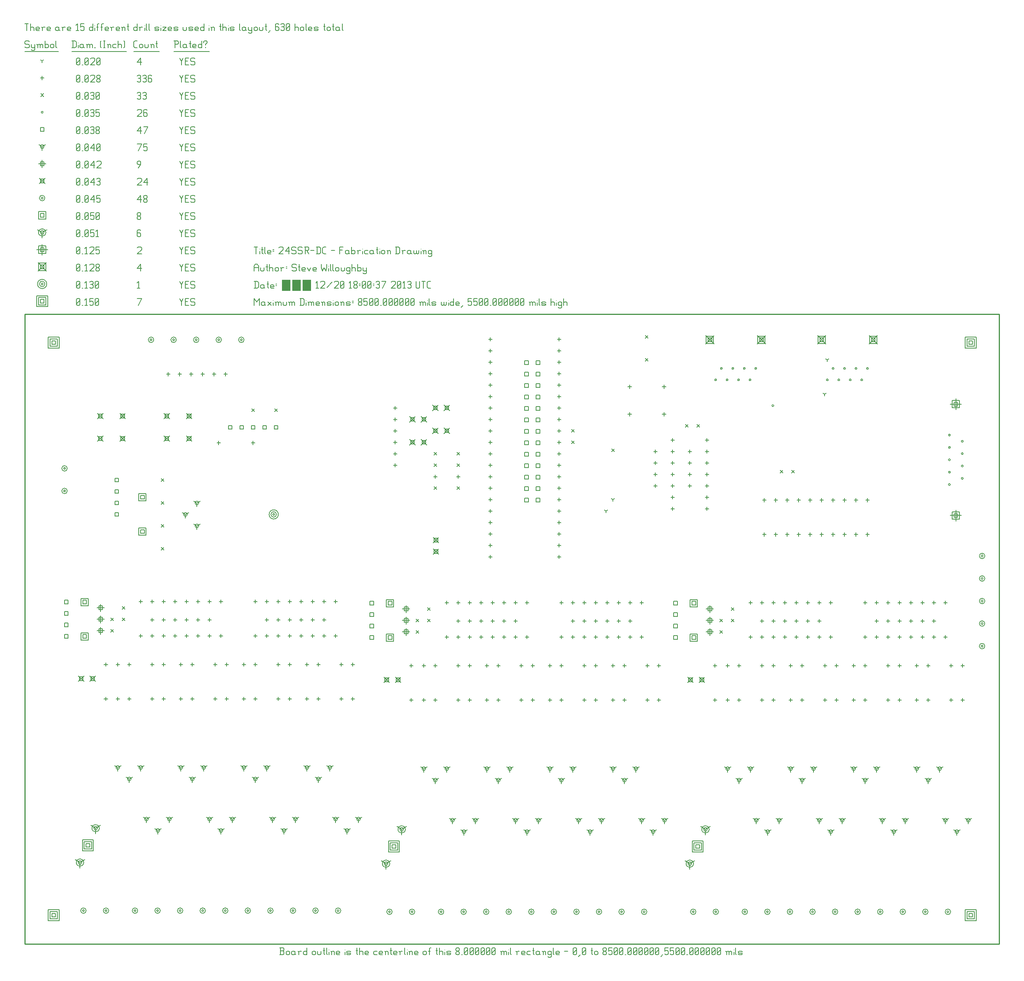
<source format=gbr>
G04 start of page 15 for group -3984 idx -3984 *
G04 Title: 24SSR-DC, fab *
G04 Creator: pcb 20110918 *
G04 CreationDate: 五 12/20 18:00:37 2013 UTC *
G04 For: steve *
G04 Format: Gerber/RS-274X *
G04 PCB-Dimensions: 850000 550000 *
G04 PCB-Coordinate-Origin: lower left *
%MOIN*%
%FSLAX25Y25*%
%LNFAB*%
%ADD246C,0.0001*%
%ADD245C,0.0100*%
%ADD244C,0.0075*%
%ADD243C,0.0060*%
%ADD242C,0.0080*%
G54D242*X320290Y86600D02*X323490D01*
X320290D02*Y83400D01*
X323490D01*
Y86600D02*Y83400D01*
X318690Y88200D02*X325090D01*
X318690D02*Y81800D01*
X325090D01*
Y88200D02*Y81800D01*
X317090Y89800D02*X326690D01*
X317090D02*Y80200D01*
X326690D01*
Y89800D02*Y80200D01*
X585290Y86600D02*X588490D01*
X585290D02*Y83400D01*
X588490D01*
Y86600D02*Y83400D01*
X583690Y88200D02*X590090D01*
X583690D02*Y81800D01*
X590090D01*
Y88200D02*Y81800D01*
X582090Y89800D02*X591690D01*
X582090D02*Y80200D01*
X591690D01*
Y89800D02*Y80200D01*
X53290Y87600D02*X56490D01*
X53290D02*Y84400D01*
X56490D01*
Y87600D02*Y84400D01*
X51690Y89200D02*X58090D01*
X51690D02*Y82800D01*
X58090D01*
Y89200D02*Y82800D01*
X50090Y90800D02*X59690D01*
X50090D02*Y81200D01*
X59690D01*
Y90800D02*Y81200D01*
X823400Y26600D02*X826600D01*
X823400D02*Y23400D01*
X826600D01*
Y26600D02*Y23400D01*
X821800Y28200D02*X828200D01*
X821800D02*Y21800D01*
X828200D01*
Y28200D02*Y21800D01*
X820200Y29800D02*X829800D01*
X820200D02*Y20200D01*
X829800D01*
Y29800D02*Y20200D01*
X23400Y26600D02*X26600D01*
X23400D02*Y23400D01*
X26600D01*
Y26600D02*Y23400D01*
X21800Y28200D02*X28200D01*
X21800D02*Y21800D01*
X28200D01*
Y28200D02*Y21800D01*
X20200Y29800D02*X29800D01*
X20200D02*Y20200D01*
X29800D01*
Y29800D02*Y20200D01*
X23400Y526600D02*X26600D01*
X23400D02*Y523400D01*
X26600D01*
Y526600D02*Y523400D01*
X21800Y528200D02*X28200D01*
X21800D02*Y521800D01*
X28200D01*
Y528200D02*Y521800D01*
X20200Y529800D02*X29800D01*
X20200D02*Y520200D01*
X29800D01*
Y529800D02*Y520200D01*
X823400Y526600D02*X826600D01*
X823400D02*Y523400D01*
X826600D01*
Y526600D02*Y523400D01*
X821800Y528200D02*X828200D01*
X821800D02*Y521800D01*
X828200D01*
Y528200D02*Y521800D01*
X820200Y529800D02*X829800D01*
X820200D02*Y520200D01*
X829800D01*
Y529800D02*Y520200D01*
X13400Y562850D02*X16600D01*
X13400D02*Y559650D01*
X16600D01*
Y562850D02*Y559650D01*
X11800Y564450D02*X18200D01*
X11800D02*Y558050D01*
X18200D01*
Y564450D02*Y558050D01*
X10200Y566050D02*X19800D01*
X10200D02*Y556450D01*
X19800D01*
Y566050D02*Y556450D01*
G54D243*X135000Y563500D02*X136500Y560500D01*
X138000Y563500D01*
X136500Y560500D02*Y557500D01*
X139800Y560800D02*X142050D01*
X139800Y557500D02*X142800D01*
X139800Y563500D02*Y557500D01*
Y563500D02*X142800D01*
X147600D02*X148350Y562750D01*
X145350Y563500D02*X147600D01*
X144600Y562750D02*X145350Y563500D01*
X144600Y562750D02*Y561250D01*
X145350Y560500D01*
X147600D01*
X148350Y559750D01*
Y558250D01*
X147600Y557500D02*X148350Y558250D01*
X145350Y557500D02*X147600D01*
X144600Y558250D02*X145350Y557500D01*
X98750D02*X101750Y563500D01*
X98000D02*X101750D01*
X45000Y558250D02*X45750Y557500D01*
X45000Y562750D02*Y558250D01*
Y562750D02*X45750Y563500D01*
X47250D01*
X48000Y562750D01*
Y558250D01*
X47250Y557500D02*X48000Y558250D01*
X45750Y557500D02*X47250D01*
X45000Y559000D02*X48000Y562000D01*
X49800Y557500D02*X50550D01*
X52350Y562300D02*X53550Y563500D01*
Y557500D01*
X52350D02*X54600D01*
X56400Y563500D02*X59400D01*
X56400D02*Y560500D01*
X57150Y561250D01*
X58650D01*
X59400Y560500D01*
Y558250D01*
X58650Y557500D02*X59400Y558250D01*
X57150Y557500D02*X58650D01*
X56400Y558250D02*X57150Y557500D01*
X61200Y558250D02*X61950Y557500D01*
X61200Y562750D02*Y558250D01*
Y562750D02*X61950Y563500D01*
X63450D01*
X64200Y562750D01*
Y558250D01*
X63450Y557500D02*X64200Y558250D01*
X61950Y557500D02*X63450D01*
X61200Y559000D02*X64200Y562000D01*
X216200Y375000D02*G75*G03X217800Y375000I800J0D01*G01*
G75*G03X216200Y375000I-800J0D01*G01*
X214600D02*G75*G03X219400Y375000I2400J0D01*G01*
G75*G03X214600Y375000I-2400J0D01*G01*
X213000D02*G75*G03X221000Y375000I4000J0D01*G01*
G75*G03X213000Y375000I-4000J0D01*G01*
X14200Y576250D02*G75*G03X15800Y576250I800J0D01*G01*
G75*G03X14200Y576250I-800J0D01*G01*
X12600D02*G75*G03X17400Y576250I2400J0D01*G01*
G75*G03X12600Y576250I-2400J0D01*G01*
X11000D02*G75*G03X19000Y576250I4000J0D01*G01*
G75*G03X11000Y576250I-4000J0D01*G01*
X135000Y578500D02*X136500Y575500D01*
X138000Y578500D01*
X136500Y575500D02*Y572500D01*
X139800Y575800D02*X142050D01*
X139800Y572500D02*X142800D01*
X139800Y578500D02*Y572500D01*
Y578500D02*X142800D01*
X147600D02*X148350Y577750D01*
X145350Y578500D02*X147600D01*
X144600Y577750D02*X145350Y578500D01*
X144600Y577750D02*Y576250D01*
X145350Y575500D01*
X147600D01*
X148350Y574750D01*
Y573250D01*
X147600Y572500D02*X148350Y573250D01*
X145350Y572500D02*X147600D01*
X144600Y573250D02*X145350Y572500D01*
X98000Y577300D02*X99200Y578500D01*
Y572500D01*
X98000D02*X100250D01*
X45000Y573250D02*X45750Y572500D01*
X45000Y577750D02*Y573250D01*
Y577750D02*X45750Y578500D01*
X47250D01*
X48000Y577750D01*
Y573250D01*
X47250Y572500D02*X48000Y573250D01*
X45750Y572500D02*X47250D01*
X45000Y574000D02*X48000Y577000D01*
X49800Y572500D02*X50550D01*
X52350Y577300D02*X53550Y578500D01*
Y572500D01*
X52350D02*X54600D01*
X56400Y577750D02*X57150Y578500D01*
X58650D01*
X59400Y577750D01*
X58650Y572500D02*X59400Y573250D01*
X57150Y572500D02*X58650D01*
X56400Y573250D02*X57150Y572500D01*
Y575800D02*X58650D01*
X59400Y577750D02*Y576550D01*
Y575050D02*Y573250D01*
Y575050D02*X58650Y575800D01*
X59400Y576550D02*X58650Y575800D01*
X61200Y573250D02*X61950Y572500D01*
X61200Y577750D02*Y573250D01*
Y577750D02*X61950Y578500D01*
X63450D01*
X64200Y577750D01*
Y573250D01*
X63450Y572500D02*X64200Y573250D01*
X61950Y572500D02*X63450D01*
X61200Y574000D02*X64200Y577000D01*
X638900Y531100D02*X646100Y523900D01*
X638900D02*X646100Y531100D01*
X640900Y529100D02*X644100D01*
X640900D02*Y525900D01*
X644100D01*
Y529100D02*Y525900D01*
X639300Y530700D02*X645700D01*
X639300D02*Y524300D01*
X645700D01*
Y530700D02*Y524300D01*
X593900Y531100D02*X601100Y523900D01*
X593900D02*X601100Y531100D01*
X595900Y529100D02*X599100D01*
X595900D02*Y525900D01*
X599100D01*
Y529100D02*Y525900D01*
X594300Y530700D02*X600700D01*
X594300D02*Y524300D01*
X600700D01*
Y530700D02*Y524300D01*
X736400Y531100D02*X743600Y523900D01*
X736400D02*X743600Y531100D01*
X738400Y529100D02*X741600D01*
X738400D02*Y525900D01*
X741600D01*
Y529100D02*Y525900D01*
X736800Y530700D02*X743200D01*
X736800D02*Y524300D01*
X743200D01*
Y530700D02*Y524300D01*
X691400Y531100D02*X698600Y523900D01*
X691400D02*X698600Y531100D01*
X693400Y529100D02*X696600D01*
X693400D02*Y525900D01*
X696600D01*
Y529100D02*Y525900D01*
X691800Y530700D02*X698200D01*
X691800D02*Y524300D01*
X698200D01*
Y530700D02*Y524300D01*
X11400Y594850D02*X18600Y587650D01*
X11400D02*X18600Y594850D01*
X13400Y592850D02*X16600D01*
X13400D02*Y589650D01*
X16600D01*
Y592850D02*Y589650D01*
X11800Y594450D02*X18200D01*
X11800D02*Y588050D01*
X18200D01*
Y594450D02*Y588050D01*
X135000Y593500D02*X136500Y590500D01*
X138000Y593500D01*
X136500Y590500D02*Y587500D01*
X139800Y590800D02*X142050D01*
X139800Y587500D02*X142800D01*
X139800Y593500D02*Y587500D01*
Y593500D02*X142800D01*
X147600D02*X148350Y592750D01*
X145350Y593500D02*X147600D01*
X144600Y592750D02*X145350Y593500D01*
X144600Y592750D02*Y591250D01*
X145350Y590500D01*
X147600D01*
X148350Y589750D01*
Y588250D01*
X147600Y587500D02*X148350Y588250D01*
X145350Y587500D02*X147600D01*
X144600Y588250D02*X145350Y587500D01*
X98000Y589750D02*X101000Y593500D01*
X98000Y589750D02*X101750D01*
X101000Y593500D02*Y587500D01*
X45000Y588250D02*X45750Y587500D01*
X45000Y592750D02*Y588250D01*
Y592750D02*X45750Y593500D01*
X47250D01*
X48000Y592750D01*
Y588250D01*
X47250Y587500D02*X48000Y588250D01*
X45750Y587500D02*X47250D01*
X45000Y589000D02*X48000Y592000D01*
X49800Y587500D02*X50550D01*
X52350Y592300D02*X53550Y593500D01*
Y587500D01*
X52350D02*X54600D01*
X56400Y592750D02*X57150Y593500D01*
X59400D01*
X60150Y592750D01*
Y591250D01*
X56400Y587500D02*X60150Y591250D01*
X56400Y587500D02*X60150D01*
X61950Y588250D02*X62700Y587500D01*
X61950Y589450D02*Y588250D01*
Y589450D02*X63000Y590500D01*
X63900D01*
X64950Y589450D01*
Y588250D01*
X64200Y587500D02*X64950Y588250D01*
X62700Y587500D02*X64200D01*
X61950Y591550D02*X63000Y590500D01*
X61950Y592750D02*Y591550D01*
Y592750D02*X62700Y593500D01*
X64200D01*
X64950Y592750D01*
Y591550D01*
X63900Y590500D02*X64950Y591550D01*
X812100Y378900D02*Y369300D01*
X807300Y374100D02*X816900D01*
X810500Y375700D02*X813700D01*
X810500D02*Y372500D01*
X813700D01*
Y375700D02*Y372500D01*
X808900Y377300D02*X815300D01*
X808900D02*Y370900D01*
X815300D01*
Y377300D02*Y370900D01*
X812100Y476100D02*Y466500D01*
X807300Y471300D02*X816900D01*
X810500Y472900D02*X813700D01*
X810500D02*Y469700D01*
X813700D01*
Y472900D02*Y469700D01*
X808900Y474500D02*X815300D01*
X808900D02*Y468100D01*
X815300D01*
Y474500D02*Y468100D01*
X15000Y611050D02*Y601450D01*
X10200Y606250D02*X19800D01*
X13400Y607850D02*X16600D01*
X13400D02*Y604650D01*
X16600D01*
Y607850D02*Y604650D01*
X11800Y609450D02*X18200D01*
X11800D02*Y603050D01*
X18200D01*
Y609450D02*Y603050D01*
X135000Y608500D02*X136500Y605500D01*
X138000Y608500D01*
X136500Y605500D02*Y602500D01*
X139800Y605800D02*X142050D01*
X139800Y602500D02*X142800D01*
X139800Y608500D02*Y602500D01*
Y608500D02*X142800D01*
X147600D02*X148350Y607750D01*
X145350Y608500D02*X147600D01*
X144600Y607750D02*X145350Y608500D01*
X144600Y607750D02*Y606250D01*
X145350Y605500D01*
X147600D01*
X148350Y604750D01*
Y603250D01*
X147600Y602500D02*X148350Y603250D01*
X145350Y602500D02*X147600D01*
X144600Y603250D02*X145350Y602500D01*
X98000Y607750D02*X98750Y608500D01*
X101000D01*
X101750Y607750D01*
Y606250D01*
X98000Y602500D02*X101750Y606250D01*
X98000Y602500D02*X101750D01*
X45000Y603250D02*X45750Y602500D01*
X45000Y607750D02*Y603250D01*
Y607750D02*X45750Y608500D01*
X47250D01*
X48000Y607750D01*
Y603250D01*
X47250Y602500D02*X48000Y603250D01*
X45750Y602500D02*X47250D01*
X45000Y604000D02*X48000Y607000D01*
X49800Y602500D02*X50550D01*
X52350Y607300D02*X53550Y608500D01*
Y602500D01*
X52350D02*X54600D01*
X56400Y607750D02*X57150Y608500D01*
X59400D01*
X60150Y607750D01*
Y606250D01*
X56400Y602500D02*X60150Y606250D01*
X56400Y602500D02*X60150D01*
X61950Y608500D02*X64950D01*
X61950D02*Y605500D01*
X62700Y606250D01*
X64200D01*
X64950Y605500D01*
Y603250D01*
X64200Y602500D02*X64950Y603250D01*
X62700Y602500D02*X64200D01*
X61950Y603250D02*X62700Y602500D01*
X328661Y100000D02*Y95200D01*
Y100000D02*X332821Y102400D01*
X328661Y100000D02*X324501Y102400D01*
X327061Y100000D02*G75*G03X330261Y100000I1600J0D01*G01*
G75*G03X327061Y100000I-1600J0D01*G01*
X325461D02*G75*G03X331861Y100000I3200J0D01*G01*
G75*G03X325461Y100000I-3200J0D01*G01*
X315000Y70000D02*Y65200D01*
Y70000D02*X319160Y72400D01*
X315000Y70000D02*X310840Y72400D01*
X313400Y70000D02*G75*G03X316600Y70000I1600J0D01*G01*
G75*G03X313400Y70000I-1600J0D01*G01*
X311800D02*G75*G03X318200Y70000I3200J0D01*G01*
G75*G03X311800Y70000I-3200J0D01*G01*
X593661Y100000D02*Y95200D01*
Y100000D02*X597821Y102400D01*
X593661Y100000D02*X589501Y102400D01*
X592061Y100000D02*G75*G03X595261Y100000I1600J0D01*G01*
G75*G03X592061Y100000I-1600J0D01*G01*
X590461D02*G75*G03X596861Y100000I3200J0D01*G01*
G75*G03X590461Y100000I-3200J0D01*G01*
X580000Y70000D02*Y65200D01*
Y70000D02*X584160Y72400D01*
X580000Y70000D02*X575840Y72400D01*
X578400Y70000D02*G75*G03X581600Y70000I1600J0D01*G01*
G75*G03X578400Y70000I-1600J0D01*G01*
X576800D02*G75*G03X583200Y70000I3200J0D01*G01*
G75*G03X576800Y70000I-3200J0D01*G01*
X61661Y101000D02*Y96200D01*
Y101000D02*X65821Y103400D01*
X61661Y101000D02*X57501Y103400D01*
X60061Y101000D02*G75*G03X63261Y101000I1600J0D01*G01*
G75*G03X60061Y101000I-1600J0D01*G01*
X58461D02*G75*G03X64861Y101000I3200J0D01*G01*
G75*G03X58461Y101000I-3200J0D01*G01*
X48000Y71000D02*Y66200D01*
Y71000D02*X52160Y73400D01*
X48000Y71000D02*X43840Y73400D01*
X46400Y71000D02*G75*G03X49600Y71000I1600J0D01*G01*
G75*G03X46400Y71000I-1600J0D01*G01*
X44800D02*G75*G03X51200Y71000I3200J0D01*G01*
G75*G03X44800Y71000I-3200J0D01*G01*
X15000Y621250D02*Y616450D01*
Y621250D02*X19160Y623650D01*
X15000Y621250D02*X10840Y623650D01*
X13400Y621250D02*G75*G03X16600Y621250I1600J0D01*G01*
G75*G03X13400Y621250I-1600J0D01*G01*
X11800D02*G75*G03X18200Y621250I3200J0D01*G01*
G75*G03X11800Y621250I-3200J0D01*G01*
X135000Y623500D02*X136500Y620500D01*
X138000Y623500D01*
X136500Y620500D02*Y617500D01*
X139800Y620800D02*X142050D01*
X139800Y617500D02*X142800D01*
X139800Y623500D02*Y617500D01*
Y623500D02*X142800D01*
X147600D02*X148350Y622750D01*
X145350Y623500D02*X147600D01*
X144600Y622750D02*X145350Y623500D01*
X144600Y622750D02*Y621250D01*
X145350Y620500D01*
X147600D01*
X148350Y619750D01*
Y618250D01*
X147600Y617500D02*X148350Y618250D01*
X145350Y617500D02*X147600D01*
X144600Y618250D02*X145350Y617500D01*
X100250Y623500D02*X101000Y622750D01*
X98750Y623500D02*X100250D01*
X98000Y622750D02*X98750Y623500D01*
X98000Y622750D02*Y618250D01*
X98750Y617500D01*
X100250Y620800D02*X101000Y620050D01*
X98000Y620800D02*X100250D01*
X98750Y617500D02*X100250D01*
X101000Y618250D01*
Y620050D02*Y618250D01*
X45000D02*X45750Y617500D01*
X45000Y622750D02*Y618250D01*
Y622750D02*X45750Y623500D01*
X47250D01*
X48000Y622750D01*
Y618250D01*
X47250Y617500D02*X48000Y618250D01*
X45750Y617500D02*X47250D01*
X45000Y619000D02*X48000Y622000D01*
X49800Y617500D02*X50550D01*
X52350Y618250D02*X53100Y617500D01*
X52350Y622750D02*Y618250D01*
Y622750D02*X53100Y623500D01*
X54600D01*
X55350Y622750D01*
Y618250D01*
X54600Y617500D02*X55350Y618250D01*
X53100Y617500D02*X54600D01*
X52350Y619000D02*X55350Y622000D01*
X57150Y623500D02*X60150D01*
X57150D02*Y620500D01*
X57900Y621250D01*
X59400D01*
X60150Y620500D01*
Y618250D01*
X59400Y617500D02*X60150Y618250D01*
X57900Y617500D02*X59400D01*
X57150Y618250D02*X57900Y617500D01*
X61950Y622300D02*X63150Y623500D01*
Y617500D01*
X61950D02*X64200D01*
X100900Y391600D02*X104100D01*
X100900D02*Y388400D01*
X104100D01*
Y391600D02*Y388400D01*
X99300Y393200D02*X105700D01*
X99300D02*Y386800D01*
X105700D01*
Y393200D02*Y386800D01*
X100900Y361600D02*X104100D01*
X100900D02*Y358400D01*
X104100D01*
Y361600D02*Y358400D01*
X99300Y363200D02*X105700D01*
X99300D02*Y356800D01*
X105700D01*
Y363200D02*Y356800D01*
X50400Y270100D02*X53600D01*
X50400D02*Y266900D01*
X53600D01*
Y270100D02*Y266900D01*
X48800Y271700D02*X55200D01*
X48800D02*Y265300D01*
X55200D01*
Y271700D02*Y265300D01*
X50400Y300100D02*X53600D01*
X50400D02*Y296900D01*
X53600D01*
Y300100D02*Y296900D01*
X48800Y301700D02*X55200D01*
X48800D02*Y295300D01*
X55200D01*
Y301700D02*Y295300D01*
X316900Y269100D02*X320100D01*
X316900D02*Y265900D01*
X320100D01*
Y269100D02*Y265900D01*
X315300Y270700D02*X321700D01*
X315300D02*Y264300D01*
X321700D01*
Y270700D02*Y264300D01*
X316900Y299100D02*X320100D01*
X316900D02*Y295900D01*
X320100D01*
Y299100D02*Y295900D01*
X315300Y300700D02*X321700D01*
X315300D02*Y294300D01*
X321700D01*
Y300700D02*Y294300D01*
X581900Y269100D02*X585100D01*
X581900D02*Y265900D01*
X585100D01*
Y269100D02*Y265900D01*
X580300Y270700D02*X586700D01*
X580300D02*Y264300D01*
X586700D01*
Y270700D02*Y264300D01*
X581900Y299100D02*X585100D01*
X581900D02*Y295900D01*
X585100D01*
Y299100D02*Y295900D01*
X580300Y300700D02*X586700D01*
X580300D02*Y294300D01*
X586700D01*
Y300700D02*Y294300D01*
X13400Y637850D02*X16600D01*
X13400D02*Y634650D01*
X16600D01*
Y637850D02*Y634650D01*
X11800Y639450D02*X18200D01*
X11800D02*Y633050D01*
X18200D01*
Y639450D02*Y633050D01*
X135000Y638500D02*X136500Y635500D01*
X138000Y638500D01*
X136500Y635500D02*Y632500D01*
X139800Y635800D02*X142050D01*
X139800Y632500D02*X142800D01*
X139800Y638500D02*Y632500D01*
Y638500D02*X142800D01*
X147600D02*X148350Y637750D01*
X145350Y638500D02*X147600D01*
X144600Y637750D02*X145350Y638500D01*
X144600Y637750D02*Y636250D01*
X145350Y635500D01*
X147600D01*
X148350Y634750D01*
Y633250D01*
X147600Y632500D02*X148350Y633250D01*
X145350Y632500D02*X147600D01*
X144600Y633250D02*X145350Y632500D01*
X98000Y633250D02*X98750Y632500D01*
X98000Y634450D02*Y633250D01*
Y634450D02*X99050Y635500D01*
X99950D01*
X101000Y634450D01*
Y633250D01*
X100250Y632500D02*X101000Y633250D01*
X98750Y632500D02*X100250D01*
X98000Y636550D02*X99050Y635500D01*
X98000Y637750D02*Y636550D01*
Y637750D02*X98750Y638500D01*
X100250D01*
X101000Y637750D01*
Y636550D01*
X99950Y635500D02*X101000Y636550D01*
X45000Y633250D02*X45750Y632500D01*
X45000Y637750D02*Y633250D01*
Y637750D02*X45750Y638500D01*
X47250D01*
X48000Y637750D01*
Y633250D01*
X47250Y632500D02*X48000Y633250D01*
X45750Y632500D02*X47250D01*
X45000Y634000D02*X48000Y637000D01*
X49800Y632500D02*X50550D01*
X52350Y633250D02*X53100Y632500D01*
X52350Y637750D02*Y633250D01*
Y637750D02*X53100Y638500D01*
X54600D01*
X55350Y637750D01*
Y633250D01*
X54600Y632500D02*X55350Y633250D01*
X53100Y632500D02*X54600D01*
X52350Y634000D02*X55350Y637000D01*
X57150Y638500D02*X60150D01*
X57150D02*Y635500D01*
X57900Y636250D01*
X59400D01*
X60150Y635500D01*
Y633250D01*
X59400Y632500D02*X60150Y633250D01*
X57900Y632500D02*X59400D01*
X57150Y633250D02*X57900Y632500D01*
X61950Y633250D02*X62700Y632500D01*
X61950Y637750D02*Y633250D01*
Y637750D02*X62700Y638500D01*
X64200D01*
X64950Y637750D01*
Y633250D01*
X64200Y632500D02*X64950Y633250D01*
X62700Y632500D02*X64200D01*
X61950Y634000D02*X64950Y637000D01*
X336885Y28000D02*G75*G03X338485Y28000I800J0D01*G01*
G75*G03X336885Y28000I-800J0D01*G01*
X335285D02*G75*G03X340085Y28000I2400J0D01*G01*
G75*G03X335285Y28000I-2400J0D01*G01*
X317200D02*G75*G03X318800Y28000I800J0D01*G01*
G75*G03X317200Y28000I-800J0D01*G01*
X315600D02*G75*G03X320400Y28000I2400J0D01*G01*
G75*G03X315600Y28000I-2400J0D01*G01*
X539365D02*G75*G03X540965Y28000I800J0D01*G01*
G75*G03X539365Y28000I-800J0D01*G01*
X537765D02*G75*G03X542565Y28000I2400J0D01*G01*
G75*G03X537765Y28000I-2400J0D01*G01*
X519680D02*G75*G03X521280Y28000I800J0D01*G01*
G75*G03X519680Y28000I-800J0D01*G01*
X518080D02*G75*G03X522880Y28000I2400J0D01*G01*
G75*G03X518080Y28000I-2400J0D01*G01*
X499995D02*G75*G03X501595Y28000I800J0D01*G01*
G75*G03X499995Y28000I-800J0D01*G01*
X498395D02*G75*G03X503195Y28000I2400J0D01*G01*
G75*G03X498395Y28000I-2400J0D01*G01*
X480310D02*G75*G03X481910Y28000I800J0D01*G01*
G75*G03X480310Y28000I-800J0D01*G01*
X478710D02*G75*G03X483510Y28000I2400J0D01*G01*
G75*G03X478710Y28000I-2400J0D01*G01*
X460625D02*G75*G03X462225Y28000I800J0D01*G01*
G75*G03X460625Y28000I-800J0D01*G01*
X459025D02*G75*G03X463825Y28000I2400J0D01*G01*
G75*G03X459025Y28000I-2400J0D01*G01*
X362200D02*G75*G03X363800Y28000I800J0D01*G01*
G75*G03X362200Y28000I-800J0D01*G01*
X360600D02*G75*G03X365400Y28000I2400J0D01*G01*
G75*G03X360600Y28000I-2400J0D01*G01*
X381885D02*G75*G03X383485Y28000I800J0D01*G01*
G75*G03X381885Y28000I-800J0D01*G01*
X380285D02*G75*G03X385085Y28000I2400J0D01*G01*
G75*G03X380285Y28000I-2400J0D01*G01*
X401570D02*G75*G03X403170Y28000I800J0D01*G01*
G75*G03X401570Y28000I-800J0D01*G01*
X399970D02*G75*G03X404770Y28000I2400J0D01*G01*
G75*G03X399970Y28000I-2400J0D01*G01*
X421255D02*G75*G03X422855Y28000I800J0D01*G01*
G75*G03X421255Y28000I-800J0D01*G01*
X419655D02*G75*G03X424455Y28000I2400J0D01*G01*
G75*G03X419655Y28000I-2400J0D01*G01*
X440940D02*G75*G03X442540Y28000I800J0D01*G01*
G75*G03X440940Y28000I-800J0D01*G01*
X439340D02*G75*G03X444140Y28000I2400J0D01*G01*
G75*G03X439340Y28000I-2400J0D01*G01*
X601885D02*G75*G03X603485Y28000I800J0D01*G01*
G75*G03X601885Y28000I-800J0D01*G01*
X600285D02*G75*G03X605085Y28000I2400J0D01*G01*
G75*G03X600285Y28000I-2400J0D01*G01*
X582200D02*G75*G03X583800Y28000I800J0D01*G01*
G75*G03X582200Y28000I-800J0D01*G01*
X580600D02*G75*G03X585400Y28000I2400J0D01*G01*
G75*G03X580600Y28000I-2400J0D01*G01*
X804365D02*G75*G03X805965Y28000I800J0D01*G01*
G75*G03X804365Y28000I-800J0D01*G01*
X802765D02*G75*G03X807565Y28000I2400J0D01*G01*
G75*G03X802765Y28000I-2400J0D01*G01*
X784680D02*G75*G03X786280Y28000I800J0D01*G01*
G75*G03X784680Y28000I-800J0D01*G01*
X783080D02*G75*G03X787880Y28000I2400J0D01*G01*
G75*G03X783080Y28000I-2400J0D01*G01*
X764995D02*G75*G03X766595Y28000I800J0D01*G01*
G75*G03X764995Y28000I-800J0D01*G01*
X763395D02*G75*G03X768195Y28000I2400J0D01*G01*
G75*G03X763395Y28000I-2400J0D01*G01*
X745310D02*G75*G03X746910Y28000I800J0D01*G01*
G75*G03X745310Y28000I-800J0D01*G01*
X743710D02*G75*G03X748510Y28000I2400J0D01*G01*
G75*G03X743710Y28000I-2400J0D01*G01*
X725625D02*G75*G03X727225Y28000I800J0D01*G01*
G75*G03X725625Y28000I-800J0D01*G01*
X724025D02*G75*G03X728825Y28000I2400J0D01*G01*
G75*G03X724025Y28000I-2400J0D01*G01*
X627200D02*G75*G03X628800Y28000I800J0D01*G01*
G75*G03X627200Y28000I-800J0D01*G01*
X625600D02*G75*G03X630400Y28000I2400J0D01*G01*
G75*G03X625600Y28000I-2400J0D01*G01*
X646885D02*G75*G03X648485Y28000I800J0D01*G01*
G75*G03X646885Y28000I-800J0D01*G01*
X645285D02*G75*G03X650085Y28000I2400J0D01*G01*
G75*G03X645285Y28000I-2400J0D01*G01*
X666570D02*G75*G03X668170Y28000I800J0D01*G01*
G75*G03X666570Y28000I-800J0D01*G01*
X664970D02*G75*G03X669770Y28000I2400J0D01*G01*
G75*G03X664970Y28000I-2400J0D01*G01*
X686255D02*G75*G03X687855Y28000I800J0D01*G01*
G75*G03X686255Y28000I-800J0D01*G01*
X684655D02*G75*G03X689455Y28000I2400J0D01*G01*
G75*G03X684655Y28000I-2400J0D01*G01*
X705940D02*G75*G03X707540Y28000I800J0D01*G01*
G75*G03X705940Y28000I-800J0D01*G01*
X704340D02*G75*G03X709140Y28000I2400J0D01*G01*
G75*G03X704340Y28000I-2400J0D01*G01*
X272365Y29000D02*G75*G03X273965Y29000I800J0D01*G01*
G75*G03X272365Y29000I-800J0D01*G01*
X270765D02*G75*G03X275565Y29000I2400J0D01*G01*
G75*G03X270765Y29000I-2400J0D01*G01*
X252680D02*G75*G03X254280Y29000I800J0D01*G01*
G75*G03X252680Y29000I-800J0D01*G01*
X251080D02*G75*G03X255880Y29000I2400J0D01*G01*
G75*G03X251080Y29000I-2400J0D01*G01*
X232995D02*G75*G03X234595Y29000I800J0D01*G01*
G75*G03X232995Y29000I-800J0D01*G01*
X231395D02*G75*G03X236195Y29000I2400J0D01*G01*
G75*G03X231395Y29000I-2400J0D01*G01*
X213310D02*G75*G03X214910Y29000I800J0D01*G01*
G75*G03X213310Y29000I-800J0D01*G01*
X211710D02*G75*G03X216510Y29000I2400J0D01*G01*
G75*G03X211710Y29000I-2400J0D01*G01*
X193625D02*G75*G03X195225Y29000I800J0D01*G01*
G75*G03X193625Y29000I-800J0D01*G01*
X192025D02*G75*G03X196825Y29000I2400J0D01*G01*
G75*G03X192025Y29000I-2400J0D01*G01*
X95200D02*G75*G03X96800Y29000I800J0D01*G01*
G75*G03X95200Y29000I-800J0D01*G01*
X93600D02*G75*G03X98400Y29000I2400J0D01*G01*
G75*G03X93600Y29000I-2400J0D01*G01*
X114885D02*G75*G03X116485Y29000I800J0D01*G01*
G75*G03X114885Y29000I-800J0D01*G01*
X113285D02*G75*G03X118085Y29000I2400J0D01*G01*
G75*G03X113285Y29000I-2400J0D01*G01*
X134570D02*G75*G03X136170Y29000I800J0D01*G01*
G75*G03X134570Y29000I-800J0D01*G01*
X132970D02*G75*G03X137770Y29000I2400J0D01*G01*
G75*G03X132970Y29000I-2400J0D01*G01*
X154255D02*G75*G03X155855Y29000I800J0D01*G01*
G75*G03X154255Y29000I-800J0D01*G01*
X152655D02*G75*G03X157455Y29000I2400J0D01*G01*
G75*G03X152655Y29000I-2400J0D01*G01*
X173940D02*G75*G03X175540Y29000I800J0D01*G01*
G75*G03X173940Y29000I-800J0D01*G01*
X172340D02*G75*G03X177140Y29000I2400J0D01*G01*
G75*G03X172340Y29000I-2400J0D01*G01*
X69885D02*G75*G03X71485Y29000I800J0D01*G01*
G75*G03X69885Y29000I-800J0D01*G01*
X68285D02*G75*G03X73085Y29000I2400J0D01*G01*
G75*G03X68285Y29000I-2400J0D01*G01*
X50200D02*G75*G03X51800Y29000I800J0D01*G01*
G75*G03X50200Y29000I-800J0D01*G01*
X48600D02*G75*G03X53400Y29000I2400J0D01*G01*
G75*G03X48600Y29000I-2400J0D01*G01*
X33700Y415185D02*G75*G03X35300Y415185I800J0D01*G01*
G75*G03X33700Y415185I-800J0D01*G01*
X32100D02*G75*G03X36900Y415185I2400J0D01*G01*
G75*G03X32100Y415185I-2400J0D01*G01*
X33700Y395500D02*G75*G03X35300Y395500I800J0D01*G01*
G75*G03X33700Y395500I-800J0D01*G01*
X32100D02*G75*G03X36900Y395500I2400J0D01*G01*
G75*G03X32100Y395500I-2400J0D01*G01*
X187940Y527500D02*G75*G03X189540Y527500I800J0D01*G01*
G75*G03X187940Y527500I-800J0D01*G01*
X186340D02*G75*G03X191140Y527500I2400J0D01*G01*
G75*G03X186340Y527500I-2400J0D01*G01*
X168255D02*G75*G03X169855Y527500I800J0D01*G01*
G75*G03X168255Y527500I-800J0D01*G01*
X166655D02*G75*G03X171455Y527500I2400J0D01*G01*
G75*G03X166655Y527500I-2400J0D01*G01*
X109200D02*G75*G03X110800Y527500I800J0D01*G01*
G75*G03X109200Y527500I-800J0D01*G01*
X107600D02*G75*G03X112400Y527500I2400J0D01*G01*
G75*G03X107600Y527500I-2400J0D01*G01*
X128885D02*G75*G03X130485Y527500I800J0D01*G01*
G75*G03X128885Y527500I-800J0D01*G01*
X127285D02*G75*G03X132085Y527500I2400J0D01*G01*
G75*G03X127285Y527500I-2400J0D01*G01*
X148570D02*G75*G03X150170Y527500I800J0D01*G01*
G75*G03X148570Y527500I-800J0D01*G01*
X146970D02*G75*G03X151770Y527500I2400J0D01*G01*
G75*G03X146970Y527500I-2400J0D01*G01*
X834200Y338740D02*G75*G03X835800Y338740I800J0D01*G01*
G75*G03X834200Y338740I-800J0D01*G01*
X832600D02*G75*G03X837400Y338740I2400J0D01*G01*
G75*G03X832600Y338740I-2400J0D01*G01*
X834200Y319055D02*G75*G03X835800Y319055I800J0D01*G01*
G75*G03X834200Y319055I-800J0D01*G01*
X832600D02*G75*G03X837400Y319055I2400J0D01*G01*
G75*G03X832600Y319055I-2400J0D01*G01*
X834200Y260000D02*G75*G03X835800Y260000I800J0D01*G01*
G75*G03X834200Y260000I-800J0D01*G01*
X832600D02*G75*G03X837400Y260000I2400J0D01*G01*
G75*G03X832600Y260000I-2400J0D01*G01*
X834200Y279685D02*G75*G03X835800Y279685I800J0D01*G01*
G75*G03X834200Y279685I-800J0D01*G01*
X832600D02*G75*G03X837400Y279685I2400J0D01*G01*
G75*G03X832600Y279685I-2400J0D01*G01*
X834200Y299370D02*G75*G03X835800Y299370I800J0D01*G01*
G75*G03X834200Y299370I-800J0D01*G01*
X832600D02*G75*G03X837400Y299370I2400J0D01*G01*
G75*G03X832600Y299370I-2400J0D01*G01*
X14200Y651250D02*G75*G03X15800Y651250I800J0D01*G01*
G75*G03X14200Y651250I-800J0D01*G01*
X12600D02*G75*G03X17400Y651250I2400J0D01*G01*
G75*G03X12600Y651250I-2400J0D01*G01*
X135000Y653500D02*X136500Y650500D01*
X138000Y653500D01*
X136500Y650500D02*Y647500D01*
X139800Y650800D02*X142050D01*
X139800Y647500D02*X142800D01*
X139800Y653500D02*Y647500D01*
Y653500D02*X142800D01*
X147600D02*X148350Y652750D01*
X145350Y653500D02*X147600D01*
X144600Y652750D02*X145350Y653500D01*
X144600Y652750D02*Y651250D01*
X145350Y650500D01*
X147600D01*
X148350Y649750D01*
Y648250D01*
X147600Y647500D02*X148350Y648250D01*
X145350Y647500D02*X147600D01*
X144600Y648250D02*X145350Y647500D01*
X98000Y649750D02*X101000Y653500D01*
X98000Y649750D02*X101750D01*
X101000Y653500D02*Y647500D01*
X103550Y648250D02*X104300Y647500D01*
X103550Y649450D02*Y648250D01*
Y649450D02*X104600Y650500D01*
X105500D01*
X106550Y649450D01*
Y648250D01*
X105800Y647500D02*X106550Y648250D01*
X104300Y647500D02*X105800D01*
X103550Y651550D02*X104600Y650500D01*
X103550Y652750D02*Y651550D01*
Y652750D02*X104300Y653500D01*
X105800D01*
X106550Y652750D01*
Y651550D01*
X105500Y650500D02*X106550Y651550D01*
X45000Y648250D02*X45750Y647500D01*
X45000Y652750D02*Y648250D01*
Y652750D02*X45750Y653500D01*
X47250D01*
X48000Y652750D01*
Y648250D01*
X47250Y647500D02*X48000Y648250D01*
X45750Y647500D02*X47250D01*
X45000Y649000D02*X48000Y652000D01*
X49800Y647500D02*X50550D01*
X52350Y648250D02*X53100Y647500D01*
X52350Y652750D02*Y648250D01*
Y652750D02*X53100Y653500D01*
X54600D01*
X55350Y652750D01*
Y648250D01*
X54600Y647500D02*X55350Y648250D01*
X53100Y647500D02*X54600D01*
X52350Y649000D02*X55350Y652000D01*
X57150Y649750D02*X60150Y653500D01*
X57150Y649750D02*X60900D01*
X60150Y653500D02*Y647500D01*
X62700Y653500D02*X65700D01*
X62700D02*Y650500D01*
X63450Y651250D01*
X64950D01*
X65700Y650500D01*
Y648250D01*
X64950Y647500D02*X65700Y648250D01*
X63450Y647500D02*X64950D01*
X62700Y648250D02*X63450Y647500D01*
X365600Y470400D02*X370400Y465600D01*
X365600D02*X370400Y470400D01*
X366400Y469600D02*X369600D01*
X366400D02*Y466400D01*
X369600D01*
Y469600D02*Y466400D01*
X355600Y470400D02*X360400Y465600D01*
X355600D02*X360400Y470400D01*
X356400Y469600D02*X359600D01*
X356400D02*Y466400D01*
X359600D01*
Y469600D02*Y466400D01*
X365600Y450400D02*X370400Y445600D01*
X365600D02*X370400Y450400D01*
X366400Y449600D02*X369600D01*
X366400D02*Y446400D01*
X369600D01*
Y449600D02*Y446400D01*
X355600Y450400D02*X360400Y445600D01*
X355600D02*X360400Y450400D01*
X356400Y449600D02*X359600D01*
X356400D02*Y446400D01*
X359600D01*
Y449600D02*Y446400D01*
X345600Y440400D02*X350400Y435600D01*
X345600D02*X350400Y440400D01*
X346400Y439600D02*X349600D01*
X346400D02*Y436400D01*
X349600D01*
Y439600D02*Y436400D01*
X335600Y440400D02*X340400Y435600D01*
X335600D02*X340400Y440400D01*
X336400Y439600D02*X339600D01*
X336400D02*Y436400D01*
X339600D01*
Y439600D02*Y436400D01*
X345600Y460400D02*X350400Y455600D01*
X345600D02*X350400Y460400D01*
X346400Y459600D02*X349600D01*
X346400D02*Y456400D01*
X349600D01*
Y459600D02*Y456400D01*
X335600Y460400D02*X340400Y455600D01*
X335600D02*X340400Y460400D01*
X336400Y459600D02*X339600D01*
X336400D02*Y456400D01*
X339600D01*
Y459600D02*Y456400D01*
X588100Y232900D02*X592900Y228100D01*
X588100D02*X592900Y232900D01*
X588900Y232100D02*X592100D01*
X588900D02*Y228900D01*
X592100D01*
Y232100D02*Y228900D01*
X578100Y232900D02*X582900Y228100D01*
X578100D02*X582900Y232900D01*
X578900Y232100D02*X582100D01*
X578900D02*Y228900D01*
X582100D01*
Y232100D02*Y228900D01*
X82900Y463200D02*X87700Y458400D01*
X82900D02*X87700Y463200D01*
X83700Y462400D02*X86900D01*
X83700D02*Y459200D01*
X86900D01*
Y462400D02*Y459200D01*
X63300Y463200D02*X68100Y458400D01*
X63300D02*X68100Y463200D01*
X64100Y462400D02*X67300D01*
X64100D02*Y459200D01*
X67300D01*
Y462400D02*Y459200D01*
X63300Y443600D02*X68100Y438800D01*
X63300D02*X68100Y443600D01*
X64100Y442800D02*X67300D01*
X64100D02*Y439600D01*
X67300D01*
Y442800D02*Y439600D01*
X82900Y443600D02*X87700Y438800D01*
X82900D02*X87700Y443600D01*
X83700Y442800D02*X86900D01*
X83700D02*Y439600D01*
X86900D01*
Y442800D02*Y439600D01*
X140900Y463200D02*X145700Y458400D01*
X140900D02*X145700Y463200D01*
X141700Y462400D02*X144900D01*
X141700D02*Y459200D01*
X144900D01*
Y462400D02*Y459200D01*
X121300Y463200D02*X126100Y458400D01*
X121300D02*X126100Y463200D01*
X122100Y462400D02*X125300D01*
X122100D02*Y459200D01*
X125300D01*
Y462400D02*Y459200D01*
X121300Y443600D02*X126100Y438800D01*
X121300D02*X126100Y443600D01*
X122100Y442800D02*X125300D01*
X122100D02*Y439600D01*
X125300D01*
Y442800D02*Y439600D01*
X140900Y443600D02*X145700Y438800D01*
X140900D02*X145700Y443600D01*
X141700Y442800D02*X144900D01*
X141700D02*Y439600D01*
X144900D01*
Y442800D02*Y439600D01*
X323100Y232900D02*X327900Y228100D01*
X323100D02*X327900Y232900D01*
X323900Y232100D02*X327100D01*
X323900D02*Y228900D01*
X327100D01*
Y232100D02*Y228900D01*
X313100Y232900D02*X317900Y228100D01*
X313100D02*X317900Y232900D01*
X313900Y232100D02*X317100D01*
X313900D02*Y228900D01*
X317100D01*
Y232100D02*Y228900D01*
X56600Y233900D02*X61400Y229100D01*
X56600D02*X61400Y233900D01*
X57400Y233100D02*X60600D01*
X57400D02*Y229900D01*
X60600D01*
Y233100D02*Y229900D01*
X46600Y233900D02*X51400Y229100D01*
X46600D02*X51400Y233900D01*
X47400Y233100D02*X50600D01*
X47400D02*Y229900D01*
X50600D01*
Y233100D02*Y229900D01*
X356100Y344900D02*X360900Y340100D01*
X356100D02*X360900Y344900D01*
X356900Y344100D02*X360100D01*
X356900D02*Y340900D01*
X360100D01*
Y344100D02*Y340900D01*
X356100Y354900D02*X360900Y350100D01*
X356100D02*X360900Y354900D01*
X356900Y354100D02*X360100D01*
X356900D02*Y350900D01*
X360100D01*
Y354100D02*Y350900D01*
X12600Y668650D02*X17400Y663850D01*
X12600D02*X17400Y668650D01*
X13400Y667850D02*X16600D01*
X13400D02*Y664650D01*
X16600D01*
Y667850D02*Y664650D01*
X135000Y668500D02*X136500Y665500D01*
X138000Y668500D01*
X136500Y665500D02*Y662500D01*
X139800Y665800D02*X142050D01*
X139800Y662500D02*X142800D01*
X139800Y668500D02*Y662500D01*
Y668500D02*X142800D01*
X147600D02*X148350Y667750D01*
X145350Y668500D02*X147600D01*
X144600Y667750D02*X145350Y668500D01*
X144600Y667750D02*Y666250D01*
X145350Y665500D01*
X147600D01*
X148350Y664750D01*
Y663250D01*
X147600Y662500D02*X148350Y663250D01*
X145350Y662500D02*X147600D01*
X144600Y663250D02*X145350Y662500D01*
X98000Y667750D02*X98750Y668500D01*
X101000D01*
X101750Y667750D01*
Y666250D01*
X98000Y662500D02*X101750Y666250D01*
X98000Y662500D02*X101750D01*
X103550Y664750D02*X106550Y668500D01*
X103550Y664750D02*X107300D01*
X106550Y668500D02*Y662500D01*
X45000Y663250D02*X45750Y662500D01*
X45000Y667750D02*Y663250D01*
Y667750D02*X45750Y668500D01*
X47250D01*
X48000Y667750D01*
Y663250D01*
X47250Y662500D02*X48000Y663250D01*
X45750Y662500D02*X47250D01*
X45000Y664000D02*X48000Y667000D01*
X49800Y662500D02*X50550D01*
X52350Y663250D02*X53100Y662500D01*
X52350Y667750D02*Y663250D01*
Y667750D02*X53100Y668500D01*
X54600D01*
X55350Y667750D01*
Y663250D01*
X54600Y662500D02*X55350Y663250D01*
X53100Y662500D02*X54600D01*
X52350Y664000D02*X55350Y667000D01*
X57150Y664750D02*X60150Y668500D01*
X57150Y664750D02*X60900D01*
X60150Y668500D02*Y662500D01*
X62700Y667750D02*X63450Y668500D01*
X64950D01*
X65700Y667750D01*
X64950Y662500D02*X65700Y663250D01*
X63450Y662500D02*X64950D01*
X62700Y663250D02*X63450Y662500D01*
Y665800D02*X64950D01*
X65700Y667750D02*Y666550D01*
Y665050D02*Y663250D01*
Y665050D02*X64950Y665800D01*
X65700Y666550D02*X64950Y665800D01*
X597500Y295700D02*Y289300D01*
X594300Y292500D02*X600700D01*
X595900Y294100D02*X599100D01*
X595900D02*Y290900D01*
X599100D01*
Y294100D02*Y290900D01*
X597500Y285700D02*Y279300D01*
X594300Y282500D02*X600700D01*
X595900Y284100D02*X599100D01*
X595900D02*Y280900D01*
X599100D01*
Y284100D02*Y280900D01*
X597500Y275700D02*Y269300D01*
X594300Y272500D02*X600700D01*
X595900Y274100D02*X599100D01*
X595900D02*Y270900D01*
X599100D01*
Y274100D02*Y270900D01*
X332500Y295700D02*Y289300D01*
X329300Y292500D02*X335700D01*
X330900Y294100D02*X334100D01*
X330900D02*Y290900D01*
X334100D01*
Y294100D02*Y290900D01*
X332500Y285700D02*Y279300D01*
X329300Y282500D02*X335700D01*
X330900Y284100D02*X334100D01*
X330900D02*Y280900D01*
X334100D01*
Y284100D02*Y280900D01*
X332500Y275700D02*Y269300D01*
X329300Y272500D02*X335700D01*
X330900Y274100D02*X334100D01*
X330900D02*Y270900D01*
X334100D01*
Y274100D02*Y270900D01*
X66000Y296700D02*Y290300D01*
X62800Y293500D02*X69200D01*
X64400Y295100D02*X67600D01*
X64400D02*Y291900D01*
X67600D01*
Y295100D02*Y291900D01*
X66000Y286700D02*Y280300D01*
X62800Y283500D02*X69200D01*
X64400Y285100D02*X67600D01*
X64400D02*Y281900D01*
X67600D01*
Y285100D02*Y281900D01*
X66000Y276700D02*Y270300D01*
X62800Y273500D02*X69200D01*
X64400Y275100D02*X67600D01*
X64400D02*Y271900D01*
X67600D01*
Y275100D02*Y271900D01*
X15000Y684450D02*Y678050D01*
X11800Y681250D02*X18200D01*
X13400Y682850D02*X16600D01*
X13400D02*Y679650D01*
X16600D01*
Y682850D02*Y679650D01*
X135000Y683500D02*X136500Y680500D01*
X138000Y683500D01*
X136500Y680500D02*Y677500D01*
X139800Y680800D02*X142050D01*
X139800Y677500D02*X142800D01*
X139800Y683500D02*Y677500D01*
Y683500D02*X142800D01*
X147600D02*X148350Y682750D01*
X145350Y683500D02*X147600D01*
X144600Y682750D02*X145350Y683500D01*
X144600Y682750D02*Y681250D01*
X145350Y680500D01*
X147600D01*
X148350Y679750D01*
Y678250D01*
X147600Y677500D02*X148350Y678250D01*
X145350Y677500D02*X147600D01*
X144600Y678250D02*X145350Y677500D01*
X98750D02*X101000Y680500D01*
Y682750D02*Y680500D01*
X100250Y683500D02*X101000Y682750D01*
X98750Y683500D02*X100250D01*
X98000Y682750D02*X98750Y683500D01*
X98000Y682750D02*Y681250D01*
X98750Y680500D01*
X101000D01*
X45000Y678250D02*X45750Y677500D01*
X45000Y682750D02*Y678250D01*
Y682750D02*X45750Y683500D01*
X47250D01*
X48000Y682750D01*
Y678250D01*
X47250Y677500D02*X48000Y678250D01*
X45750Y677500D02*X47250D01*
X45000Y679000D02*X48000Y682000D01*
X49800Y677500D02*X50550D01*
X52350Y678250D02*X53100Y677500D01*
X52350Y682750D02*Y678250D01*
Y682750D02*X53100Y683500D01*
X54600D01*
X55350Y682750D01*
Y678250D01*
X54600Y677500D02*X55350Y678250D01*
X53100Y677500D02*X54600D01*
X52350Y679000D02*X55350Y682000D01*
X57150Y679750D02*X60150Y683500D01*
X57150Y679750D02*X60900D01*
X60150Y683500D02*Y677500D01*
X62700Y682750D02*X63450Y683500D01*
X65700D01*
X66450Y682750D01*
Y681250D01*
X62700Y677500D02*X66450Y681250D01*
X62700Y677500D02*X66450D01*
X538000Y108000D02*Y104800D01*
Y108000D02*X540773Y109600D01*
X538000Y108000D02*X535227Y109600D01*
X536400Y108000D02*G75*G03X539600Y108000I1600J0D01*G01*
G75*G03X536400Y108000I-1600J0D01*G01*
X548000Y98000D02*Y94800D01*
Y98000D02*X550773Y99600D01*
X548000Y98000D02*X545227Y99600D01*
X546400Y98000D02*G75*G03X549600Y98000I1600J0D01*G01*
G75*G03X546400Y98000I-1600J0D01*G01*
X558000Y108000D02*Y104800D01*
Y108000D02*X560773Y109600D01*
X558000Y108000D02*X555227Y109600D01*
X556400Y108000D02*G75*G03X559600Y108000I1600J0D01*G01*
G75*G03X556400Y108000I-1600J0D01*G01*
X483000D02*Y104800D01*
Y108000D02*X485773Y109600D01*
X483000Y108000D02*X480227Y109600D01*
X481400Y108000D02*G75*G03X484600Y108000I1600J0D01*G01*
G75*G03X481400Y108000I-1600J0D01*G01*
X493000Y98000D02*Y94800D01*
Y98000D02*X495773Y99600D01*
X493000Y98000D02*X490227Y99600D01*
X491400Y98000D02*G75*G03X494600Y98000I1600J0D01*G01*
G75*G03X491400Y98000I-1600J0D01*G01*
X503000Y108000D02*Y104800D01*
Y108000D02*X505773Y109600D01*
X503000Y108000D02*X500227Y109600D01*
X501400Y108000D02*G75*G03X504600Y108000I1600J0D01*G01*
G75*G03X501400Y108000I-1600J0D01*G01*
X428000D02*Y104800D01*
Y108000D02*X430773Y109600D01*
X428000Y108000D02*X425227Y109600D01*
X426400Y108000D02*G75*G03X429600Y108000I1600J0D01*G01*
G75*G03X426400Y108000I-1600J0D01*G01*
X438000Y98000D02*Y94800D01*
Y98000D02*X440773Y99600D01*
X438000Y98000D02*X435227Y99600D01*
X436400Y98000D02*G75*G03X439600Y98000I1600J0D01*G01*
G75*G03X436400Y98000I-1600J0D01*G01*
X448000Y108000D02*Y104800D01*
Y108000D02*X450773Y109600D01*
X448000Y108000D02*X445227Y109600D01*
X446400Y108000D02*G75*G03X449600Y108000I1600J0D01*G01*
G75*G03X446400Y108000I-1600J0D01*G01*
X373000D02*Y104800D01*
Y108000D02*X375773Y109600D01*
X373000Y108000D02*X370227Y109600D01*
X371400Y108000D02*G75*G03X374600Y108000I1600J0D01*G01*
G75*G03X371400Y108000I-1600J0D01*G01*
X383000Y98000D02*Y94800D01*
Y98000D02*X385773Y99600D01*
X383000Y98000D02*X380227Y99600D01*
X381400Y98000D02*G75*G03X384600Y98000I1600J0D01*G01*
G75*G03X381400Y98000I-1600J0D01*G01*
X393000Y108000D02*Y104800D01*
Y108000D02*X395773Y109600D01*
X393000Y108000D02*X390227Y109600D01*
X391400Y108000D02*G75*G03X394600Y108000I1600J0D01*G01*
G75*G03X391400Y108000I-1600J0D01*G01*
X513000Y153000D02*Y149800D01*
Y153000D02*X515773Y154600D01*
X513000Y153000D02*X510227Y154600D01*
X511400Y153000D02*G75*G03X514600Y153000I1600J0D01*G01*
G75*G03X511400Y153000I-1600J0D01*G01*
X523000Y143000D02*Y139800D01*
Y143000D02*X525773Y144600D01*
X523000Y143000D02*X520227Y144600D01*
X521400Y143000D02*G75*G03X524600Y143000I1600J0D01*G01*
G75*G03X521400Y143000I-1600J0D01*G01*
X533000Y153000D02*Y149800D01*
Y153000D02*X535773Y154600D01*
X533000Y153000D02*X530227Y154600D01*
X531400Y153000D02*G75*G03X534600Y153000I1600J0D01*G01*
G75*G03X531400Y153000I-1600J0D01*G01*
X458000D02*Y149800D01*
Y153000D02*X460773Y154600D01*
X458000Y153000D02*X455227Y154600D01*
X456400Y153000D02*G75*G03X459600Y153000I1600J0D01*G01*
G75*G03X456400Y153000I-1600J0D01*G01*
X468000Y143000D02*Y139800D01*
Y143000D02*X470773Y144600D01*
X468000Y143000D02*X465227Y144600D01*
X466400Y143000D02*G75*G03X469600Y143000I1600J0D01*G01*
G75*G03X466400Y143000I-1600J0D01*G01*
X478000Y153000D02*Y149800D01*
Y153000D02*X480773Y154600D01*
X478000Y153000D02*X475227Y154600D01*
X476400Y153000D02*G75*G03X479600Y153000I1600J0D01*G01*
G75*G03X476400Y153000I-1600J0D01*G01*
X403000D02*Y149800D01*
Y153000D02*X405773Y154600D01*
X403000Y153000D02*X400227Y154600D01*
X401400Y153000D02*G75*G03X404600Y153000I1600J0D01*G01*
G75*G03X401400Y153000I-1600J0D01*G01*
X413000Y143000D02*Y139800D01*
Y143000D02*X415773Y144600D01*
X413000Y143000D02*X410227Y144600D01*
X411400Y143000D02*G75*G03X414600Y143000I1600J0D01*G01*
G75*G03X411400Y143000I-1600J0D01*G01*
X423000Y153000D02*Y149800D01*
Y153000D02*X425773Y154600D01*
X423000Y153000D02*X420227Y154600D01*
X421400Y153000D02*G75*G03X424600Y153000I1600J0D01*G01*
G75*G03X421400Y153000I-1600J0D01*G01*
X348000D02*Y149800D01*
Y153000D02*X350773Y154600D01*
X348000Y153000D02*X345227Y154600D01*
X346400Y153000D02*G75*G03X349600Y153000I1600J0D01*G01*
G75*G03X346400Y153000I-1600J0D01*G01*
X358000Y143000D02*Y139800D01*
Y143000D02*X360773Y144600D01*
X358000Y143000D02*X355227Y144600D01*
X356400Y143000D02*G75*G03X359600Y143000I1600J0D01*G01*
G75*G03X356400Y143000I-1600J0D01*G01*
X368000Y153000D02*Y149800D01*
Y153000D02*X370773Y154600D01*
X368000Y153000D02*X365227Y154600D01*
X366400Y153000D02*G75*G03X369600Y153000I1600J0D01*G01*
G75*G03X366400Y153000I-1600J0D01*G01*
X803000Y108000D02*Y104800D01*
Y108000D02*X805773Y109600D01*
X803000Y108000D02*X800227Y109600D01*
X801400Y108000D02*G75*G03X804600Y108000I1600J0D01*G01*
G75*G03X801400Y108000I-1600J0D01*G01*
X813000Y98000D02*Y94800D01*
Y98000D02*X815773Y99600D01*
X813000Y98000D02*X810227Y99600D01*
X811400Y98000D02*G75*G03X814600Y98000I1600J0D01*G01*
G75*G03X811400Y98000I-1600J0D01*G01*
X823000Y108000D02*Y104800D01*
Y108000D02*X825773Y109600D01*
X823000Y108000D02*X820227Y109600D01*
X821400Y108000D02*G75*G03X824600Y108000I1600J0D01*G01*
G75*G03X821400Y108000I-1600J0D01*G01*
X748000D02*Y104800D01*
Y108000D02*X750773Y109600D01*
X748000Y108000D02*X745227Y109600D01*
X746400Y108000D02*G75*G03X749600Y108000I1600J0D01*G01*
G75*G03X746400Y108000I-1600J0D01*G01*
X758000Y98000D02*Y94800D01*
Y98000D02*X760773Y99600D01*
X758000Y98000D02*X755227Y99600D01*
X756400Y98000D02*G75*G03X759600Y98000I1600J0D01*G01*
G75*G03X756400Y98000I-1600J0D01*G01*
X768000Y108000D02*Y104800D01*
Y108000D02*X770773Y109600D01*
X768000Y108000D02*X765227Y109600D01*
X766400Y108000D02*G75*G03X769600Y108000I1600J0D01*G01*
G75*G03X766400Y108000I-1600J0D01*G01*
X693000D02*Y104800D01*
Y108000D02*X695773Y109600D01*
X693000Y108000D02*X690227Y109600D01*
X691400Y108000D02*G75*G03X694600Y108000I1600J0D01*G01*
G75*G03X691400Y108000I-1600J0D01*G01*
X703000Y98000D02*Y94800D01*
Y98000D02*X705773Y99600D01*
X703000Y98000D02*X700227Y99600D01*
X701400Y98000D02*G75*G03X704600Y98000I1600J0D01*G01*
G75*G03X701400Y98000I-1600J0D01*G01*
X713000Y108000D02*Y104800D01*
Y108000D02*X715773Y109600D01*
X713000Y108000D02*X710227Y109600D01*
X711400Y108000D02*G75*G03X714600Y108000I1600J0D01*G01*
G75*G03X711400Y108000I-1600J0D01*G01*
X638000D02*Y104800D01*
Y108000D02*X640773Y109600D01*
X638000Y108000D02*X635227Y109600D01*
X636400Y108000D02*G75*G03X639600Y108000I1600J0D01*G01*
G75*G03X636400Y108000I-1600J0D01*G01*
X648000Y98000D02*Y94800D01*
Y98000D02*X650773Y99600D01*
X648000Y98000D02*X645227Y99600D01*
X646400Y98000D02*G75*G03X649600Y98000I1600J0D01*G01*
G75*G03X646400Y98000I-1600J0D01*G01*
X658000Y108000D02*Y104800D01*
Y108000D02*X660773Y109600D01*
X658000Y108000D02*X655227Y109600D01*
X656400Y108000D02*G75*G03X659600Y108000I1600J0D01*G01*
G75*G03X656400Y108000I-1600J0D01*G01*
X778000Y153000D02*Y149800D01*
Y153000D02*X780773Y154600D01*
X778000Y153000D02*X775227Y154600D01*
X776400Y153000D02*G75*G03X779600Y153000I1600J0D01*G01*
G75*G03X776400Y153000I-1600J0D01*G01*
X788000Y143000D02*Y139800D01*
Y143000D02*X790773Y144600D01*
X788000Y143000D02*X785227Y144600D01*
X786400Y143000D02*G75*G03X789600Y143000I1600J0D01*G01*
G75*G03X786400Y143000I-1600J0D01*G01*
X798000Y153000D02*Y149800D01*
Y153000D02*X800773Y154600D01*
X798000Y153000D02*X795227Y154600D01*
X796400Y153000D02*G75*G03X799600Y153000I1600J0D01*G01*
G75*G03X796400Y153000I-1600J0D01*G01*
X723000D02*Y149800D01*
Y153000D02*X725773Y154600D01*
X723000Y153000D02*X720227Y154600D01*
X721400Y153000D02*G75*G03X724600Y153000I1600J0D01*G01*
G75*G03X721400Y153000I-1600J0D01*G01*
X733000Y143000D02*Y139800D01*
Y143000D02*X735773Y144600D01*
X733000Y143000D02*X730227Y144600D01*
X731400Y143000D02*G75*G03X734600Y143000I1600J0D01*G01*
G75*G03X731400Y143000I-1600J0D01*G01*
X743000Y153000D02*Y149800D01*
Y153000D02*X745773Y154600D01*
X743000Y153000D02*X740227Y154600D01*
X741400Y153000D02*G75*G03X744600Y153000I1600J0D01*G01*
G75*G03X741400Y153000I-1600J0D01*G01*
X668000D02*Y149800D01*
Y153000D02*X670773Y154600D01*
X668000Y153000D02*X665227Y154600D01*
X666400Y153000D02*G75*G03X669600Y153000I1600J0D01*G01*
G75*G03X666400Y153000I-1600J0D01*G01*
X678000Y143000D02*Y139800D01*
Y143000D02*X680773Y144600D01*
X678000Y143000D02*X675227Y144600D01*
X676400Y143000D02*G75*G03X679600Y143000I1600J0D01*G01*
G75*G03X676400Y143000I-1600J0D01*G01*
X688000Y153000D02*Y149800D01*
Y153000D02*X690773Y154600D01*
X688000Y153000D02*X685227Y154600D01*
X686400Y153000D02*G75*G03X689600Y153000I1600J0D01*G01*
G75*G03X686400Y153000I-1600J0D01*G01*
X613000D02*Y149800D01*
Y153000D02*X615773Y154600D01*
X613000Y153000D02*X610227Y154600D01*
X611400Y153000D02*G75*G03X614600Y153000I1600J0D01*G01*
G75*G03X611400Y153000I-1600J0D01*G01*
X623000Y143000D02*Y139800D01*
Y143000D02*X625773Y144600D01*
X623000Y143000D02*X620227Y144600D01*
X621400Y143000D02*G75*G03X624600Y143000I1600J0D01*G01*
G75*G03X621400Y143000I-1600J0D01*G01*
X633000Y153000D02*Y149800D01*
Y153000D02*X635773Y154600D01*
X633000Y153000D02*X630227Y154600D01*
X631400Y153000D02*G75*G03X634600Y153000I1600J0D01*G01*
G75*G03X631400Y153000I-1600J0D01*G01*
X271000Y109000D02*Y105800D01*
Y109000D02*X273773Y110600D01*
X271000Y109000D02*X268227Y110600D01*
X269400Y109000D02*G75*G03X272600Y109000I1600J0D01*G01*
G75*G03X269400Y109000I-1600J0D01*G01*
X281000Y99000D02*Y95800D01*
Y99000D02*X283773Y100600D01*
X281000Y99000D02*X278227Y100600D01*
X279400Y99000D02*G75*G03X282600Y99000I1600J0D01*G01*
G75*G03X279400Y99000I-1600J0D01*G01*
X291000Y109000D02*Y105800D01*
Y109000D02*X293773Y110600D01*
X291000Y109000D02*X288227Y110600D01*
X289400Y109000D02*G75*G03X292600Y109000I1600J0D01*G01*
G75*G03X289400Y109000I-1600J0D01*G01*
X216000D02*Y105800D01*
Y109000D02*X218773Y110600D01*
X216000Y109000D02*X213227Y110600D01*
X214400Y109000D02*G75*G03X217600Y109000I1600J0D01*G01*
G75*G03X214400Y109000I-1600J0D01*G01*
X226000Y99000D02*Y95800D01*
Y99000D02*X228773Y100600D01*
X226000Y99000D02*X223227Y100600D01*
X224400Y99000D02*G75*G03X227600Y99000I1600J0D01*G01*
G75*G03X224400Y99000I-1600J0D01*G01*
X236000Y109000D02*Y105800D01*
Y109000D02*X238773Y110600D01*
X236000Y109000D02*X233227Y110600D01*
X234400Y109000D02*G75*G03X237600Y109000I1600J0D01*G01*
G75*G03X234400Y109000I-1600J0D01*G01*
X161000D02*Y105800D01*
Y109000D02*X163773Y110600D01*
X161000Y109000D02*X158227Y110600D01*
X159400Y109000D02*G75*G03X162600Y109000I1600J0D01*G01*
G75*G03X159400Y109000I-1600J0D01*G01*
X171000Y99000D02*Y95800D01*
Y99000D02*X173773Y100600D01*
X171000Y99000D02*X168227Y100600D01*
X169400Y99000D02*G75*G03X172600Y99000I1600J0D01*G01*
G75*G03X169400Y99000I-1600J0D01*G01*
X181000Y109000D02*Y105800D01*
Y109000D02*X183773Y110600D01*
X181000Y109000D02*X178227Y110600D01*
X179400Y109000D02*G75*G03X182600Y109000I1600J0D01*G01*
G75*G03X179400Y109000I-1600J0D01*G01*
X106000D02*Y105800D01*
Y109000D02*X108773Y110600D01*
X106000Y109000D02*X103227Y110600D01*
X104400Y109000D02*G75*G03X107600Y109000I1600J0D01*G01*
G75*G03X104400Y109000I-1600J0D01*G01*
X116000Y99000D02*Y95800D01*
Y99000D02*X118773Y100600D01*
X116000Y99000D02*X113227Y100600D01*
X114400Y99000D02*G75*G03X117600Y99000I1600J0D01*G01*
G75*G03X114400Y99000I-1600J0D01*G01*
X126000Y109000D02*Y105800D01*
Y109000D02*X128773Y110600D01*
X126000Y109000D02*X123227Y110600D01*
X124400Y109000D02*G75*G03X127600Y109000I1600J0D01*G01*
G75*G03X124400Y109000I-1600J0D01*G01*
X246000Y154000D02*Y150800D01*
Y154000D02*X248773Y155600D01*
X246000Y154000D02*X243227Y155600D01*
X244400Y154000D02*G75*G03X247600Y154000I1600J0D01*G01*
G75*G03X244400Y154000I-1600J0D01*G01*
X256000Y144000D02*Y140800D01*
Y144000D02*X258773Y145600D01*
X256000Y144000D02*X253227Y145600D01*
X254400Y144000D02*G75*G03X257600Y144000I1600J0D01*G01*
G75*G03X254400Y144000I-1600J0D01*G01*
X266000Y154000D02*Y150800D01*
Y154000D02*X268773Y155600D01*
X266000Y154000D02*X263227Y155600D01*
X264400Y154000D02*G75*G03X267600Y154000I1600J0D01*G01*
G75*G03X264400Y154000I-1600J0D01*G01*
X191000D02*Y150800D01*
Y154000D02*X193773Y155600D01*
X191000Y154000D02*X188227Y155600D01*
X189400Y154000D02*G75*G03X192600Y154000I1600J0D01*G01*
G75*G03X189400Y154000I-1600J0D01*G01*
X201000Y144000D02*Y140800D01*
Y144000D02*X203773Y145600D01*
X201000Y144000D02*X198227Y145600D01*
X199400Y144000D02*G75*G03X202600Y144000I1600J0D01*G01*
G75*G03X199400Y144000I-1600J0D01*G01*
X211000Y154000D02*Y150800D01*
Y154000D02*X213773Y155600D01*
X211000Y154000D02*X208227Y155600D01*
X209400Y154000D02*G75*G03X212600Y154000I1600J0D01*G01*
G75*G03X209400Y154000I-1600J0D01*G01*
X136000D02*Y150800D01*
Y154000D02*X138773Y155600D01*
X136000Y154000D02*X133227Y155600D01*
X134400Y154000D02*G75*G03X137600Y154000I1600J0D01*G01*
G75*G03X134400Y154000I-1600J0D01*G01*
X146000Y144000D02*Y140800D01*
Y144000D02*X148773Y145600D01*
X146000Y144000D02*X143227Y145600D01*
X144400Y144000D02*G75*G03X147600Y144000I1600J0D01*G01*
G75*G03X144400Y144000I-1600J0D01*G01*
X156000Y154000D02*Y150800D01*
Y154000D02*X158773Y155600D01*
X156000Y154000D02*X153227Y155600D01*
X154400Y154000D02*G75*G03X157600Y154000I1600J0D01*G01*
G75*G03X154400Y154000I-1600J0D01*G01*
X81000D02*Y150800D01*
Y154000D02*X83773Y155600D01*
X81000Y154000D02*X78227Y155600D01*
X79400Y154000D02*G75*G03X82600Y154000I1600J0D01*G01*
G75*G03X79400Y154000I-1600J0D01*G01*
X91000Y144000D02*Y140800D01*
Y144000D02*X93773Y145600D01*
X91000Y144000D02*X88227Y145600D01*
X89400Y144000D02*G75*G03X92600Y144000I1600J0D01*G01*
G75*G03X89400Y144000I-1600J0D01*G01*
X101000Y154000D02*Y150800D01*
Y154000D02*X103773Y155600D01*
X101000Y154000D02*X98227Y155600D01*
X99400Y154000D02*G75*G03X102600Y154000I1600J0D01*G01*
G75*G03X99400Y154000I-1600J0D01*G01*
X150000Y385000D02*Y381800D01*
Y385000D02*X152773Y386600D01*
X150000Y385000D02*X147227Y386600D01*
X148400Y385000D02*G75*G03X151600Y385000I1600J0D01*G01*
G75*G03X148400Y385000I-1600J0D01*G01*
X140000Y375000D02*Y371800D01*
Y375000D02*X142773Y376600D01*
X140000Y375000D02*X137227Y376600D01*
X138400Y375000D02*G75*G03X141600Y375000I1600J0D01*G01*
G75*G03X138400Y375000I-1600J0D01*G01*
X150000Y365000D02*Y361800D01*
Y365000D02*X152773Y366600D01*
X150000Y365000D02*X147227Y366600D01*
X148400Y365000D02*G75*G03X151600Y365000I1600J0D01*G01*
G75*G03X148400Y365000I-1600J0D01*G01*
X15000Y696250D02*Y693050D01*
Y696250D02*X17773Y697850D01*
X15000Y696250D02*X12227Y697850D01*
X13400Y696250D02*G75*G03X16600Y696250I1600J0D01*G01*
G75*G03X13400Y696250I-1600J0D01*G01*
X135000Y698500D02*X136500Y695500D01*
X138000Y698500D01*
X136500Y695500D02*Y692500D01*
X139800Y695800D02*X142050D01*
X139800Y692500D02*X142800D01*
X139800Y698500D02*Y692500D01*
Y698500D02*X142800D01*
X147600D02*X148350Y697750D01*
X145350Y698500D02*X147600D01*
X144600Y697750D02*X145350Y698500D01*
X144600Y697750D02*Y696250D01*
X145350Y695500D01*
X147600D01*
X148350Y694750D01*
Y693250D01*
X147600Y692500D02*X148350Y693250D01*
X145350Y692500D02*X147600D01*
X144600Y693250D02*X145350Y692500D01*
X98750D02*X101750Y698500D01*
X98000D02*X101750D01*
X103550D02*X106550D01*
X103550D02*Y695500D01*
X104300Y696250D01*
X105800D01*
X106550Y695500D01*
Y693250D01*
X105800Y692500D02*X106550Y693250D01*
X104300Y692500D02*X105800D01*
X103550Y693250D02*X104300Y692500D01*
X45000Y693250D02*X45750Y692500D01*
X45000Y697750D02*Y693250D01*
Y697750D02*X45750Y698500D01*
X47250D01*
X48000Y697750D01*
Y693250D01*
X47250Y692500D02*X48000Y693250D01*
X45750Y692500D02*X47250D01*
X45000Y694000D02*X48000Y697000D01*
X49800Y692500D02*X50550D01*
X52350Y693250D02*X53100Y692500D01*
X52350Y697750D02*Y693250D01*
Y697750D02*X53100Y698500D01*
X54600D01*
X55350Y697750D01*
Y693250D01*
X54600Y692500D02*X55350Y693250D01*
X53100Y692500D02*X54600D01*
X52350Y694000D02*X55350Y697000D01*
X57150Y694750D02*X60150Y698500D01*
X57150Y694750D02*X60900D01*
X60150Y698500D02*Y692500D01*
X62700Y693250D02*X63450Y692500D01*
X62700Y697750D02*Y693250D01*
Y697750D02*X63450Y698500D01*
X64950D01*
X65700Y697750D01*
Y693250D01*
X64950Y692500D02*X65700Y693250D01*
X63450Y692500D02*X64950D01*
X62700Y694000D02*X65700Y697000D01*
X565900Y299100D02*X569100D01*
X565900D02*Y295900D01*
X569100D01*
Y299100D02*Y295900D01*
X565900Y289100D02*X569100D01*
X565900D02*Y285900D01*
X569100D01*
Y289100D02*Y285900D01*
X565900Y279100D02*X569100D01*
X565900D02*Y275900D01*
X569100D01*
Y279100D02*Y275900D01*
X565900Y269100D02*X569100D01*
X565900D02*Y265900D01*
X569100D01*
Y269100D02*Y265900D01*
X78400Y406600D02*X81600D01*
X78400D02*Y403400D01*
X81600D01*
Y406600D02*Y403400D01*
X78400Y396600D02*X81600D01*
X78400D02*Y393400D01*
X81600D01*
Y396600D02*Y393400D01*
X78400Y386600D02*X81600D01*
X78400D02*Y383400D01*
X81600D01*
Y386600D02*Y383400D01*
X78400Y376600D02*X81600D01*
X78400D02*Y373400D01*
X81600D01*
Y376600D02*Y373400D01*
X217400Y452600D02*X220600D01*
X217400D02*Y449400D01*
X220600D01*
Y452600D02*Y449400D01*
X207400Y452600D02*X210600D01*
X207400D02*Y449400D01*
X210600D01*
Y452600D02*Y449400D01*
X197400Y452600D02*X200600D01*
X197400D02*Y449400D01*
X200600D01*
Y452600D02*Y449400D01*
X187400Y452600D02*X190600D01*
X187400D02*Y449400D01*
X190600D01*
Y452600D02*Y449400D01*
X177400Y452600D02*X180600D01*
X177400D02*Y449400D01*
X180600D01*
Y452600D02*Y449400D01*
X300900Y299100D02*X304100D01*
X300900D02*Y295900D01*
X304100D01*
Y299100D02*Y295900D01*
X300900Y289100D02*X304100D01*
X300900D02*Y285900D01*
X304100D01*
Y289100D02*Y285900D01*
X300900Y279100D02*X304100D01*
X300900D02*Y275900D01*
X304100D01*
Y279100D02*Y275900D01*
X300900Y269100D02*X304100D01*
X300900D02*Y265900D01*
X304100D01*
Y269100D02*Y265900D01*
X34400Y300100D02*X37600D01*
X34400D02*Y296900D01*
X37600D01*
Y300100D02*Y296900D01*
X34400Y290100D02*X37600D01*
X34400D02*Y286900D01*
X37600D01*
Y290100D02*Y286900D01*
X34400Y280100D02*X37600D01*
X34400D02*Y276900D01*
X37600D01*
Y280100D02*Y276900D01*
X34400Y270100D02*X37600D01*
X34400D02*Y266900D01*
X37600D01*
Y270100D02*Y266900D01*
X435900Y509100D02*X439100D01*
X435900D02*Y505900D01*
X439100D01*
Y509100D02*Y505900D01*
X445900Y509100D02*X449100D01*
X445900D02*Y505900D01*
X449100D01*
Y509100D02*Y505900D01*
X435900Y499100D02*X439100D01*
X435900D02*Y495900D01*
X439100D01*
Y499100D02*Y495900D01*
X445900Y499100D02*X449100D01*
X445900D02*Y495900D01*
X449100D01*
Y499100D02*Y495900D01*
X435900Y489100D02*X439100D01*
X435900D02*Y485900D01*
X439100D01*
Y489100D02*Y485900D01*
X445900Y489100D02*X449100D01*
X445900D02*Y485900D01*
X449100D01*
Y489100D02*Y485900D01*
X435900Y479100D02*X439100D01*
X435900D02*Y475900D01*
X439100D01*
Y479100D02*Y475900D01*
X445900Y479100D02*X449100D01*
X445900D02*Y475900D01*
X449100D01*
Y479100D02*Y475900D01*
X435900Y469100D02*X439100D01*
X435900D02*Y465900D01*
X439100D01*
Y469100D02*Y465900D01*
X445900Y469100D02*X449100D01*
X445900D02*Y465900D01*
X449100D01*
Y469100D02*Y465900D01*
X435900Y459100D02*X439100D01*
X435900D02*Y455900D01*
X439100D01*
Y459100D02*Y455900D01*
X445900Y459100D02*X449100D01*
X445900D02*Y455900D01*
X449100D01*
Y459100D02*Y455900D01*
X435900Y449100D02*X439100D01*
X435900D02*Y445900D01*
X439100D01*
Y449100D02*Y445900D01*
X445900Y449100D02*X449100D01*
X445900D02*Y445900D01*
X449100D01*
Y449100D02*Y445900D01*
X435900Y439100D02*X439100D01*
X435900D02*Y435900D01*
X439100D01*
Y439100D02*Y435900D01*
X445900Y439100D02*X449100D01*
X445900D02*Y435900D01*
X449100D01*
Y439100D02*Y435900D01*
X435900Y429100D02*X439100D01*
X435900D02*Y425900D01*
X439100D01*
Y429100D02*Y425900D01*
X445900Y429100D02*X449100D01*
X445900D02*Y425900D01*
X449100D01*
Y429100D02*Y425900D01*
X435900Y419100D02*X439100D01*
X435900D02*Y415900D01*
X439100D01*
Y419100D02*Y415900D01*
X445900Y419100D02*X449100D01*
X445900D02*Y415900D01*
X449100D01*
Y419100D02*Y415900D01*
X435900Y409100D02*X439100D01*
X435900D02*Y405900D01*
X439100D01*
Y409100D02*Y405900D01*
X445900Y409100D02*X449100D01*
X445900D02*Y405900D01*
X449100D01*
Y409100D02*Y405900D01*
X435900Y399100D02*X439100D01*
X435900D02*Y395900D01*
X439100D01*
Y399100D02*Y395900D01*
X445900Y399100D02*X449100D01*
X445900D02*Y395900D01*
X449100D01*
Y399100D02*Y395900D01*
X435900Y389100D02*X439100D01*
X435900D02*Y385900D01*
X439100D01*
Y389100D02*Y385900D01*
X445900Y389100D02*X449100D01*
X445900D02*Y385900D01*
X449100D01*
Y389100D02*Y385900D01*
X13400Y712850D02*X16600D01*
X13400D02*Y709650D01*
X16600D01*
Y712850D02*Y709650D01*
X135000Y713500D02*X136500Y710500D01*
X138000Y713500D01*
X136500Y710500D02*Y707500D01*
X139800Y710800D02*X142050D01*
X139800Y707500D02*X142800D01*
X139800Y713500D02*Y707500D01*
Y713500D02*X142800D01*
X147600D02*X148350Y712750D01*
X145350Y713500D02*X147600D01*
X144600Y712750D02*X145350Y713500D01*
X144600Y712750D02*Y711250D01*
X145350Y710500D01*
X147600D01*
X148350Y709750D01*
Y708250D01*
X147600Y707500D02*X148350Y708250D01*
X145350Y707500D02*X147600D01*
X144600Y708250D02*X145350Y707500D01*
X98000Y709750D02*X101000Y713500D01*
X98000Y709750D02*X101750D01*
X101000Y713500D02*Y707500D01*
X104300D02*X107300Y713500D01*
X103550D02*X107300D01*
X45000Y708250D02*X45750Y707500D01*
X45000Y712750D02*Y708250D01*
Y712750D02*X45750Y713500D01*
X47250D01*
X48000Y712750D01*
Y708250D01*
X47250Y707500D02*X48000Y708250D01*
X45750Y707500D02*X47250D01*
X45000Y709000D02*X48000Y712000D01*
X49800Y707500D02*X50550D01*
X52350Y708250D02*X53100Y707500D01*
X52350Y712750D02*Y708250D01*
Y712750D02*X53100Y713500D01*
X54600D01*
X55350Y712750D01*
Y708250D01*
X54600Y707500D02*X55350Y708250D01*
X53100Y707500D02*X54600D01*
X52350Y709000D02*X55350Y712000D01*
X57150Y712750D02*X57900Y713500D01*
X59400D01*
X60150Y712750D01*
X59400Y707500D02*X60150Y708250D01*
X57900Y707500D02*X59400D01*
X57150Y708250D02*X57900Y707500D01*
Y710800D02*X59400D01*
X60150Y712750D02*Y711550D01*
Y710050D02*Y708250D01*
Y710050D02*X59400Y710800D01*
X60150Y711550D02*X59400Y710800D01*
X61950Y708250D02*X62700Y707500D01*
X61950Y709450D02*Y708250D01*
Y709450D02*X63000Y710500D01*
X63900D01*
X64950Y709450D01*
Y708250D01*
X64200Y707500D02*X64950Y708250D01*
X62700Y707500D02*X64200D01*
X61950Y711550D02*X63000Y710500D01*
X61950Y712750D02*Y711550D01*
Y712750D02*X62700Y713500D01*
X64200D01*
X64950Y712750D01*
Y711550D01*
X63900Y710500D02*X64950Y711550D01*
X805700Y444300D02*G75*G03X807300Y444300I800J0D01*G01*
G75*G03X805700Y444300I-800J0D01*G01*
Y433500D02*G75*G03X807300Y433500I800J0D01*G01*
G75*G03X805700Y433500I-800J0D01*G01*
Y422700D02*G75*G03X807300Y422700I800J0D01*G01*
G75*G03X805700Y422700I-800J0D01*G01*
Y411900D02*G75*G03X807300Y411900I800J0D01*G01*
G75*G03X805700Y411900I-800J0D01*G01*
Y401100D02*G75*G03X807300Y401100I800J0D01*G01*
G75*G03X805700Y401100I-800J0D01*G01*
X816900Y438900D02*G75*G03X818500Y438900I800J0D01*G01*
G75*G03X816900Y438900I-800J0D01*G01*
Y428100D02*G75*G03X818500Y428100I800J0D01*G01*
G75*G03X816900Y428100I-800J0D01*G01*
Y417300D02*G75*G03X818500Y417300I800J0D01*G01*
G75*G03X816900Y417300I-800J0D01*G01*
Y406500D02*G75*G03X818500Y406500I800J0D01*G01*
G75*G03X816900Y406500I-800J0D01*G01*
X601700Y492500D02*G75*G03X603300Y492500I800J0D01*G01*
G75*G03X601700Y492500I-800J0D01*G01*
X611700D02*G75*G03X613300Y492500I800J0D01*G01*
G75*G03X611700Y492500I-800J0D01*G01*
X621700D02*G75*G03X623300Y492500I800J0D01*G01*
G75*G03X621700Y492500I-800J0D01*G01*
X631700D02*G75*G03X633300Y492500I800J0D01*G01*
G75*G03X631700Y492500I-800J0D01*G01*
X636700Y502500D02*G75*G03X638300Y502500I800J0D01*G01*
G75*G03X636700Y502500I-800J0D01*G01*
X626700D02*G75*G03X628300Y502500I800J0D01*G01*
G75*G03X626700Y502500I-800J0D01*G01*
X616700D02*G75*G03X618300Y502500I800J0D01*G01*
G75*G03X616700Y502500I-800J0D01*G01*
X606700D02*G75*G03X608300Y502500I800J0D01*G01*
G75*G03X606700Y502500I-800J0D01*G01*
X699200Y492500D02*G75*G03X700800Y492500I800J0D01*G01*
G75*G03X699200Y492500I-800J0D01*G01*
X709200D02*G75*G03X710800Y492500I800J0D01*G01*
G75*G03X709200Y492500I-800J0D01*G01*
X719200D02*G75*G03X720800Y492500I800J0D01*G01*
G75*G03X719200Y492500I-800J0D01*G01*
X729200D02*G75*G03X730800Y492500I800J0D01*G01*
G75*G03X729200Y492500I-800J0D01*G01*
X734200Y502500D02*G75*G03X735800Y502500I800J0D01*G01*
G75*G03X734200Y502500I-800J0D01*G01*
X724200D02*G75*G03X725800Y502500I800J0D01*G01*
G75*G03X724200Y502500I-800J0D01*G01*
X714200D02*G75*G03X715800Y502500I800J0D01*G01*
G75*G03X714200Y502500I-800J0D01*G01*
X704200D02*G75*G03X705800Y502500I800J0D01*G01*
G75*G03X704200Y502500I-800J0D01*G01*
X651700Y470000D02*G75*G03X653300Y470000I800J0D01*G01*
G75*G03X651700Y470000I-800J0D01*G01*
X14200Y726250D02*G75*G03X15800Y726250I800J0D01*G01*
G75*G03X14200Y726250I-800J0D01*G01*
X135000Y728500D02*X136500Y725500D01*
X138000Y728500D01*
X136500Y725500D02*Y722500D01*
X139800Y725800D02*X142050D01*
X139800Y722500D02*X142800D01*
X139800Y728500D02*Y722500D01*
Y728500D02*X142800D01*
X147600D02*X148350Y727750D01*
X145350Y728500D02*X147600D01*
X144600Y727750D02*X145350Y728500D01*
X144600Y727750D02*Y726250D01*
X145350Y725500D01*
X147600D01*
X148350Y724750D01*
Y723250D01*
X147600Y722500D02*X148350Y723250D01*
X145350Y722500D02*X147600D01*
X144600Y723250D02*X145350Y722500D01*
X98000Y727750D02*X98750Y728500D01*
X101000D01*
X101750Y727750D01*
Y726250D01*
X98000Y722500D02*X101750Y726250D01*
X98000Y722500D02*X101750D01*
X105800Y728500D02*X106550Y727750D01*
X104300Y728500D02*X105800D01*
X103550Y727750D02*X104300Y728500D01*
X103550Y727750D02*Y723250D01*
X104300Y722500D01*
X105800Y725800D02*X106550Y725050D01*
X103550Y725800D02*X105800D01*
X104300Y722500D02*X105800D01*
X106550Y723250D01*
Y725050D02*Y723250D01*
X45000D02*X45750Y722500D01*
X45000Y727750D02*Y723250D01*
Y727750D02*X45750Y728500D01*
X47250D01*
X48000Y727750D01*
Y723250D01*
X47250Y722500D02*X48000Y723250D01*
X45750Y722500D02*X47250D01*
X45000Y724000D02*X48000Y727000D01*
X49800Y722500D02*X50550D01*
X52350Y723250D02*X53100Y722500D01*
X52350Y727750D02*Y723250D01*
Y727750D02*X53100Y728500D01*
X54600D01*
X55350Y727750D01*
Y723250D01*
X54600Y722500D02*X55350Y723250D01*
X53100Y722500D02*X54600D01*
X52350Y724000D02*X55350Y727000D01*
X57150Y727750D02*X57900Y728500D01*
X59400D01*
X60150Y727750D01*
X59400Y722500D02*X60150Y723250D01*
X57900Y722500D02*X59400D01*
X57150Y723250D02*X57900Y722500D01*
Y725800D02*X59400D01*
X60150Y727750D02*Y726550D01*
Y725050D02*Y723250D01*
Y725050D02*X59400Y725800D01*
X60150Y726550D02*X59400Y725800D01*
X61950Y728500D02*X64950D01*
X61950D02*Y725500D01*
X62700Y726250D01*
X64200D01*
X64950Y725500D01*
Y723250D01*
X64200Y722500D02*X64950Y723250D01*
X62700Y722500D02*X64200D01*
X61950Y723250D02*X62700Y722500D01*
X476800Y449200D02*X479200Y446800D01*
X476800D02*X479200Y449200D01*
X476800Y439200D02*X479200Y436800D01*
X476800D02*X479200Y439200D01*
X356800Y419200D02*X359200Y416800D01*
X356800D02*X359200Y419200D01*
X356800Y429200D02*X359200Y426800D01*
X356800D02*X359200Y429200D01*
X376800Y419200D02*X379200Y416800D01*
X376800D02*X379200Y419200D01*
X376800Y429200D02*X379200Y426800D01*
X376800D02*X379200Y429200D01*
X376800Y399200D02*X379200Y396800D01*
X376800D02*X379200Y399200D01*
X356800D02*X359200Y396800D01*
X356800D02*X359200Y399200D01*
X616300Y293700D02*X618700Y291300D01*
X616300D02*X618700Y293700D01*
X616300Y283700D02*X618700Y281300D01*
X616300D02*X618700Y283700D01*
X606300Y273700D02*X608700Y271300D01*
X606300D02*X608700Y273700D01*
X606300Y283700D02*X608700Y281300D01*
X606300D02*X608700Y283700D01*
X118800Y346200D02*X121200Y343800D01*
X118800D02*X121200Y346200D01*
X118800Y366200D02*X121200Y363800D01*
X118800D02*X121200Y366200D01*
X118800Y406200D02*X121200Y403800D01*
X118800D02*X121200Y406200D01*
X118800Y386200D02*X121200Y383800D01*
X118800D02*X121200Y386200D01*
X217800Y467200D02*X220200Y464800D01*
X217800D02*X220200Y467200D01*
X197800D02*X200200Y464800D01*
X197800D02*X200200Y467200D01*
X351300Y293700D02*X353700Y291300D01*
X351300D02*X353700Y293700D01*
X351300Y283700D02*X353700Y281300D01*
X351300D02*X353700Y283700D01*
X341300Y273700D02*X343700Y271300D01*
X341300D02*X343700Y273700D01*
X341300Y283700D02*X343700Y281300D01*
X341300D02*X343700Y283700D01*
X74800Y274700D02*X77200Y272300D01*
X74800D02*X77200Y274700D01*
X74800Y284700D02*X77200Y282300D01*
X74800D02*X77200Y284700D01*
X84800Y294700D02*X87200Y292300D01*
X84800D02*X87200Y294700D01*
X84800Y284700D02*X87200Y282300D01*
X84800D02*X87200Y284700D01*
X576300Y453700D02*X578700Y451300D01*
X576300D02*X578700Y453700D01*
X586300D02*X588700Y451300D01*
X586300D02*X588700Y453700D01*
X668800Y413700D02*X671200Y411300D01*
X668800D02*X671200Y413700D01*
X658800D02*X661200Y411300D01*
X658800D02*X661200Y413700D01*
X541300Y511200D02*X543700Y508800D01*
X541300D02*X543700Y511200D01*
X541300Y531200D02*X543700Y528800D01*
X541300D02*X543700Y531200D01*
X511800Y432200D02*X514200Y429800D01*
X511800D02*X514200Y432200D01*
X13800Y742450D02*X16200Y740050D01*
X13800D02*X16200Y742450D01*
X135000Y743500D02*X136500Y740500D01*
X138000Y743500D01*
X136500Y740500D02*Y737500D01*
X139800Y740800D02*X142050D01*
X139800Y737500D02*X142800D01*
X139800Y743500D02*Y737500D01*
Y743500D02*X142800D01*
X147600D02*X148350Y742750D01*
X145350Y743500D02*X147600D01*
X144600Y742750D02*X145350Y743500D01*
X144600Y742750D02*Y741250D01*
X145350Y740500D01*
X147600D01*
X148350Y739750D01*
Y738250D01*
X147600Y737500D02*X148350Y738250D01*
X145350Y737500D02*X147600D01*
X144600Y738250D02*X145350Y737500D01*
X98000Y742750D02*X98750Y743500D01*
X100250D01*
X101000Y742750D01*
X100250Y737500D02*X101000Y738250D01*
X98750Y737500D02*X100250D01*
X98000Y738250D02*X98750Y737500D01*
Y740800D02*X100250D01*
X101000Y742750D02*Y741550D01*
Y740050D02*Y738250D01*
Y740050D02*X100250Y740800D01*
X101000Y741550D02*X100250Y740800D01*
X102800Y742750D02*X103550Y743500D01*
X105050D01*
X105800Y742750D01*
X105050Y737500D02*X105800Y738250D01*
X103550Y737500D02*X105050D01*
X102800Y738250D02*X103550Y737500D01*
Y740800D02*X105050D01*
X105800Y742750D02*Y741550D01*
Y740050D02*Y738250D01*
Y740050D02*X105050Y740800D01*
X105800Y741550D02*X105050Y740800D01*
X45000Y738250D02*X45750Y737500D01*
X45000Y742750D02*Y738250D01*
Y742750D02*X45750Y743500D01*
X47250D01*
X48000Y742750D01*
Y738250D01*
X47250Y737500D02*X48000Y738250D01*
X45750Y737500D02*X47250D01*
X45000Y739000D02*X48000Y742000D01*
X49800Y737500D02*X50550D01*
X52350Y738250D02*X53100Y737500D01*
X52350Y742750D02*Y738250D01*
Y742750D02*X53100Y743500D01*
X54600D01*
X55350Y742750D01*
Y738250D01*
X54600Y737500D02*X55350Y738250D01*
X53100Y737500D02*X54600D01*
X52350Y739000D02*X55350Y742000D01*
X57150Y742750D02*X57900Y743500D01*
X59400D01*
X60150Y742750D01*
X59400Y737500D02*X60150Y738250D01*
X57900Y737500D02*X59400D01*
X57150Y738250D02*X57900Y737500D01*
Y740800D02*X59400D01*
X60150Y742750D02*Y741550D01*
Y740050D02*Y738250D01*
Y740050D02*X59400Y740800D01*
X60150Y741550D02*X59400Y740800D01*
X61950Y738250D02*X62700Y737500D01*
X61950Y742750D02*Y738250D01*
Y742750D02*X62700Y743500D01*
X64200D01*
X64950Y742750D01*
Y738250D01*
X64200Y737500D02*X64950Y738250D01*
X62700Y737500D02*X64200D01*
X61950Y739000D02*X64950Y742000D01*
X348000Y214600D02*Y211400D01*
X346400Y213000D02*X349600D01*
X348000Y244600D02*Y241400D01*
X346400Y243000D02*X349600D01*
X358000Y214600D02*Y211400D01*
X356400Y213000D02*X359600D01*
X358000Y244600D02*Y241400D01*
X356400Y243000D02*X359600D01*
X358000Y409600D02*Y406400D01*
X356400Y408000D02*X359600D01*
X378000Y409600D02*Y406400D01*
X376400Y408000D02*X379600D01*
X323000Y419600D02*Y416400D01*
X321400Y418000D02*X324600D01*
X323000Y429600D02*Y426400D01*
X321400Y428000D02*X324600D01*
X323000Y439600D02*Y436400D01*
X321400Y438000D02*X324600D01*
X323000Y449600D02*Y446400D01*
X321400Y448000D02*X324600D01*
X323000Y459600D02*Y456400D01*
X321400Y458000D02*X324600D01*
X323000Y469600D02*Y466400D01*
X321400Y468000D02*X324600D01*
X378000Y214600D02*Y211400D01*
X376400Y213000D02*X379600D01*
X378000Y244600D02*Y241400D01*
X376400Y243000D02*X379600D01*
X388000Y214600D02*Y211400D01*
X386400Y213000D02*X389600D01*
X388000Y244600D02*Y241400D01*
X386400Y243000D02*X389600D01*
X403000Y214600D02*Y211400D01*
X401400Y213000D02*X404600D01*
X403000Y244600D02*Y241400D01*
X401400Y243000D02*X404600D01*
X413000Y214600D02*Y211400D01*
X411400Y213000D02*X414600D01*
X413000Y244600D02*Y241400D01*
X411400Y243000D02*X414600D01*
X433000Y214600D02*Y211400D01*
X431400Y213000D02*X434600D01*
X433000Y244600D02*Y241400D01*
X431400Y243000D02*X434600D01*
X443000Y214600D02*Y211400D01*
X441400Y213000D02*X444600D01*
X443000Y244600D02*Y241400D01*
X441400Y243000D02*X444600D01*
X458000Y214600D02*Y211400D01*
X456400Y213000D02*X459600D01*
X458000Y244600D02*Y241400D01*
X456400Y243000D02*X459600D01*
X468000Y214600D02*Y211400D01*
X466400Y213000D02*X469600D01*
X468000Y244600D02*Y241400D01*
X466400Y243000D02*X469600D01*
X488000Y214600D02*Y211400D01*
X486400Y213000D02*X489600D01*
X488000Y244600D02*Y241400D01*
X486400Y243000D02*X489600D01*
X498000Y214600D02*Y211400D01*
X496400Y213000D02*X499600D01*
X498000Y244600D02*Y241400D01*
X496400Y243000D02*X499600D01*
X513000Y214600D02*Y211400D01*
X511400Y213000D02*X514600D01*
X513000Y244600D02*Y241400D01*
X511400Y243000D02*X514600D01*
X523000Y214600D02*Y211400D01*
X521400Y213000D02*X524600D01*
X523000Y244600D02*Y241400D01*
X521400Y243000D02*X524600D01*
X543000Y214600D02*Y211400D01*
X541400Y213000D02*X544600D01*
X543000Y244600D02*Y241400D01*
X541400Y243000D02*X544600D01*
X553000Y214600D02*Y211400D01*
X551400Y213000D02*X554600D01*
X553000Y244600D02*Y241400D01*
X551400Y243000D02*X554600D01*
X478000Y283600D02*Y280400D01*
X476400Y282000D02*X479600D01*
X488000Y283600D02*Y280400D01*
X486400Y282000D02*X489600D01*
X498000Y283600D02*Y280400D01*
X496400Y282000D02*X499600D01*
X508000Y283600D02*Y280400D01*
X506400Y282000D02*X509600D01*
X518000Y283600D02*Y280400D01*
X516400Y282000D02*X519600D01*
X528000Y283600D02*Y280400D01*
X526400Y282000D02*X529600D01*
X428000Y283600D02*Y280400D01*
X426400Y282000D02*X429600D01*
X418000Y283600D02*Y280400D01*
X416400Y282000D02*X419600D01*
X408000Y283600D02*Y280400D01*
X406400Y282000D02*X409600D01*
X398000Y283600D02*Y280400D01*
X396400Y282000D02*X399600D01*
X388000Y283600D02*Y280400D01*
X386400Y282000D02*X389600D01*
X378000Y283600D02*Y280400D01*
X376400Y282000D02*X379600D01*
X438000Y299600D02*Y296400D01*
X436400Y298000D02*X439600D01*
X428000Y299600D02*Y296400D01*
X426400Y298000D02*X429600D01*
X418000Y299600D02*Y296400D01*
X416400Y298000D02*X419600D01*
X408000Y299600D02*Y296400D01*
X406400Y298000D02*X409600D01*
X398000Y299600D02*Y296400D01*
X396400Y298000D02*X399600D01*
X388000Y299600D02*Y296400D01*
X386400Y298000D02*X389600D01*
X378000Y299600D02*Y296400D01*
X376400Y298000D02*X379600D01*
X368000Y299600D02*Y296400D01*
X366400Y298000D02*X369600D01*
X368000Y269600D02*Y266400D01*
X366400Y268000D02*X369600D01*
X378000Y269600D02*Y266400D01*
X376400Y268000D02*X379600D01*
X388000Y269600D02*Y266400D01*
X386400Y268000D02*X389600D01*
X398000Y269600D02*Y266400D01*
X396400Y268000D02*X399600D01*
X408000Y269600D02*Y266400D01*
X406400Y268000D02*X409600D01*
X418000Y269600D02*Y266400D01*
X416400Y268000D02*X419600D01*
X428000Y269600D02*Y266400D01*
X426400Y268000D02*X429600D01*
X438000Y269600D02*Y266400D01*
X436400Y268000D02*X439600D01*
X538000Y299600D02*Y296400D01*
X536400Y298000D02*X539600D01*
X528000Y299600D02*Y296400D01*
X526400Y298000D02*X529600D01*
X518000Y299600D02*Y296400D01*
X516400Y298000D02*X519600D01*
X508000Y299600D02*Y296400D01*
X506400Y298000D02*X509600D01*
X498000Y299600D02*Y296400D01*
X496400Y298000D02*X499600D01*
X488000Y299600D02*Y296400D01*
X486400Y298000D02*X489600D01*
X478000Y299600D02*Y296400D01*
X476400Y298000D02*X479600D01*
X468000Y299600D02*Y296400D01*
X466400Y298000D02*X469600D01*
X468000Y269600D02*Y266400D01*
X466400Y268000D02*X469600D01*
X478000Y269600D02*Y266400D01*
X476400Y268000D02*X479600D01*
X488000Y269600D02*Y266400D01*
X486400Y268000D02*X489600D01*
X498000Y269600D02*Y266400D01*
X496400Y268000D02*X499600D01*
X508000Y269600D02*Y266400D01*
X506400Y268000D02*X509600D01*
X518000Y269600D02*Y266400D01*
X516400Y268000D02*X519600D01*
X528000Y269600D02*Y266400D01*
X526400Y268000D02*X529600D01*
X538000Y269600D02*Y266400D01*
X536400Y268000D02*X539600D01*
X613000Y214600D02*Y211400D01*
X611400Y213000D02*X614600D01*
X613000Y244600D02*Y241400D01*
X611400Y243000D02*X614600D01*
X623000Y214600D02*Y211400D01*
X621400Y213000D02*X624600D01*
X623000Y244600D02*Y241400D01*
X621400Y243000D02*X624600D01*
X643000Y214600D02*Y211400D01*
X641400Y213000D02*X644600D01*
X643000Y244600D02*Y241400D01*
X641400Y243000D02*X644600D01*
X653000Y214600D02*Y211400D01*
X651400Y213000D02*X654600D01*
X653000Y244600D02*Y241400D01*
X651400Y243000D02*X654600D01*
X668000Y214600D02*Y211400D01*
X666400Y213000D02*X669600D01*
X668000Y244600D02*Y241400D01*
X666400Y243000D02*X669600D01*
X678000Y214600D02*Y211400D01*
X676400Y213000D02*X679600D01*
X678000Y244600D02*Y241400D01*
X676400Y243000D02*X679600D01*
X698000Y214600D02*Y211400D01*
X696400Y213000D02*X699600D01*
X698000Y244600D02*Y241400D01*
X696400Y243000D02*X699600D01*
X708000Y214600D02*Y211400D01*
X706400Y213000D02*X709600D01*
X708000Y244600D02*Y241400D01*
X706400Y243000D02*X709600D01*
X723000Y214600D02*Y211400D01*
X721400Y213000D02*X724600D01*
X723000Y244600D02*Y241400D01*
X721400Y243000D02*X724600D01*
X733000Y214600D02*Y211400D01*
X731400Y213000D02*X734600D01*
X733000Y244600D02*Y241400D01*
X731400Y243000D02*X734600D01*
X753000Y214600D02*Y211400D01*
X751400Y213000D02*X754600D01*
X753000Y244600D02*Y241400D01*
X751400Y243000D02*X754600D01*
X763000Y214600D02*Y211400D01*
X761400Y213000D02*X764600D01*
X763000Y244600D02*Y241400D01*
X761400Y243000D02*X764600D01*
X778000Y214600D02*Y211400D01*
X776400Y213000D02*X779600D01*
X778000Y244600D02*Y241400D01*
X776400Y243000D02*X779600D01*
X788000Y214600D02*Y211400D01*
X786400Y213000D02*X789600D01*
X788000Y244600D02*Y241400D01*
X786400Y243000D02*X789600D01*
X808000Y214600D02*Y211400D01*
X806400Y213000D02*X809600D01*
X808000Y244600D02*Y241400D01*
X806400Y243000D02*X809600D01*
X818000Y214600D02*Y211400D01*
X816400Y213000D02*X819600D01*
X818000Y244600D02*Y241400D01*
X816400Y243000D02*X819600D01*
X743000Y283600D02*Y280400D01*
X741400Y282000D02*X744600D01*
X753000Y283600D02*Y280400D01*
X751400Y282000D02*X754600D01*
X763000Y283600D02*Y280400D01*
X761400Y282000D02*X764600D01*
X773000Y283600D02*Y280400D01*
X771400Y282000D02*X774600D01*
X783000Y283600D02*Y280400D01*
X781400Y282000D02*X784600D01*
X793000Y283600D02*Y280400D01*
X791400Y282000D02*X794600D01*
X693000Y283600D02*Y280400D01*
X691400Y282000D02*X694600D01*
X683000Y283600D02*Y280400D01*
X681400Y282000D02*X684600D01*
X673000Y283600D02*Y280400D01*
X671400Y282000D02*X674600D01*
X663000Y283600D02*Y280400D01*
X661400Y282000D02*X664600D01*
X653000Y283600D02*Y280400D01*
X651400Y282000D02*X654600D01*
X643000Y283600D02*Y280400D01*
X641400Y282000D02*X644600D01*
X703000Y299600D02*Y296400D01*
X701400Y298000D02*X704600D01*
X693000Y299600D02*Y296400D01*
X691400Y298000D02*X694600D01*
X683000Y299600D02*Y296400D01*
X681400Y298000D02*X684600D01*
X673000Y299600D02*Y296400D01*
X671400Y298000D02*X674600D01*
X663000Y299600D02*Y296400D01*
X661400Y298000D02*X664600D01*
X653000Y299600D02*Y296400D01*
X651400Y298000D02*X654600D01*
X643000Y299600D02*Y296400D01*
X641400Y298000D02*X644600D01*
X633000Y299600D02*Y296400D01*
X631400Y298000D02*X634600D01*
X633000Y269600D02*Y266400D01*
X631400Y268000D02*X634600D01*
X643000Y269600D02*Y266400D01*
X641400Y268000D02*X644600D01*
X653000Y269600D02*Y266400D01*
X651400Y268000D02*X654600D01*
X663000Y269600D02*Y266400D01*
X661400Y268000D02*X664600D01*
X673000Y269600D02*Y266400D01*
X671400Y268000D02*X674600D01*
X683000Y269600D02*Y266400D01*
X681400Y268000D02*X684600D01*
X693000Y269600D02*Y266400D01*
X691400Y268000D02*X694600D01*
X703000Y269600D02*Y266400D01*
X701400Y268000D02*X704600D01*
X803000Y299600D02*Y296400D01*
X801400Y298000D02*X804600D01*
X793000Y299600D02*Y296400D01*
X791400Y298000D02*X794600D01*
X783000Y299600D02*Y296400D01*
X781400Y298000D02*X784600D01*
X773000Y299600D02*Y296400D01*
X771400Y298000D02*X774600D01*
X763000Y299600D02*Y296400D01*
X761400Y298000D02*X764600D01*
X753000Y299600D02*Y296400D01*
X751400Y298000D02*X754600D01*
X743000Y299600D02*Y296400D01*
X741400Y298000D02*X744600D01*
X733000Y299600D02*Y296400D01*
X731400Y298000D02*X734600D01*
X733000Y269600D02*Y266400D01*
X731400Y268000D02*X734600D01*
X743000Y269600D02*Y266400D01*
X741400Y268000D02*X744600D01*
X753000Y269600D02*Y266400D01*
X751400Y268000D02*X754600D01*
X763000Y269600D02*Y266400D01*
X761400Y268000D02*X764600D01*
X773000Y269600D02*Y266400D01*
X771400Y268000D02*X774600D01*
X783000Y269600D02*Y266400D01*
X781400Y268000D02*X784600D01*
X793000Y269600D02*Y266400D01*
X791400Y268000D02*X794600D01*
X803000Y269600D02*Y266400D01*
X801400Y268000D02*X804600D01*
X81000Y215600D02*Y212400D01*
X79400Y214000D02*X82600D01*
X81000Y245600D02*Y242400D01*
X79400Y244000D02*X82600D01*
X91000Y215600D02*Y212400D01*
X89400Y214000D02*X92600D01*
X91000Y245600D02*Y242400D01*
X89400Y244000D02*X92600D01*
X111000Y215600D02*Y212400D01*
X109400Y214000D02*X112600D01*
X111000Y245600D02*Y242400D01*
X109400Y244000D02*X112600D01*
X121000Y215600D02*Y212400D01*
X119400Y214000D02*X122600D01*
X121000Y245600D02*Y242400D01*
X119400Y244000D02*X122600D01*
X136000Y215600D02*Y212400D01*
X134400Y214000D02*X137600D01*
X136000Y245600D02*Y242400D01*
X134400Y244000D02*X137600D01*
X146000Y215600D02*Y212400D01*
X144400Y214000D02*X147600D01*
X146000Y245600D02*Y242400D01*
X144400Y244000D02*X147600D01*
X166000Y215600D02*Y212400D01*
X164400Y214000D02*X167600D01*
X166000Y245600D02*Y242400D01*
X164400Y244000D02*X167600D01*
X176000Y215600D02*Y212400D01*
X174400Y214000D02*X177600D01*
X176000Y245600D02*Y242400D01*
X174400Y244000D02*X177600D01*
X191000Y215600D02*Y212400D01*
X189400Y214000D02*X192600D01*
X191000Y245600D02*Y242400D01*
X189400Y244000D02*X192600D01*
X201000Y215600D02*Y212400D01*
X199400Y214000D02*X202600D01*
X201000Y245600D02*Y242400D01*
X199400Y244000D02*X202600D01*
X221000Y215600D02*Y212400D01*
X219400Y214000D02*X222600D01*
X221000Y245600D02*Y242400D01*
X219400Y244000D02*X222600D01*
X231000Y215600D02*Y212400D01*
X229400Y214000D02*X232600D01*
X231000Y245600D02*Y242400D01*
X229400Y244000D02*X232600D01*
X246000Y215600D02*Y212400D01*
X244400Y214000D02*X247600D01*
X246000Y245600D02*Y242400D01*
X244400Y244000D02*X247600D01*
X256000Y215600D02*Y212400D01*
X254400Y214000D02*X257600D01*
X256000Y245600D02*Y242400D01*
X254400Y244000D02*X257600D01*
X276000Y215600D02*Y212400D01*
X274400Y214000D02*X277600D01*
X276000Y245600D02*Y242400D01*
X274400Y244000D02*X277600D01*
X286000Y215600D02*Y212400D01*
X284400Y214000D02*X287600D01*
X286000Y245600D02*Y242400D01*
X284400Y244000D02*X287600D01*
X211000Y284600D02*Y281400D01*
X209400Y283000D02*X212600D01*
X221000Y284600D02*Y281400D01*
X219400Y283000D02*X222600D01*
X231000Y284600D02*Y281400D01*
X229400Y283000D02*X232600D01*
X241000Y284600D02*Y281400D01*
X239400Y283000D02*X242600D01*
X251000Y284600D02*Y281400D01*
X249400Y283000D02*X252600D01*
X261000Y284600D02*Y281400D01*
X259400Y283000D02*X262600D01*
X161000Y284600D02*Y281400D01*
X159400Y283000D02*X162600D01*
X151000Y284600D02*Y281400D01*
X149400Y283000D02*X152600D01*
X141000Y284600D02*Y281400D01*
X139400Y283000D02*X142600D01*
X131000Y284600D02*Y281400D01*
X129400Y283000D02*X132600D01*
X121000Y284600D02*Y281400D01*
X119400Y283000D02*X122600D01*
X111000Y284600D02*Y281400D01*
X109400Y283000D02*X112600D01*
X171000Y300600D02*Y297400D01*
X169400Y299000D02*X172600D01*
X161000Y300600D02*Y297400D01*
X159400Y299000D02*X162600D01*
X151000Y300600D02*Y297400D01*
X149400Y299000D02*X152600D01*
X141000Y300600D02*Y297400D01*
X139400Y299000D02*X142600D01*
X131000Y300600D02*Y297400D01*
X129400Y299000D02*X132600D01*
X121000Y300600D02*Y297400D01*
X119400Y299000D02*X122600D01*
X111000Y300600D02*Y297400D01*
X109400Y299000D02*X112600D01*
X101000Y300600D02*Y297400D01*
X99400Y299000D02*X102600D01*
X101000Y270600D02*Y267400D01*
X99400Y269000D02*X102600D01*
X111000Y270600D02*Y267400D01*
X109400Y269000D02*X112600D01*
X121000Y270600D02*Y267400D01*
X119400Y269000D02*X122600D01*
X131000Y270600D02*Y267400D01*
X129400Y269000D02*X132600D01*
X141000Y270600D02*Y267400D01*
X139400Y269000D02*X142600D01*
X151000Y270600D02*Y267400D01*
X149400Y269000D02*X152600D01*
X161000Y270600D02*Y267400D01*
X159400Y269000D02*X162600D01*
X171000Y270600D02*Y267400D01*
X169400Y269000D02*X172600D01*
X271000Y300600D02*Y297400D01*
X269400Y299000D02*X272600D01*
X261000Y300600D02*Y297400D01*
X259400Y299000D02*X262600D01*
X251000Y300600D02*Y297400D01*
X249400Y299000D02*X252600D01*
X241000Y300600D02*Y297400D01*
X239400Y299000D02*X242600D01*
X231000Y300600D02*Y297400D01*
X229400Y299000D02*X232600D01*
X221000Y300600D02*Y297400D01*
X219400Y299000D02*X222600D01*
X211000Y300600D02*Y297400D01*
X209400Y299000D02*X212600D01*
X201000Y300600D02*Y297400D01*
X199400Y299000D02*X202600D01*
X201000Y270600D02*Y267400D01*
X199400Y269000D02*X202600D01*
X211000Y270600D02*Y267400D01*
X209400Y269000D02*X212600D01*
X221000Y270600D02*Y267400D01*
X219400Y269000D02*X222600D01*
X231000Y270600D02*Y267400D01*
X229400Y269000D02*X232600D01*
X241000Y270600D02*Y267400D01*
X239400Y269000D02*X242600D01*
X251000Y270600D02*Y267400D01*
X249400Y269000D02*X252600D01*
X261000Y270600D02*Y267400D01*
X259400Y269000D02*X262600D01*
X271000Y270600D02*Y267400D01*
X269400Y269000D02*X272600D01*
X602000Y214600D02*Y211400D01*
X600400Y213000D02*X603600D01*
X602000Y244600D02*Y241400D01*
X600400Y243000D02*X603600D01*
X175000Y499100D02*Y495900D01*
X173400Y497500D02*X176600D01*
X165000Y499100D02*Y495900D01*
X163400Y497500D02*X166600D01*
X155000Y499100D02*Y495900D01*
X153400Y497500D02*X156600D01*
X145000Y499100D02*Y495900D01*
X143400Y497500D02*X146600D01*
X135000Y499100D02*Y495900D01*
X133400Y497500D02*X136600D01*
X125000Y499100D02*Y495900D01*
X123400Y497500D02*X126600D01*
X337000Y214600D02*Y211400D01*
X335400Y213000D02*X338600D01*
X337000Y244600D02*Y241400D01*
X335400Y243000D02*X338600D01*
X70500Y215600D02*Y212400D01*
X68900Y214000D02*X72100D01*
X70500Y245600D02*Y242400D01*
X68900Y244000D02*X72100D01*
X565000Y441600D02*Y438400D01*
X563400Y440000D02*X566600D01*
X565000Y431600D02*Y428400D01*
X563400Y430000D02*X566600D01*
X565000Y421600D02*Y418400D01*
X563400Y420000D02*X566600D01*
X565000Y411600D02*Y408400D01*
X563400Y410000D02*X566600D01*
X565000Y401600D02*Y398400D01*
X563400Y400000D02*X566600D01*
X565000Y391600D02*Y388400D01*
X563400Y390000D02*X566600D01*
X565000Y381600D02*Y378400D01*
X563400Y380000D02*X566600D01*
X595000Y381600D02*Y378400D01*
X593400Y380000D02*X596600D01*
X595000Y391600D02*Y388400D01*
X593400Y390000D02*X596600D01*
X595000Y401600D02*Y398400D01*
X593400Y400000D02*X596600D01*
X595000Y411600D02*Y408400D01*
X593400Y410000D02*X596600D01*
X595000Y421600D02*Y418400D01*
X593400Y420000D02*X596600D01*
X595000Y431600D02*Y428400D01*
X593400Y430000D02*X596600D01*
X595000Y441600D02*Y438400D01*
X593400Y440000D02*X596600D01*
X735000Y389100D02*Y385900D01*
X733400Y387500D02*X736600D01*
X725000Y389100D02*Y385900D01*
X723400Y387500D02*X726600D01*
X715000Y389100D02*Y385900D01*
X713400Y387500D02*X716600D01*
X705000Y389100D02*Y385900D01*
X703400Y387500D02*X706600D01*
X695000Y389100D02*Y385900D01*
X693400Y387500D02*X696600D01*
X685000Y389100D02*Y385900D01*
X683400Y387500D02*X686600D01*
X675000Y389100D02*Y385900D01*
X673400Y387500D02*X676600D01*
X665000Y389100D02*Y385900D01*
X663400Y387500D02*X666600D01*
X655000Y389100D02*Y385900D01*
X653400Y387500D02*X656600D01*
X645000Y389100D02*Y385900D01*
X643400Y387500D02*X646600D01*
X645000Y359100D02*Y355900D01*
X643400Y357500D02*X646600D01*
X655000Y359100D02*Y355900D01*
X653400Y357500D02*X656600D01*
X665000Y359100D02*Y355900D01*
X663400Y357500D02*X666600D01*
X675000Y359100D02*Y355900D01*
X673400Y357500D02*X676600D01*
X685000Y359100D02*Y355900D01*
X683400Y357500D02*X686600D01*
X695000Y359100D02*Y355900D01*
X693400Y357500D02*X696600D01*
X705000Y359100D02*Y355900D01*
X703400Y357500D02*X706600D01*
X715000Y359100D02*Y355900D01*
X713400Y357500D02*X716600D01*
X725000Y359100D02*Y355900D01*
X723400Y357500D02*X726600D01*
X735000Y359100D02*Y355900D01*
X733400Y357500D02*X736600D01*
X550000Y431600D02*Y428400D01*
X548400Y430000D02*X551600D01*
X550000Y421600D02*Y418400D01*
X548400Y420000D02*X551600D01*
X550000Y411600D02*Y408400D01*
X548400Y410000D02*X551600D01*
X550000Y401600D02*Y398400D01*
X548400Y400000D02*X551600D01*
X580000Y401600D02*Y398400D01*
X578400Y400000D02*X581600D01*
X580000Y411600D02*Y408400D01*
X578400Y410000D02*X581600D01*
X580000Y421600D02*Y418400D01*
X578400Y420000D02*X581600D01*
X580000Y431600D02*Y428400D01*
X578400Y430000D02*X581600D01*
X406000Y529600D02*Y526400D01*
X404400Y528000D02*X407600D01*
X406000Y519600D02*Y516400D01*
X404400Y518000D02*X407600D01*
X406000Y509600D02*Y506400D01*
X404400Y508000D02*X407600D01*
X406000Y499600D02*Y496400D01*
X404400Y498000D02*X407600D01*
X406000Y489600D02*Y486400D01*
X404400Y488000D02*X407600D01*
X406000Y479600D02*Y476400D01*
X404400Y478000D02*X407600D01*
X406000Y469600D02*Y466400D01*
X404400Y468000D02*X407600D01*
X406000Y459600D02*Y456400D01*
X404400Y458000D02*X407600D01*
X406000Y449600D02*Y446400D01*
X404400Y448000D02*X407600D01*
X406000Y439600D02*Y436400D01*
X404400Y438000D02*X407600D01*
X406000Y429600D02*Y426400D01*
X404400Y428000D02*X407600D01*
X406000Y419600D02*Y416400D01*
X404400Y418000D02*X407600D01*
X406000Y409600D02*Y406400D01*
X404400Y408000D02*X407600D01*
X406000Y399600D02*Y396400D01*
X404400Y398000D02*X407600D01*
X406000Y389600D02*Y386400D01*
X404400Y388000D02*X407600D01*
X406000Y379600D02*Y376400D01*
X404400Y378000D02*X407600D01*
X406000Y369600D02*Y366400D01*
X404400Y368000D02*X407600D01*
X406000Y359600D02*Y356400D01*
X404400Y358000D02*X407600D01*
X406000Y349600D02*Y346400D01*
X404400Y348000D02*X407600D01*
X406000Y339600D02*Y336400D01*
X404400Y338000D02*X407600D01*
X466000Y339600D02*Y336400D01*
X464400Y338000D02*X467600D01*
X466000Y349600D02*Y346400D01*
X464400Y348000D02*X467600D01*
X466000Y359600D02*Y356400D01*
X464400Y358000D02*X467600D01*
X466000Y369600D02*Y366400D01*
X464400Y368000D02*X467600D01*
X466000Y379600D02*Y376400D01*
X464400Y378000D02*X467600D01*
X466000Y389600D02*Y386400D01*
X464400Y388000D02*X467600D01*
X466000Y399600D02*Y396400D01*
X464400Y398000D02*X467600D01*
X466000Y409600D02*Y406400D01*
X464400Y408000D02*X467600D01*
X466000Y419600D02*Y416400D01*
X464400Y418000D02*X467600D01*
X466000Y429600D02*Y426400D01*
X464400Y428000D02*X467600D01*
X466000Y439600D02*Y436400D01*
X464400Y438000D02*X467600D01*
X466000Y449600D02*Y446400D01*
X464400Y448000D02*X467600D01*
X466000Y459600D02*Y456400D01*
X464400Y458000D02*X467600D01*
X466000Y469600D02*Y466400D01*
X464400Y468000D02*X467600D01*
X466000Y479600D02*Y476400D01*
X464400Y478000D02*X467600D01*
X466000Y489600D02*Y486400D01*
X464400Y488000D02*X467600D01*
X466000Y499600D02*Y496400D01*
X464400Y498000D02*X467600D01*
X466000Y509600D02*Y506400D01*
X464400Y508000D02*X467600D01*
X466000Y519600D02*Y516400D01*
X464400Y518000D02*X467600D01*
X466000Y529600D02*Y526400D01*
X464400Y528000D02*X467600D01*
X199000Y439100D02*Y435900D01*
X197400Y437500D02*X200600D01*
X169000Y439100D02*Y435900D01*
X167400Y437500D02*X170600D01*
X527500Y488100D02*Y484900D01*
X525900Y486500D02*X529100D01*
X557500Y488100D02*Y484900D01*
X555900Y486500D02*X559100D01*
X557500Y464100D02*Y460900D01*
X555900Y462500D02*X559100D01*
X527500Y464100D02*Y460900D01*
X525900Y462500D02*X529100D01*
X15000Y757850D02*Y754650D01*
X13400Y756250D02*X16600D01*
X135000Y758500D02*X136500Y755500D01*
X138000Y758500D01*
X136500Y755500D02*Y752500D01*
X139800Y755800D02*X142050D01*
X139800Y752500D02*X142800D01*
X139800Y758500D02*Y752500D01*
Y758500D02*X142800D01*
X147600D02*X148350Y757750D01*
X145350Y758500D02*X147600D01*
X144600Y757750D02*X145350Y758500D01*
X144600Y757750D02*Y756250D01*
X145350Y755500D01*
X147600D01*
X148350Y754750D01*
Y753250D01*
X147600Y752500D02*X148350Y753250D01*
X145350Y752500D02*X147600D01*
X144600Y753250D02*X145350Y752500D01*
X98000Y757750D02*X98750Y758500D01*
X100250D01*
X101000Y757750D01*
X100250Y752500D02*X101000Y753250D01*
X98750Y752500D02*X100250D01*
X98000Y753250D02*X98750Y752500D01*
Y755800D02*X100250D01*
X101000Y757750D02*Y756550D01*
Y755050D02*Y753250D01*
Y755050D02*X100250Y755800D01*
X101000Y756550D02*X100250Y755800D01*
X102800Y757750D02*X103550Y758500D01*
X105050D01*
X105800Y757750D01*
X105050Y752500D02*X105800Y753250D01*
X103550Y752500D02*X105050D01*
X102800Y753250D02*X103550Y752500D01*
Y755800D02*X105050D01*
X105800Y757750D02*Y756550D01*
Y755050D02*Y753250D01*
Y755050D02*X105050Y755800D01*
X105800Y756550D02*X105050Y755800D01*
X109850Y758500D02*X110600Y757750D01*
X108350Y758500D02*X109850D01*
X107600Y757750D02*X108350Y758500D01*
X107600Y757750D02*Y753250D01*
X108350Y752500D01*
X109850Y755800D02*X110600Y755050D01*
X107600Y755800D02*X109850D01*
X108350Y752500D02*X109850D01*
X110600Y753250D01*
Y755050D02*Y753250D01*
X45000D02*X45750Y752500D01*
X45000Y757750D02*Y753250D01*
Y757750D02*X45750Y758500D01*
X47250D01*
X48000Y757750D01*
Y753250D01*
X47250Y752500D02*X48000Y753250D01*
X45750Y752500D02*X47250D01*
X45000Y754000D02*X48000Y757000D01*
X49800Y752500D02*X50550D01*
X52350Y753250D02*X53100Y752500D01*
X52350Y757750D02*Y753250D01*
Y757750D02*X53100Y758500D01*
X54600D01*
X55350Y757750D01*
Y753250D01*
X54600Y752500D02*X55350Y753250D01*
X53100Y752500D02*X54600D01*
X52350Y754000D02*X55350Y757000D01*
X57150Y757750D02*X57900Y758500D01*
X60150D01*
X60900Y757750D01*
Y756250D01*
X57150Y752500D02*X60900Y756250D01*
X57150Y752500D02*X60900D01*
X62700Y753250D02*X63450Y752500D01*
X62700Y754450D02*Y753250D01*
Y754450D02*X63750Y755500D01*
X64650D01*
X65700Y754450D01*
Y753250D01*
X64950Y752500D02*X65700Y753250D01*
X63450Y752500D02*X64950D01*
X62700Y756550D02*X63750Y755500D01*
X62700Y757750D02*Y756550D01*
Y757750D02*X63450Y758500D01*
X64950D01*
X65700Y757750D01*
Y756550D01*
X64650Y755500D02*X65700Y756550D01*
X513000Y388000D02*Y386400D01*
Y388000D02*X514387Y388800D01*
X513000Y388000D02*X511613Y388800D01*
X507000Y378000D02*Y376400D01*
Y378000D02*X508387Y378800D01*
X507000Y378000D02*X505613Y378800D01*
X697500Y480000D02*Y478400D01*
Y480000D02*X698887Y480800D01*
X697500Y480000D02*X696113Y480800D01*
X700000Y510000D02*Y508400D01*
Y510000D02*X701387Y510800D01*
X700000Y510000D02*X698613Y510800D01*
X15000Y771250D02*Y769650D01*
Y771250D02*X16387Y772050D01*
X15000Y771250D02*X13613Y772050D01*
X135000Y773500D02*X136500Y770500D01*
X138000Y773500D01*
X136500Y770500D02*Y767500D01*
X139800Y770800D02*X142050D01*
X139800Y767500D02*X142800D01*
X139800Y773500D02*Y767500D01*
Y773500D02*X142800D01*
X147600D02*X148350Y772750D01*
X145350Y773500D02*X147600D01*
X144600Y772750D02*X145350Y773500D01*
X144600Y772750D02*Y771250D01*
X145350Y770500D01*
X147600D01*
X148350Y769750D01*
Y768250D01*
X147600Y767500D02*X148350Y768250D01*
X145350Y767500D02*X147600D01*
X144600Y768250D02*X145350Y767500D01*
X98000Y769750D02*X101000Y773500D01*
X98000Y769750D02*X101750D01*
X101000Y773500D02*Y767500D01*
X45000Y768250D02*X45750Y767500D01*
X45000Y772750D02*Y768250D01*
Y772750D02*X45750Y773500D01*
X47250D01*
X48000Y772750D01*
Y768250D01*
X47250Y767500D02*X48000Y768250D01*
X45750Y767500D02*X47250D01*
X45000Y769000D02*X48000Y772000D01*
X49800Y767500D02*X50550D01*
X52350Y768250D02*X53100Y767500D01*
X52350Y772750D02*Y768250D01*
Y772750D02*X53100Y773500D01*
X54600D01*
X55350Y772750D01*
Y768250D01*
X54600Y767500D02*X55350Y768250D01*
X53100Y767500D02*X54600D01*
X52350Y769000D02*X55350Y772000D01*
X57150Y772750D02*X57900Y773500D01*
X60150D01*
X60900Y772750D01*
Y771250D01*
X57150Y767500D02*X60900Y771250D01*
X57150Y767500D02*X60900D01*
X62700Y768250D02*X63450Y767500D01*
X62700Y772750D02*Y768250D01*
Y772750D02*X63450Y773500D01*
X64950D01*
X65700Y772750D01*
Y768250D01*
X64950Y767500D02*X65700Y768250D01*
X63450Y767500D02*X64950D01*
X62700Y769000D02*X65700Y772000D01*
X3000Y788500D02*X3750Y787750D01*
X750Y788500D02*X3000D01*
X0Y787750D02*X750Y788500D01*
X0Y787750D02*Y786250D01*
X750Y785500D01*
X3000D01*
X3750Y784750D01*
Y783250D01*
X3000Y782500D02*X3750Y783250D01*
X750Y782500D02*X3000D01*
X0Y783250D02*X750Y782500D01*
X5550Y785500D02*Y783250D01*
X6300Y782500D01*
X8550Y785500D02*Y781000D01*
X7800Y780250D02*X8550Y781000D01*
X6300Y780250D02*X7800D01*
X5550Y781000D02*X6300Y780250D01*
Y782500D02*X7800D01*
X8550Y783250D01*
X11100Y784750D02*Y782500D01*
Y784750D02*X11850Y785500D01*
X12600D01*
X13350Y784750D01*
Y782500D01*
Y784750D02*X14100Y785500D01*
X14850D01*
X15600Y784750D01*
Y782500D01*
X10350Y785500D02*X11100Y784750D01*
X17400Y788500D02*Y782500D01*
Y783250D02*X18150Y782500D01*
X19650D01*
X20400Y783250D01*
Y784750D02*Y783250D01*
X19650Y785500D02*X20400Y784750D01*
X18150Y785500D02*X19650D01*
X17400Y784750D02*X18150Y785500D01*
X22200Y784750D02*Y783250D01*
Y784750D02*X22950Y785500D01*
X24450D01*
X25200Y784750D01*
Y783250D01*
X24450Y782500D02*X25200Y783250D01*
X22950Y782500D02*X24450D01*
X22200Y783250D02*X22950Y782500D01*
X27000Y788500D02*Y783250D01*
X27750Y782500D01*
X0Y779250D02*X29250D01*
X41750Y788500D02*Y782500D01*
X43700Y788500D02*X44750Y787450D01*
Y783550D01*
X43700Y782500D02*X44750Y783550D01*
X41000Y782500D02*X43700D01*
X41000Y788500D02*X43700D01*
G54D244*X46550Y787000D02*Y786850D01*
G54D243*Y784750D02*Y782500D01*
X50300Y785500D02*X51050Y784750D01*
X48800Y785500D02*X50300D01*
X48050Y784750D02*X48800Y785500D01*
X48050Y784750D02*Y783250D01*
X48800Y782500D01*
X51050Y785500D02*Y783250D01*
X51800Y782500D01*
X48800D02*X50300D01*
X51050Y783250D01*
X54350Y784750D02*Y782500D01*
Y784750D02*X55100Y785500D01*
X55850D01*
X56600Y784750D01*
Y782500D01*
Y784750D02*X57350Y785500D01*
X58100D01*
X58850Y784750D01*
Y782500D01*
X53600Y785500D02*X54350Y784750D01*
X60650Y782500D02*X61400D01*
X65900Y783250D02*X66650Y782500D01*
X65900Y787750D02*X66650Y788500D01*
X65900Y787750D02*Y783250D01*
X68450Y788500D02*X69950D01*
X69200D02*Y782500D01*
X68450D02*X69950D01*
X72500Y784750D02*Y782500D01*
Y784750D02*X73250Y785500D01*
X74000D01*
X74750Y784750D01*
Y782500D01*
X71750Y785500D02*X72500Y784750D01*
X77300Y785500D02*X79550D01*
X76550Y784750D02*X77300Y785500D01*
X76550Y784750D02*Y783250D01*
X77300Y782500D01*
X79550D01*
X81350Y788500D02*Y782500D01*
Y784750D02*X82100Y785500D01*
X83600D01*
X84350Y784750D01*
Y782500D01*
X86150Y788500D02*X86900Y787750D01*
Y783250D01*
X86150Y782500D02*X86900Y783250D01*
X41000Y779250D02*X88700D01*
X96050Y782500D02*X98000D01*
X95000Y783550D02*X96050Y782500D01*
X95000Y787450D02*Y783550D01*
Y787450D02*X96050Y788500D01*
X98000D01*
X99800Y784750D02*Y783250D01*
Y784750D02*X100550Y785500D01*
X102050D01*
X102800Y784750D01*
Y783250D01*
X102050Y782500D02*X102800Y783250D01*
X100550Y782500D02*X102050D01*
X99800Y783250D02*X100550Y782500D01*
X104600Y785500D02*Y783250D01*
X105350Y782500D01*
X106850D01*
X107600Y783250D01*
Y785500D02*Y783250D01*
X110150Y784750D02*Y782500D01*
Y784750D02*X110900Y785500D01*
X111650D01*
X112400Y784750D01*
Y782500D01*
X109400Y785500D02*X110150Y784750D01*
X114950Y788500D02*Y783250D01*
X115700Y782500D01*
X114200Y786250D02*X115700D01*
X95000Y779250D02*X117200D01*
X130750Y788500D02*Y782500D01*
X130000Y788500D02*X133000D01*
X133750Y787750D01*
Y786250D01*
X133000Y785500D02*X133750Y786250D01*
X130750Y785500D02*X133000D01*
X135550Y788500D02*Y783250D01*
X136300Y782500D01*
X140050Y785500D02*X140800Y784750D01*
X138550Y785500D02*X140050D01*
X137800Y784750D02*X138550Y785500D01*
X137800Y784750D02*Y783250D01*
X138550Y782500D01*
X140800Y785500D02*Y783250D01*
X141550Y782500D01*
X138550D02*X140050D01*
X140800Y783250D01*
X144100Y788500D02*Y783250D01*
X144850Y782500D01*
X143350Y786250D02*X144850D01*
X147100Y782500D02*X149350D01*
X146350Y783250D02*X147100Y782500D01*
X146350Y784750D02*Y783250D01*
Y784750D02*X147100Y785500D01*
X148600D01*
X149350Y784750D01*
X146350Y784000D02*X149350D01*
Y784750D02*Y784000D01*
X154150Y788500D02*Y782500D01*
X153400D02*X154150Y783250D01*
X151900Y782500D02*X153400D01*
X151150Y783250D02*X151900Y782500D01*
X151150Y784750D02*Y783250D01*
Y784750D02*X151900Y785500D01*
X153400D01*
X154150Y784750D01*
X157450Y785500D02*Y784750D01*
Y783250D02*Y782500D01*
X155950Y787750D02*Y787000D01*
Y787750D02*X156700Y788500D01*
X158200D01*
X158950Y787750D01*
Y787000D01*
X157450Y785500D02*X158950Y787000D01*
X130000Y779250D02*X160750D01*
X0Y803500D02*X3000D01*
X1500D02*Y797500D01*
X4800Y803500D02*Y797500D01*
Y799750D02*X5550Y800500D01*
X7050D01*
X7800Y799750D01*
Y797500D01*
X10350D02*X12600D01*
X9600Y798250D02*X10350Y797500D01*
X9600Y799750D02*Y798250D01*
Y799750D02*X10350Y800500D01*
X11850D01*
X12600Y799750D01*
X9600Y799000D02*X12600D01*
Y799750D02*Y799000D01*
X15150Y799750D02*Y797500D01*
Y799750D02*X15900Y800500D01*
X17400D01*
X14400D02*X15150Y799750D01*
X19950Y797500D02*X22200D01*
X19200Y798250D02*X19950Y797500D01*
X19200Y799750D02*Y798250D01*
Y799750D02*X19950Y800500D01*
X21450D01*
X22200Y799750D01*
X19200Y799000D02*X22200D01*
Y799750D02*Y799000D01*
X28950Y800500D02*X29700Y799750D01*
X27450Y800500D02*X28950D01*
X26700Y799750D02*X27450Y800500D01*
X26700Y799750D02*Y798250D01*
X27450Y797500D01*
X29700Y800500D02*Y798250D01*
X30450Y797500D01*
X27450D02*X28950D01*
X29700Y798250D01*
X33000Y799750D02*Y797500D01*
Y799750D02*X33750Y800500D01*
X35250D01*
X32250D02*X33000Y799750D01*
X37800Y797500D02*X40050D01*
X37050Y798250D02*X37800Y797500D01*
X37050Y799750D02*Y798250D01*
Y799750D02*X37800Y800500D01*
X39300D01*
X40050Y799750D01*
X37050Y799000D02*X40050D01*
Y799750D02*Y799000D01*
X44550Y802300D02*X45750Y803500D01*
Y797500D01*
X44550D02*X46800D01*
X48600Y803500D02*X51600D01*
X48600D02*Y800500D01*
X49350Y801250D01*
X50850D01*
X51600Y800500D01*
Y798250D01*
X50850Y797500D02*X51600Y798250D01*
X49350Y797500D02*X50850D01*
X48600Y798250D02*X49350Y797500D01*
X59100Y803500D02*Y797500D01*
X58350D02*X59100Y798250D01*
X56850Y797500D02*X58350D01*
X56100Y798250D02*X56850Y797500D01*
X56100Y799750D02*Y798250D01*
Y799750D02*X56850Y800500D01*
X58350D01*
X59100Y799750D01*
G54D244*X60900Y802000D02*Y801850D01*
G54D243*Y799750D02*Y797500D01*
X63150Y802750D02*Y797500D01*
Y802750D02*X63900Y803500D01*
X64650D01*
X62400Y800500D02*X63900D01*
X66900Y802750D02*Y797500D01*
Y802750D02*X67650Y803500D01*
X68400D01*
X66150Y800500D02*X67650D01*
X70650Y797500D02*X72900D01*
X69900Y798250D02*X70650Y797500D01*
X69900Y799750D02*Y798250D01*
Y799750D02*X70650Y800500D01*
X72150D01*
X72900Y799750D01*
X69900Y799000D02*X72900D01*
Y799750D02*Y799000D01*
X75450Y799750D02*Y797500D01*
Y799750D02*X76200Y800500D01*
X77700D01*
X74700D02*X75450Y799750D01*
X80250Y797500D02*X82500D01*
X79500Y798250D02*X80250Y797500D01*
X79500Y799750D02*Y798250D01*
Y799750D02*X80250Y800500D01*
X81750D01*
X82500Y799750D01*
X79500Y799000D02*X82500D01*
Y799750D02*Y799000D01*
X85050Y799750D02*Y797500D01*
Y799750D02*X85800Y800500D01*
X86550D01*
X87300Y799750D01*
Y797500D01*
X84300Y800500D02*X85050Y799750D01*
X89850Y803500D02*Y798250D01*
X90600Y797500D01*
X89100Y801250D02*X90600D01*
X97800Y803500D02*Y797500D01*
X97050D02*X97800Y798250D01*
X95550Y797500D02*X97050D01*
X94800Y798250D02*X95550Y797500D01*
X94800Y799750D02*Y798250D01*
Y799750D02*X95550Y800500D01*
X97050D01*
X97800Y799750D01*
X100350D02*Y797500D01*
Y799750D02*X101100Y800500D01*
X102600D01*
X99600D02*X100350Y799750D01*
G54D244*X104400Y802000D02*Y801850D01*
G54D243*Y799750D02*Y797500D01*
X105900Y803500D02*Y798250D01*
X106650Y797500D01*
X108150Y803500D02*Y798250D01*
X108900Y797500D01*
X113850D02*X116100D01*
X116850Y798250D01*
X116100Y799000D02*X116850Y798250D01*
X113850Y799000D02*X116100D01*
X113100Y799750D02*X113850Y799000D01*
X113100Y799750D02*X113850Y800500D01*
X116100D01*
X116850Y799750D01*
X113100Y798250D02*X113850Y797500D01*
G54D244*X118650Y802000D02*Y801850D01*
G54D243*Y799750D02*Y797500D01*
X120150Y800500D02*X123150D01*
X120150Y797500D02*X123150Y800500D01*
X120150Y797500D02*X123150D01*
X125700D02*X127950D01*
X124950Y798250D02*X125700Y797500D01*
X124950Y799750D02*Y798250D01*
Y799750D02*X125700Y800500D01*
X127200D01*
X127950Y799750D01*
X124950Y799000D02*X127950D01*
Y799750D02*Y799000D01*
X130500Y797500D02*X132750D01*
X133500Y798250D01*
X132750Y799000D02*X133500Y798250D01*
X130500Y799000D02*X132750D01*
X129750Y799750D02*X130500Y799000D01*
X129750Y799750D02*X130500Y800500D01*
X132750D01*
X133500Y799750D01*
X129750Y798250D02*X130500Y797500D01*
X138000Y800500D02*Y798250D01*
X138750Y797500D01*
X140250D01*
X141000Y798250D01*
Y800500D02*Y798250D01*
X143550Y797500D02*X145800D01*
X146550Y798250D01*
X145800Y799000D02*X146550Y798250D01*
X143550Y799000D02*X145800D01*
X142800Y799750D02*X143550Y799000D01*
X142800Y799750D02*X143550Y800500D01*
X145800D01*
X146550Y799750D01*
X142800Y798250D02*X143550Y797500D01*
X149100D02*X151350D01*
X148350Y798250D02*X149100Y797500D01*
X148350Y799750D02*Y798250D01*
Y799750D02*X149100Y800500D01*
X150600D01*
X151350Y799750D01*
X148350Y799000D02*X151350D01*
Y799750D02*Y799000D01*
X156150Y803500D02*Y797500D01*
X155400D02*X156150Y798250D01*
X153900Y797500D02*X155400D01*
X153150Y798250D02*X153900Y797500D01*
X153150Y799750D02*Y798250D01*
Y799750D02*X153900Y800500D01*
X155400D01*
X156150Y799750D01*
G54D244*X160650Y802000D02*Y801850D01*
G54D243*Y799750D02*Y797500D01*
X162900Y799750D02*Y797500D01*
Y799750D02*X163650Y800500D01*
X164400D01*
X165150Y799750D01*
Y797500D01*
X162150Y800500D02*X162900Y799750D01*
X170400Y803500D02*Y798250D01*
X171150Y797500D01*
X169650Y801250D02*X171150D01*
X172650Y803500D02*Y797500D01*
Y799750D02*X173400Y800500D01*
X174900D01*
X175650Y799750D01*
Y797500D01*
G54D244*X177450Y802000D02*Y801850D01*
G54D243*Y799750D02*Y797500D01*
X179700D02*X181950D01*
X182700Y798250D01*
X181950Y799000D02*X182700Y798250D01*
X179700Y799000D02*X181950D01*
X178950Y799750D02*X179700Y799000D01*
X178950Y799750D02*X179700Y800500D01*
X181950D01*
X182700Y799750D01*
X178950Y798250D02*X179700Y797500D01*
X187200Y803500D02*Y798250D01*
X187950Y797500D01*
X191700Y800500D02*X192450Y799750D01*
X190200Y800500D02*X191700D01*
X189450Y799750D02*X190200Y800500D01*
X189450Y799750D02*Y798250D01*
X190200Y797500D01*
X192450Y800500D02*Y798250D01*
X193200Y797500D01*
X190200D02*X191700D01*
X192450Y798250D01*
X195000Y800500D02*Y798250D01*
X195750Y797500D01*
X198000Y800500D02*Y796000D01*
X197250Y795250D02*X198000Y796000D01*
X195750Y795250D02*X197250D01*
X195000Y796000D02*X195750Y795250D01*
Y797500D02*X197250D01*
X198000Y798250D01*
X199800Y799750D02*Y798250D01*
Y799750D02*X200550Y800500D01*
X202050D01*
X202800Y799750D01*
Y798250D01*
X202050Y797500D02*X202800Y798250D01*
X200550Y797500D02*X202050D01*
X199800Y798250D02*X200550Y797500D01*
X204600Y800500D02*Y798250D01*
X205350Y797500D01*
X206850D01*
X207600Y798250D01*
Y800500D02*Y798250D01*
X210150Y803500D02*Y798250D01*
X210900Y797500D01*
X209400Y801250D02*X210900D01*
X212400Y796000D02*X213900Y797500D01*
X220650Y803500D02*X221400Y802750D01*
X219150Y803500D02*X220650D01*
X218400Y802750D02*X219150Y803500D01*
X218400Y802750D02*Y798250D01*
X219150Y797500D01*
X220650Y800800D02*X221400Y800050D01*
X218400Y800800D02*X220650D01*
X219150Y797500D02*X220650D01*
X221400Y798250D01*
Y800050D02*Y798250D01*
X223200Y802750D02*X223950Y803500D01*
X225450D01*
X226200Y802750D01*
X225450Y797500D02*X226200Y798250D01*
X223950Y797500D02*X225450D01*
X223200Y798250D02*X223950Y797500D01*
Y800800D02*X225450D01*
X226200Y802750D02*Y801550D01*
Y800050D02*Y798250D01*
Y800050D02*X225450Y800800D01*
X226200Y801550D02*X225450Y800800D01*
X228000Y798250D02*X228750Y797500D01*
X228000Y802750D02*Y798250D01*
Y802750D02*X228750Y803500D01*
X230250D01*
X231000Y802750D01*
Y798250D01*
X230250Y797500D02*X231000Y798250D01*
X228750Y797500D02*X230250D01*
X228000Y799000D02*X231000Y802000D01*
X235500Y803500D02*Y797500D01*
Y799750D02*X236250Y800500D01*
X237750D01*
X238500Y799750D01*
Y797500D01*
X240300Y799750D02*Y798250D01*
Y799750D02*X241050Y800500D01*
X242550D01*
X243300Y799750D01*
Y798250D01*
X242550Y797500D02*X243300Y798250D01*
X241050Y797500D02*X242550D01*
X240300Y798250D02*X241050Y797500D01*
X245100Y803500D02*Y798250D01*
X245850Y797500D01*
X248100D02*X250350D01*
X247350Y798250D02*X248100Y797500D01*
X247350Y799750D02*Y798250D01*
Y799750D02*X248100Y800500D01*
X249600D01*
X250350Y799750D01*
X247350Y799000D02*X250350D01*
Y799750D02*Y799000D01*
X252900Y797500D02*X255150D01*
X255900Y798250D01*
X255150Y799000D02*X255900Y798250D01*
X252900Y799000D02*X255150D01*
X252150Y799750D02*X252900Y799000D01*
X252150Y799750D02*X252900Y800500D01*
X255150D01*
X255900Y799750D01*
X252150Y798250D02*X252900Y797500D01*
X261150Y803500D02*Y798250D01*
X261900Y797500D01*
X260400Y801250D02*X261900D01*
X263400Y799750D02*Y798250D01*
Y799750D02*X264150Y800500D01*
X265650D01*
X266400Y799750D01*
Y798250D01*
X265650Y797500D02*X266400Y798250D01*
X264150Y797500D02*X265650D01*
X263400Y798250D02*X264150Y797500D01*
X268950Y803500D02*Y798250D01*
X269700Y797500D01*
X268200Y801250D02*X269700D01*
X273450Y800500D02*X274200Y799750D01*
X271950Y800500D02*X273450D01*
X271200Y799750D02*X271950Y800500D01*
X271200Y799750D02*Y798250D01*
X271950Y797500D01*
X274200Y800500D02*Y798250D01*
X274950Y797500D01*
X271950D02*X273450D01*
X274200Y798250D01*
X276750Y803500D02*Y798250D01*
X277500Y797500D01*
G54D245*X0Y550000D02*X850000D01*
X0D02*Y0D01*
X850000Y550000D02*Y0D01*
X0D02*X850000D01*
G54D243*X200000Y563500D02*Y557500D01*
Y563500D02*X202250Y560500D01*
X204500Y563500D01*
Y557500D01*
X208550Y560500D02*X209300Y559750D01*
X207050Y560500D02*X208550D01*
X206300Y559750D02*X207050Y560500D01*
X206300Y559750D02*Y558250D01*
X207050Y557500D01*
X209300Y560500D02*Y558250D01*
X210050Y557500D01*
X207050D02*X208550D01*
X209300Y558250D01*
X211850Y560500D02*X214850Y557500D01*
X211850D02*X214850Y560500D01*
G54D244*X216650Y562000D02*Y561850D01*
G54D243*Y559750D02*Y557500D01*
X218900Y559750D02*Y557500D01*
Y559750D02*X219650Y560500D01*
X220400D01*
X221150Y559750D01*
Y557500D01*
Y559750D02*X221900Y560500D01*
X222650D01*
X223400Y559750D01*
Y557500D01*
X218150Y560500D02*X218900Y559750D01*
X225200Y560500D02*Y558250D01*
X225950Y557500D01*
X227450D01*
X228200Y558250D01*
Y560500D02*Y558250D01*
X230750Y559750D02*Y557500D01*
Y559750D02*X231500Y560500D01*
X232250D01*
X233000Y559750D01*
Y557500D01*
Y559750D02*X233750Y560500D01*
X234500D01*
X235250Y559750D01*
Y557500D01*
X230000Y560500D02*X230750Y559750D01*
X240500Y563500D02*Y557500D01*
X242450Y563500D02*X243500Y562450D01*
Y558550D01*
X242450Y557500D02*X243500Y558550D01*
X239750Y557500D02*X242450D01*
X239750Y563500D02*X242450D01*
G54D244*X245300Y562000D02*Y561850D01*
G54D243*Y559750D02*Y557500D01*
X247550Y559750D02*Y557500D01*
Y559750D02*X248300Y560500D01*
X249050D01*
X249800Y559750D01*
Y557500D01*
Y559750D02*X250550Y560500D01*
X251300D01*
X252050Y559750D01*
Y557500D01*
X246800Y560500D02*X247550Y559750D01*
X254600Y557500D02*X256850D01*
X253850Y558250D02*X254600Y557500D01*
X253850Y559750D02*Y558250D01*
Y559750D02*X254600Y560500D01*
X256100D01*
X256850Y559750D01*
X253850Y559000D02*X256850D01*
Y559750D02*Y559000D01*
X259400Y559750D02*Y557500D01*
Y559750D02*X260150Y560500D01*
X260900D01*
X261650Y559750D01*
Y557500D01*
X258650Y560500D02*X259400Y559750D01*
X264200Y557500D02*X266450D01*
X267200Y558250D01*
X266450Y559000D02*X267200Y558250D01*
X264200Y559000D02*X266450D01*
X263450Y559750D02*X264200Y559000D01*
X263450Y559750D02*X264200Y560500D01*
X266450D01*
X267200Y559750D01*
X263450Y558250D02*X264200Y557500D01*
G54D244*X269000Y562000D02*Y561850D01*
G54D243*Y559750D02*Y557500D01*
X270500Y559750D02*Y558250D01*
Y559750D02*X271250Y560500D01*
X272750D01*
X273500Y559750D01*
Y558250D01*
X272750Y557500D02*X273500Y558250D01*
X271250Y557500D02*X272750D01*
X270500Y558250D02*X271250Y557500D01*
X276050Y559750D02*Y557500D01*
Y559750D02*X276800Y560500D01*
X277550D01*
X278300Y559750D01*
Y557500D01*
X275300Y560500D02*X276050Y559750D01*
X280850Y557500D02*X283100D01*
X283850Y558250D01*
X283100Y559000D02*X283850Y558250D01*
X280850Y559000D02*X283100D01*
X280100Y559750D02*X280850Y559000D01*
X280100Y559750D02*X280850Y560500D01*
X283100D01*
X283850Y559750D01*
X280100Y558250D02*X280850Y557500D01*
X285650Y561250D02*X286400D01*
X285650Y559750D02*X286400D01*
X290900Y558250D02*X291650Y557500D01*
X290900Y559450D02*Y558250D01*
Y559450D02*X291950Y560500D01*
X292850D01*
X293900Y559450D01*
Y558250D01*
X293150Y557500D02*X293900Y558250D01*
X291650Y557500D02*X293150D01*
X290900Y561550D02*X291950Y560500D01*
X290900Y562750D02*Y561550D01*
Y562750D02*X291650Y563500D01*
X293150D01*
X293900Y562750D01*
Y561550D01*
X292850Y560500D02*X293900Y561550D01*
X295700Y563500D02*X298700D01*
X295700D02*Y560500D01*
X296450Y561250D01*
X297950D01*
X298700Y560500D01*
Y558250D01*
X297950Y557500D02*X298700Y558250D01*
X296450Y557500D02*X297950D01*
X295700Y558250D02*X296450Y557500D01*
X300500Y558250D02*X301250Y557500D01*
X300500Y562750D02*Y558250D01*
Y562750D02*X301250Y563500D01*
X302750D01*
X303500Y562750D01*
Y558250D01*
X302750Y557500D02*X303500Y558250D01*
X301250Y557500D02*X302750D01*
X300500Y559000D02*X303500Y562000D01*
X305300Y558250D02*X306050Y557500D01*
X305300Y562750D02*Y558250D01*
Y562750D02*X306050Y563500D01*
X307550D01*
X308300Y562750D01*
Y558250D01*
X307550Y557500D02*X308300Y558250D01*
X306050Y557500D02*X307550D01*
X305300Y559000D02*X308300Y562000D01*
X310100Y557500D02*X310850D01*
X312650Y558250D02*X313400Y557500D01*
X312650Y562750D02*Y558250D01*
Y562750D02*X313400Y563500D01*
X314900D01*
X315650Y562750D01*
Y558250D01*
X314900Y557500D02*X315650Y558250D01*
X313400Y557500D02*X314900D01*
X312650Y559000D02*X315650Y562000D01*
X317450Y558250D02*X318200Y557500D01*
X317450Y562750D02*Y558250D01*
Y562750D02*X318200Y563500D01*
X319700D01*
X320450Y562750D01*
Y558250D01*
X319700Y557500D02*X320450Y558250D01*
X318200Y557500D02*X319700D01*
X317450Y559000D02*X320450Y562000D01*
X322250Y558250D02*X323000Y557500D01*
X322250Y562750D02*Y558250D01*
Y562750D02*X323000Y563500D01*
X324500D01*
X325250Y562750D01*
Y558250D01*
X324500Y557500D02*X325250Y558250D01*
X323000Y557500D02*X324500D01*
X322250Y559000D02*X325250Y562000D01*
X327050Y558250D02*X327800Y557500D01*
X327050Y562750D02*Y558250D01*
Y562750D02*X327800Y563500D01*
X329300D01*
X330050Y562750D01*
Y558250D01*
X329300Y557500D02*X330050Y558250D01*
X327800Y557500D02*X329300D01*
X327050Y559000D02*X330050Y562000D01*
X331850Y558250D02*X332600Y557500D01*
X331850Y562750D02*Y558250D01*
Y562750D02*X332600Y563500D01*
X334100D01*
X334850Y562750D01*
Y558250D01*
X334100Y557500D02*X334850Y558250D01*
X332600Y557500D02*X334100D01*
X331850Y559000D02*X334850Y562000D01*
X336650Y558250D02*X337400Y557500D01*
X336650Y562750D02*Y558250D01*
Y562750D02*X337400Y563500D01*
X338900D01*
X339650Y562750D01*
Y558250D01*
X338900Y557500D02*X339650Y558250D01*
X337400Y557500D02*X338900D01*
X336650Y559000D02*X339650Y562000D01*
X344900Y559750D02*Y557500D01*
Y559750D02*X345650Y560500D01*
X346400D01*
X347150Y559750D01*
Y557500D01*
Y559750D02*X347900Y560500D01*
X348650D01*
X349400Y559750D01*
Y557500D01*
X344150Y560500D02*X344900Y559750D01*
G54D244*X351200Y562000D02*Y561850D01*
G54D243*Y559750D02*Y557500D01*
X352700Y563500D02*Y558250D01*
X353450Y557500D01*
X355700D02*X357950D01*
X358700Y558250D01*
X357950Y559000D02*X358700Y558250D01*
X355700Y559000D02*X357950D01*
X354950Y559750D02*X355700Y559000D01*
X354950Y559750D02*X355700Y560500D01*
X357950D01*
X358700Y559750D01*
X354950Y558250D02*X355700Y557500D01*
X363200Y560500D02*Y558250D01*
X363950Y557500D01*
X364700D01*
X365450Y558250D01*
Y560500D02*Y558250D01*
X366200Y557500D01*
X366950D01*
X367700Y558250D01*
Y560500D02*Y558250D01*
G54D244*X369500Y562000D02*Y561850D01*
G54D243*Y559750D02*Y557500D01*
X374000Y563500D02*Y557500D01*
X373250D02*X374000Y558250D01*
X371750Y557500D02*X373250D01*
X371000Y558250D02*X371750Y557500D01*
X371000Y559750D02*Y558250D01*
Y559750D02*X371750Y560500D01*
X373250D01*
X374000Y559750D01*
X376550Y557500D02*X378800D01*
X375800Y558250D02*X376550Y557500D01*
X375800Y559750D02*Y558250D01*
Y559750D02*X376550Y560500D01*
X378050D01*
X378800Y559750D01*
X375800Y559000D02*X378800D01*
Y559750D02*Y559000D01*
X380600Y556000D02*X382100Y557500D01*
X386600Y563500D02*X389600D01*
X386600D02*Y560500D01*
X387350Y561250D01*
X388850D01*
X389600Y560500D01*
Y558250D01*
X388850Y557500D02*X389600Y558250D01*
X387350Y557500D02*X388850D01*
X386600Y558250D02*X387350Y557500D01*
X391400Y563500D02*X394400D01*
X391400D02*Y560500D01*
X392150Y561250D01*
X393650D01*
X394400Y560500D01*
Y558250D01*
X393650Y557500D02*X394400Y558250D01*
X392150Y557500D02*X393650D01*
X391400Y558250D02*X392150Y557500D01*
X396200Y558250D02*X396950Y557500D01*
X396200Y562750D02*Y558250D01*
Y562750D02*X396950Y563500D01*
X398450D01*
X399200Y562750D01*
Y558250D01*
X398450Y557500D02*X399200Y558250D01*
X396950Y557500D02*X398450D01*
X396200Y559000D02*X399200Y562000D01*
X401000Y558250D02*X401750Y557500D01*
X401000Y562750D02*Y558250D01*
Y562750D02*X401750Y563500D01*
X403250D01*
X404000Y562750D01*
Y558250D01*
X403250Y557500D02*X404000Y558250D01*
X401750Y557500D02*X403250D01*
X401000Y559000D02*X404000Y562000D01*
X405800Y557500D02*X406550D01*
X408350Y558250D02*X409100Y557500D01*
X408350Y562750D02*Y558250D01*
Y562750D02*X409100Y563500D01*
X410600D01*
X411350Y562750D01*
Y558250D01*
X410600Y557500D02*X411350Y558250D01*
X409100Y557500D02*X410600D01*
X408350Y559000D02*X411350Y562000D01*
X413150Y558250D02*X413900Y557500D01*
X413150Y562750D02*Y558250D01*
Y562750D02*X413900Y563500D01*
X415400D01*
X416150Y562750D01*
Y558250D01*
X415400Y557500D02*X416150Y558250D01*
X413900Y557500D02*X415400D01*
X413150Y559000D02*X416150Y562000D01*
X417950Y558250D02*X418700Y557500D01*
X417950Y562750D02*Y558250D01*
Y562750D02*X418700Y563500D01*
X420200D01*
X420950Y562750D01*
Y558250D01*
X420200Y557500D02*X420950Y558250D01*
X418700Y557500D02*X420200D01*
X417950Y559000D02*X420950Y562000D01*
X422750Y558250D02*X423500Y557500D01*
X422750Y562750D02*Y558250D01*
Y562750D02*X423500Y563500D01*
X425000D01*
X425750Y562750D01*
Y558250D01*
X425000Y557500D02*X425750Y558250D01*
X423500Y557500D02*X425000D01*
X422750Y559000D02*X425750Y562000D01*
X427550Y558250D02*X428300Y557500D01*
X427550Y562750D02*Y558250D01*
Y562750D02*X428300Y563500D01*
X429800D01*
X430550Y562750D01*
Y558250D01*
X429800Y557500D02*X430550Y558250D01*
X428300Y557500D02*X429800D01*
X427550Y559000D02*X430550Y562000D01*
X432350Y558250D02*X433100Y557500D01*
X432350Y562750D02*Y558250D01*
Y562750D02*X433100Y563500D01*
X434600D01*
X435350Y562750D01*
Y558250D01*
X434600Y557500D02*X435350Y558250D01*
X433100Y557500D02*X434600D01*
X432350Y559000D02*X435350Y562000D01*
X440600Y559750D02*Y557500D01*
Y559750D02*X441350Y560500D01*
X442100D01*
X442850Y559750D01*
Y557500D01*
Y559750D02*X443600Y560500D01*
X444350D01*
X445100Y559750D01*
Y557500D01*
X439850Y560500D02*X440600Y559750D01*
G54D244*X446900Y562000D02*Y561850D01*
G54D243*Y559750D02*Y557500D01*
X448400Y563500D02*Y558250D01*
X449150Y557500D01*
X451400D02*X453650D01*
X454400Y558250D01*
X453650Y559000D02*X454400Y558250D01*
X451400Y559000D02*X453650D01*
X450650Y559750D02*X451400Y559000D01*
X450650Y559750D02*X451400Y560500D01*
X453650D01*
X454400Y559750D01*
X450650Y558250D02*X451400Y557500D01*
X458900Y563500D02*Y557500D01*
Y559750D02*X459650Y560500D01*
X461150D01*
X461900Y559750D01*
Y557500D01*
G54D244*X463700Y562000D02*Y561850D01*
G54D243*Y559750D02*Y557500D01*
X467450Y560500D02*X468200Y559750D01*
X465950Y560500D02*X467450D01*
X465200Y559750D02*X465950Y560500D01*
X465200Y559750D02*Y558250D01*
X465950Y557500D01*
X467450D01*
X468200Y558250D01*
X465200Y556000D02*X465950Y555250D01*
X467450D01*
X468200Y556000D01*
Y560500D02*Y556000D01*
X470000Y563500D02*Y557500D01*
Y559750D02*X470750Y560500D01*
X472250D01*
X473000Y559750D01*
Y557500D01*
X222275Y-9500D02*X225275D01*
X226025Y-8750D01*
Y-6950D02*Y-8750D01*
X225275Y-6200D02*X226025Y-6950D01*
X223025Y-6200D02*X225275D01*
X223025Y-3500D02*Y-9500D01*
X222275Y-3500D02*X225275D01*
X226025Y-4250D01*
Y-5450D01*
X225275Y-6200D02*X226025Y-5450D01*
X227825Y-7250D02*Y-8750D01*
Y-7250D02*X228575Y-6500D01*
X230075D01*
X230825Y-7250D01*
Y-8750D01*
X230075Y-9500D02*X230825Y-8750D01*
X228575Y-9500D02*X230075D01*
X227825Y-8750D02*X228575Y-9500D01*
X234875Y-6500D02*X235625Y-7250D01*
X233375Y-6500D02*X234875D01*
X232625Y-7250D02*X233375Y-6500D01*
X232625Y-7250D02*Y-8750D01*
X233375Y-9500D01*
X235625Y-6500D02*Y-8750D01*
X236375Y-9500D01*
X233375D02*X234875D01*
X235625Y-8750D01*
X238925Y-7250D02*Y-9500D01*
Y-7250D02*X239675Y-6500D01*
X241175D01*
X238175D02*X238925Y-7250D01*
X245975Y-3500D02*Y-9500D01*
X245225D02*X245975Y-8750D01*
X243725Y-9500D02*X245225D01*
X242975Y-8750D02*X243725Y-9500D01*
X242975Y-7250D02*Y-8750D01*
Y-7250D02*X243725Y-6500D01*
X245225D01*
X245975Y-7250D01*
X250475D02*Y-8750D01*
Y-7250D02*X251225Y-6500D01*
X252725D01*
X253475Y-7250D01*
Y-8750D01*
X252725Y-9500D02*X253475Y-8750D01*
X251225Y-9500D02*X252725D01*
X250475Y-8750D02*X251225Y-9500D01*
X255275Y-6500D02*Y-8750D01*
X256025Y-9500D01*
X257525D01*
X258275Y-8750D01*
Y-6500D02*Y-8750D01*
X260825Y-3500D02*Y-8750D01*
X261575Y-9500D01*
X260075Y-5750D02*X261575D01*
X263075Y-3500D02*Y-8750D01*
X263825Y-9500D01*
G54D244*X265325Y-5000D02*Y-5150D01*
G54D243*Y-7250D02*Y-9500D01*
X267575Y-7250D02*Y-9500D01*
Y-7250D02*X268325Y-6500D01*
X269075D01*
X269825Y-7250D01*
Y-9500D01*
X266825Y-6500D02*X267575Y-7250D01*
X272375Y-9500D02*X274625D01*
X271625Y-8750D02*X272375Y-9500D01*
X271625Y-7250D02*Y-8750D01*
Y-7250D02*X272375Y-6500D01*
X273875D01*
X274625Y-7250D01*
X271625Y-8000D02*X274625D01*
Y-7250D02*Y-8000D01*
G54D244*X279125Y-5000D02*Y-5150D01*
G54D243*Y-7250D02*Y-9500D01*
X281375D02*X283625D01*
X284375Y-8750D01*
X283625Y-8000D02*X284375Y-8750D01*
X281375Y-8000D02*X283625D01*
X280625Y-7250D02*X281375Y-8000D01*
X280625Y-7250D02*X281375Y-6500D01*
X283625D01*
X284375Y-7250D01*
X280625Y-8750D02*X281375Y-9500D01*
X289625Y-3500D02*Y-8750D01*
X290375Y-9500D01*
X288875Y-5750D02*X290375D01*
X291875Y-3500D02*Y-9500D01*
Y-7250D02*X292625Y-6500D01*
X294125D01*
X294875Y-7250D01*
Y-9500D01*
X297425D02*X299675D01*
X296675Y-8750D02*X297425Y-9500D01*
X296675Y-7250D02*Y-8750D01*
Y-7250D02*X297425Y-6500D01*
X298925D01*
X299675Y-7250D01*
X296675Y-8000D02*X299675D01*
Y-7250D02*Y-8000D01*
X304925Y-6500D02*X307175D01*
X304175Y-7250D02*X304925Y-6500D01*
X304175Y-7250D02*Y-8750D01*
X304925Y-9500D01*
X307175D01*
X309725D02*X311975D01*
X308975Y-8750D02*X309725Y-9500D01*
X308975Y-7250D02*Y-8750D01*
Y-7250D02*X309725Y-6500D01*
X311225D01*
X311975Y-7250D01*
X308975Y-8000D02*X311975D01*
Y-7250D02*Y-8000D01*
X314525Y-7250D02*Y-9500D01*
Y-7250D02*X315275Y-6500D01*
X316025D01*
X316775Y-7250D01*
Y-9500D01*
X313775Y-6500D02*X314525Y-7250D01*
X319325Y-3500D02*Y-8750D01*
X320075Y-9500D01*
X318575Y-5750D02*X320075D01*
X322325Y-9500D02*X324575D01*
X321575Y-8750D02*X322325Y-9500D01*
X321575Y-7250D02*Y-8750D01*
Y-7250D02*X322325Y-6500D01*
X323825D01*
X324575Y-7250D01*
X321575Y-8000D02*X324575D01*
Y-7250D02*Y-8000D01*
X327125Y-7250D02*Y-9500D01*
Y-7250D02*X327875Y-6500D01*
X329375D01*
X326375D02*X327125Y-7250D01*
X331175Y-3500D02*Y-8750D01*
X331925Y-9500D01*
G54D244*X333425Y-5000D02*Y-5150D01*
G54D243*Y-7250D02*Y-9500D01*
X335675Y-7250D02*Y-9500D01*
Y-7250D02*X336425Y-6500D01*
X337175D01*
X337925Y-7250D01*
Y-9500D01*
X334925Y-6500D02*X335675Y-7250D01*
X340475Y-9500D02*X342725D01*
X339725Y-8750D02*X340475Y-9500D01*
X339725Y-7250D02*Y-8750D01*
Y-7250D02*X340475Y-6500D01*
X341975D01*
X342725Y-7250D01*
X339725Y-8000D02*X342725D01*
Y-7250D02*Y-8000D01*
X347225Y-7250D02*Y-8750D01*
Y-7250D02*X347975Y-6500D01*
X349475D01*
X350225Y-7250D01*
Y-8750D01*
X349475Y-9500D02*X350225Y-8750D01*
X347975Y-9500D02*X349475D01*
X347225Y-8750D02*X347975Y-9500D01*
X352775Y-4250D02*Y-9500D01*
Y-4250D02*X353525Y-3500D01*
X354275D01*
X352025Y-6500D02*X353525D01*
X359225Y-3500D02*Y-8750D01*
X359975Y-9500D01*
X358475Y-5750D02*X359975D01*
X361475Y-3500D02*Y-9500D01*
Y-7250D02*X362225Y-6500D01*
X363725D01*
X364475Y-7250D01*
Y-9500D01*
G54D244*X366275Y-5000D02*Y-5150D01*
G54D243*Y-7250D02*Y-9500D01*
X368525D02*X370775D01*
X371525Y-8750D01*
X370775Y-8000D02*X371525Y-8750D01*
X368525Y-8000D02*X370775D01*
X367775Y-7250D02*X368525Y-8000D01*
X367775Y-7250D02*X368525Y-6500D01*
X370775D01*
X371525Y-7250D01*
X367775Y-8750D02*X368525Y-9500D01*
X376025Y-8750D02*X376775Y-9500D01*
X376025Y-7550D02*Y-8750D01*
Y-7550D02*X377075Y-6500D01*
X377975D01*
X379025Y-7550D01*
Y-8750D01*
X378275Y-9500D02*X379025Y-8750D01*
X376775Y-9500D02*X378275D01*
X376025Y-5450D02*X377075Y-6500D01*
X376025Y-4250D02*Y-5450D01*
Y-4250D02*X376775Y-3500D01*
X378275D01*
X379025Y-4250D01*
Y-5450D01*
X377975Y-6500D02*X379025Y-5450D01*
X380825Y-9500D02*X381575D01*
X383375Y-8750D02*X384125Y-9500D01*
X383375Y-4250D02*Y-8750D01*
Y-4250D02*X384125Y-3500D01*
X385625D01*
X386375Y-4250D01*
Y-8750D01*
X385625Y-9500D02*X386375Y-8750D01*
X384125Y-9500D02*X385625D01*
X383375Y-8000D02*X386375Y-5000D01*
X388175Y-8750D02*X388925Y-9500D01*
X388175Y-4250D02*Y-8750D01*
Y-4250D02*X388925Y-3500D01*
X390425D01*
X391175Y-4250D01*
Y-8750D01*
X390425Y-9500D02*X391175Y-8750D01*
X388925Y-9500D02*X390425D01*
X388175Y-8000D02*X391175Y-5000D01*
X392975Y-8750D02*X393725Y-9500D01*
X392975Y-4250D02*Y-8750D01*
Y-4250D02*X393725Y-3500D01*
X395225D01*
X395975Y-4250D01*
Y-8750D01*
X395225Y-9500D02*X395975Y-8750D01*
X393725Y-9500D02*X395225D01*
X392975Y-8000D02*X395975Y-5000D01*
X397775Y-8750D02*X398525Y-9500D01*
X397775Y-4250D02*Y-8750D01*
Y-4250D02*X398525Y-3500D01*
X400025D01*
X400775Y-4250D01*
Y-8750D01*
X400025Y-9500D02*X400775Y-8750D01*
X398525Y-9500D02*X400025D01*
X397775Y-8000D02*X400775Y-5000D01*
X402575Y-8750D02*X403325Y-9500D01*
X402575Y-4250D02*Y-8750D01*
Y-4250D02*X403325Y-3500D01*
X404825D01*
X405575Y-4250D01*
Y-8750D01*
X404825Y-9500D02*X405575Y-8750D01*
X403325Y-9500D02*X404825D01*
X402575Y-8000D02*X405575Y-5000D01*
X407375Y-8750D02*X408125Y-9500D01*
X407375Y-4250D02*Y-8750D01*
Y-4250D02*X408125Y-3500D01*
X409625D01*
X410375Y-4250D01*
Y-8750D01*
X409625Y-9500D02*X410375Y-8750D01*
X408125Y-9500D02*X409625D01*
X407375Y-8000D02*X410375Y-5000D01*
X415625Y-7250D02*Y-9500D01*
Y-7250D02*X416375Y-6500D01*
X417125D01*
X417875Y-7250D01*
Y-9500D01*
Y-7250D02*X418625Y-6500D01*
X419375D01*
X420125Y-7250D01*
Y-9500D01*
X414875Y-6500D02*X415625Y-7250D01*
G54D244*X421925Y-5000D02*Y-5150D01*
G54D243*Y-7250D02*Y-9500D01*
X423425Y-3500D02*Y-8750D01*
X424175Y-9500D01*
X429125Y-7250D02*Y-9500D01*
Y-7250D02*X429875Y-6500D01*
X431375D01*
X428375D02*X429125Y-7250D01*
X433925Y-9500D02*X436175D01*
X433175Y-8750D02*X433925Y-9500D01*
X433175Y-7250D02*Y-8750D01*
Y-7250D02*X433925Y-6500D01*
X435425D01*
X436175Y-7250D01*
X433175Y-8000D02*X436175D01*
Y-7250D02*Y-8000D01*
X438725Y-6500D02*X440975D01*
X437975Y-7250D02*X438725Y-6500D01*
X437975Y-7250D02*Y-8750D01*
X438725Y-9500D01*
X440975D01*
X443525Y-3500D02*Y-8750D01*
X444275Y-9500D01*
X442775Y-5750D02*X444275D01*
X448025Y-6500D02*X448775Y-7250D01*
X446525Y-6500D02*X448025D01*
X445775Y-7250D02*X446525Y-6500D01*
X445775Y-7250D02*Y-8750D01*
X446525Y-9500D01*
X448775Y-6500D02*Y-8750D01*
X449525Y-9500D01*
X446525D02*X448025D01*
X448775Y-8750D01*
X452075Y-7250D02*Y-9500D01*
Y-7250D02*X452825Y-6500D01*
X453575D01*
X454325Y-7250D01*
Y-9500D01*
X451325Y-6500D02*X452075Y-7250D01*
X458375Y-6500D02*X459125Y-7250D01*
X456875Y-6500D02*X458375D01*
X456125Y-7250D02*X456875Y-6500D01*
X456125Y-7250D02*Y-8750D01*
X456875Y-9500D01*
X458375D01*
X459125Y-8750D01*
X456125Y-11000D02*X456875Y-11750D01*
X458375D01*
X459125Y-11000D01*
Y-6500D02*Y-11000D01*
X460925Y-3500D02*Y-8750D01*
X461675Y-9500D01*
X463925D02*X466175D01*
X463175Y-8750D02*X463925Y-9500D01*
X463175Y-7250D02*Y-8750D01*
Y-7250D02*X463925Y-6500D01*
X465425D01*
X466175Y-7250D01*
X463175Y-8000D02*X466175D01*
Y-7250D02*Y-8000D01*
X470675Y-6500D02*X473675D01*
X478175Y-8750D02*X478925Y-9500D01*
X478175Y-4250D02*Y-8750D01*
Y-4250D02*X478925Y-3500D01*
X480425D01*
X481175Y-4250D01*
Y-8750D01*
X480425Y-9500D02*X481175Y-8750D01*
X478925Y-9500D02*X480425D01*
X478175Y-8000D02*X481175Y-5000D01*
X482975Y-11000D02*X484475Y-9500D01*
X486275Y-8750D02*X487025Y-9500D01*
X486275Y-4250D02*Y-8750D01*
Y-4250D02*X487025Y-3500D01*
X488525D01*
X489275Y-4250D01*
Y-8750D01*
X488525Y-9500D02*X489275Y-8750D01*
X487025Y-9500D02*X488525D01*
X486275Y-8000D02*X489275Y-5000D01*
X494525Y-3500D02*Y-8750D01*
X495275Y-9500D01*
X493775Y-5750D02*X495275D01*
X496775Y-7250D02*Y-8750D01*
Y-7250D02*X497525Y-6500D01*
X499025D01*
X499775Y-7250D01*
Y-8750D01*
X499025Y-9500D02*X499775Y-8750D01*
X497525Y-9500D02*X499025D01*
X496775Y-8750D02*X497525Y-9500D01*
X504275Y-8750D02*X505025Y-9500D01*
X504275Y-7550D02*Y-8750D01*
Y-7550D02*X505325Y-6500D01*
X506225D01*
X507275Y-7550D01*
Y-8750D01*
X506525Y-9500D02*X507275Y-8750D01*
X505025Y-9500D02*X506525D01*
X504275Y-5450D02*X505325Y-6500D01*
X504275Y-4250D02*Y-5450D01*
Y-4250D02*X505025Y-3500D01*
X506525D01*
X507275Y-4250D01*
Y-5450D01*
X506225Y-6500D02*X507275Y-5450D01*
X509075Y-3500D02*X512075D01*
X509075D02*Y-6500D01*
X509825Y-5750D01*
X511325D01*
X512075Y-6500D01*
Y-8750D01*
X511325Y-9500D02*X512075Y-8750D01*
X509825Y-9500D02*X511325D01*
X509075Y-8750D02*X509825Y-9500D01*
X513875Y-8750D02*X514625Y-9500D01*
X513875Y-4250D02*Y-8750D01*
Y-4250D02*X514625Y-3500D01*
X516125D01*
X516875Y-4250D01*
Y-8750D01*
X516125Y-9500D02*X516875Y-8750D01*
X514625Y-9500D02*X516125D01*
X513875Y-8000D02*X516875Y-5000D01*
X518675Y-8750D02*X519425Y-9500D01*
X518675Y-4250D02*Y-8750D01*
Y-4250D02*X519425Y-3500D01*
X520925D01*
X521675Y-4250D01*
Y-8750D01*
X520925Y-9500D02*X521675Y-8750D01*
X519425Y-9500D02*X520925D01*
X518675Y-8000D02*X521675Y-5000D01*
X523475Y-9500D02*X524225D01*
X526025Y-8750D02*X526775Y-9500D01*
X526025Y-4250D02*Y-8750D01*
Y-4250D02*X526775Y-3500D01*
X528275D01*
X529025Y-4250D01*
Y-8750D01*
X528275Y-9500D02*X529025Y-8750D01*
X526775Y-9500D02*X528275D01*
X526025Y-8000D02*X529025Y-5000D01*
X530825Y-8750D02*X531575Y-9500D01*
X530825Y-4250D02*Y-8750D01*
Y-4250D02*X531575Y-3500D01*
X533075D01*
X533825Y-4250D01*
Y-8750D01*
X533075Y-9500D02*X533825Y-8750D01*
X531575Y-9500D02*X533075D01*
X530825Y-8000D02*X533825Y-5000D01*
X535625Y-8750D02*X536375Y-9500D01*
X535625Y-4250D02*Y-8750D01*
Y-4250D02*X536375Y-3500D01*
X537875D01*
X538625Y-4250D01*
Y-8750D01*
X537875Y-9500D02*X538625Y-8750D01*
X536375Y-9500D02*X537875D01*
X535625Y-8000D02*X538625Y-5000D01*
X540425Y-8750D02*X541175Y-9500D01*
X540425Y-4250D02*Y-8750D01*
Y-4250D02*X541175Y-3500D01*
X542675D01*
X543425Y-4250D01*
Y-8750D01*
X542675Y-9500D02*X543425Y-8750D01*
X541175Y-9500D02*X542675D01*
X540425Y-8000D02*X543425Y-5000D01*
X545225Y-8750D02*X545975Y-9500D01*
X545225Y-4250D02*Y-8750D01*
Y-4250D02*X545975Y-3500D01*
X547475D01*
X548225Y-4250D01*
Y-8750D01*
X547475Y-9500D02*X548225Y-8750D01*
X545975Y-9500D02*X547475D01*
X545225Y-8000D02*X548225Y-5000D01*
X550025Y-8750D02*X550775Y-9500D01*
X550025Y-4250D02*Y-8750D01*
Y-4250D02*X550775Y-3500D01*
X552275D01*
X553025Y-4250D01*
Y-8750D01*
X552275Y-9500D02*X553025Y-8750D01*
X550775Y-9500D02*X552275D01*
X550025Y-8000D02*X553025Y-5000D01*
X554825Y-11000D02*X556325Y-9500D01*
X558125Y-3500D02*X561125D01*
X558125D02*Y-6500D01*
X558875Y-5750D01*
X560375D01*
X561125Y-6500D01*
Y-8750D01*
X560375Y-9500D02*X561125Y-8750D01*
X558875Y-9500D02*X560375D01*
X558125Y-8750D02*X558875Y-9500D01*
X562925Y-3500D02*X565925D01*
X562925D02*Y-6500D01*
X563675Y-5750D01*
X565175D01*
X565925Y-6500D01*
Y-8750D01*
X565175Y-9500D02*X565925Y-8750D01*
X563675Y-9500D02*X565175D01*
X562925Y-8750D02*X563675Y-9500D01*
X567725Y-8750D02*X568475Y-9500D01*
X567725Y-4250D02*Y-8750D01*
Y-4250D02*X568475Y-3500D01*
X569975D01*
X570725Y-4250D01*
Y-8750D01*
X569975Y-9500D02*X570725Y-8750D01*
X568475Y-9500D02*X569975D01*
X567725Y-8000D02*X570725Y-5000D01*
X572525Y-8750D02*X573275Y-9500D01*
X572525Y-4250D02*Y-8750D01*
Y-4250D02*X573275Y-3500D01*
X574775D01*
X575525Y-4250D01*
Y-8750D01*
X574775Y-9500D02*X575525Y-8750D01*
X573275Y-9500D02*X574775D01*
X572525Y-8000D02*X575525Y-5000D01*
X577325Y-9500D02*X578075D01*
X579875Y-8750D02*X580625Y-9500D01*
X579875Y-4250D02*Y-8750D01*
Y-4250D02*X580625Y-3500D01*
X582125D01*
X582875Y-4250D01*
Y-8750D01*
X582125Y-9500D02*X582875Y-8750D01*
X580625Y-9500D02*X582125D01*
X579875Y-8000D02*X582875Y-5000D01*
X584675Y-8750D02*X585425Y-9500D01*
X584675Y-4250D02*Y-8750D01*
Y-4250D02*X585425Y-3500D01*
X586925D01*
X587675Y-4250D01*
Y-8750D01*
X586925Y-9500D02*X587675Y-8750D01*
X585425Y-9500D02*X586925D01*
X584675Y-8000D02*X587675Y-5000D01*
X589475Y-8750D02*X590225Y-9500D01*
X589475Y-4250D02*Y-8750D01*
Y-4250D02*X590225Y-3500D01*
X591725D01*
X592475Y-4250D01*
Y-8750D01*
X591725Y-9500D02*X592475Y-8750D01*
X590225Y-9500D02*X591725D01*
X589475Y-8000D02*X592475Y-5000D01*
X594275Y-8750D02*X595025Y-9500D01*
X594275Y-4250D02*Y-8750D01*
Y-4250D02*X595025Y-3500D01*
X596525D01*
X597275Y-4250D01*
Y-8750D01*
X596525Y-9500D02*X597275Y-8750D01*
X595025Y-9500D02*X596525D01*
X594275Y-8000D02*X597275Y-5000D01*
X599075Y-8750D02*X599825Y-9500D01*
X599075Y-4250D02*Y-8750D01*
Y-4250D02*X599825Y-3500D01*
X601325D01*
X602075Y-4250D01*
Y-8750D01*
X601325Y-9500D02*X602075Y-8750D01*
X599825Y-9500D02*X601325D01*
X599075Y-8000D02*X602075Y-5000D01*
X603875Y-8750D02*X604625Y-9500D01*
X603875Y-4250D02*Y-8750D01*
Y-4250D02*X604625Y-3500D01*
X606125D01*
X606875Y-4250D01*
Y-8750D01*
X606125Y-9500D02*X606875Y-8750D01*
X604625Y-9500D02*X606125D01*
X603875Y-8000D02*X606875Y-5000D01*
X612125Y-7250D02*Y-9500D01*
Y-7250D02*X612875Y-6500D01*
X613625D01*
X614375Y-7250D01*
Y-9500D01*
Y-7250D02*X615125Y-6500D01*
X615875D01*
X616625Y-7250D01*
Y-9500D01*
X611375Y-6500D02*X612125Y-7250D01*
G54D244*X618425Y-5000D02*Y-5150D01*
G54D243*Y-7250D02*Y-9500D01*
X619925Y-3500D02*Y-8750D01*
X620675Y-9500D01*
X622925D02*X625175D01*
X625925Y-8750D01*
X625175Y-8000D02*X625925Y-8750D01*
X622925Y-8000D02*X625175D01*
X622175Y-7250D02*X622925Y-8000D01*
X622175Y-7250D02*X622925Y-6500D01*
X625175D01*
X625925Y-7250D01*
X622175Y-8750D02*X622925Y-9500D01*
X200750Y578500D02*Y572500D01*
X202700Y578500D02*X203750Y577450D01*
Y573550D01*
X202700Y572500D02*X203750Y573550D01*
X200000Y572500D02*X202700D01*
X200000Y578500D02*X202700D01*
X207800Y575500D02*X208550Y574750D01*
X206300Y575500D02*X207800D01*
X205550Y574750D02*X206300Y575500D01*
X205550Y574750D02*Y573250D01*
X206300Y572500D01*
X208550Y575500D02*Y573250D01*
X209300Y572500D01*
X206300D02*X207800D01*
X208550Y573250D01*
X211850Y578500D02*Y573250D01*
X212600Y572500D01*
X211100Y576250D02*X212600D01*
X214850Y572500D02*X217100D01*
X214100Y573250D02*X214850Y572500D01*
X214100Y574750D02*Y573250D01*
Y574750D02*X214850Y575500D01*
X216350D01*
X217100Y574750D01*
X214100Y574000D02*X217100D01*
Y574750D02*Y574000D01*
X218900Y576250D02*X219650D01*
X218900Y574750D02*X219650D01*
G54D246*G36*
X224150Y580000D02*Y570250D01*
X231650D01*
Y580000D01*
X224150D01*
G37*
G36*
X233150D02*Y570250D01*
X240650D01*
Y580000D01*
X233150D01*
G37*
G36*
X242150D02*Y570250D01*
X249650D01*
Y580000D01*
X242150D01*
G37*
G54D243*X253850Y577300D02*X255050Y578500D01*
Y572500D01*
X253850D02*X256100D01*
X257900Y577750D02*X258650Y578500D01*
X260900D01*
X261650Y577750D01*
Y576250D01*
X257900Y572500D02*X261650Y576250D01*
X257900Y572500D02*X261650D01*
X263450Y573250D02*X267950Y577750D01*
X269750D02*X270500Y578500D01*
X272750D01*
X273500Y577750D01*
Y576250D01*
X269750Y572500D02*X273500Y576250D01*
X269750Y572500D02*X273500D01*
X275300Y573250D02*X276050Y572500D01*
X275300Y577750D02*Y573250D01*
Y577750D02*X276050Y578500D01*
X277550D01*
X278300Y577750D01*
Y573250D01*
X277550Y572500D02*X278300Y573250D01*
X276050Y572500D02*X277550D01*
X275300Y574000D02*X278300Y577000D01*
X282800Y577300D02*X284000Y578500D01*
Y572500D01*
X282800D02*X285050D01*
X286850Y573250D02*X287600Y572500D01*
X286850Y574450D02*Y573250D01*
Y574450D02*X287900Y575500D01*
X288800D01*
X289850Y574450D01*
Y573250D01*
X289100Y572500D02*X289850Y573250D01*
X287600Y572500D02*X289100D01*
X286850Y576550D02*X287900Y575500D01*
X286850Y577750D02*Y576550D01*
Y577750D02*X287600Y578500D01*
X289100D01*
X289850Y577750D01*
Y576550D01*
X288800Y575500D02*X289850Y576550D01*
X291650Y576250D02*X292400D01*
X291650Y574750D02*X292400D01*
X294200Y573250D02*X294950Y572500D01*
X294200Y577750D02*Y573250D01*
Y577750D02*X294950Y578500D01*
X296450D01*
X297200Y577750D01*
Y573250D01*
X296450Y572500D02*X297200Y573250D01*
X294950Y572500D02*X296450D01*
X294200Y574000D02*X297200Y577000D01*
X299000Y573250D02*X299750Y572500D01*
X299000Y577750D02*Y573250D01*
Y577750D02*X299750Y578500D01*
X301250D01*
X302000Y577750D01*
Y573250D01*
X301250Y572500D02*X302000Y573250D01*
X299750Y572500D02*X301250D01*
X299000Y574000D02*X302000Y577000D01*
X303800Y576250D02*X304550D01*
X303800Y574750D02*X304550D01*
X306350Y577750D02*X307100Y578500D01*
X308600D01*
X309350Y577750D01*
X308600Y572500D02*X309350Y573250D01*
X307100Y572500D02*X308600D01*
X306350Y573250D02*X307100Y572500D01*
Y575800D02*X308600D01*
X309350Y577750D02*Y576550D01*
Y575050D02*Y573250D01*
Y575050D02*X308600Y575800D01*
X309350Y576550D02*X308600Y575800D01*
X311900Y572500D02*X314900Y578500D01*
X311150D02*X314900D01*
X319400Y577750D02*X320150Y578500D01*
X322400D01*
X323150Y577750D01*
Y576250D01*
X319400Y572500D02*X323150Y576250D01*
X319400Y572500D02*X323150D01*
X324950Y573250D02*X325700Y572500D01*
X324950Y577750D02*Y573250D01*
Y577750D02*X325700Y578500D01*
X327200D01*
X327950Y577750D01*
Y573250D01*
X327200Y572500D02*X327950Y573250D01*
X325700Y572500D02*X327200D01*
X324950Y574000D02*X327950Y577000D01*
X329750Y577300D02*X330950Y578500D01*
Y572500D01*
X329750D02*X332000D01*
X333800Y577750D02*X334550Y578500D01*
X336050D01*
X336800Y577750D01*
X336050Y572500D02*X336800Y573250D01*
X334550Y572500D02*X336050D01*
X333800Y573250D02*X334550Y572500D01*
Y575800D02*X336050D01*
X336800Y577750D02*Y576550D01*
Y575050D02*Y573250D01*
Y575050D02*X336050Y575800D01*
X336800Y576550D02*X336050Y575800D01*
X341300Y578500D02*Y573250D01*
X342050Y572500D01*
X343550D01*
X344300Y573250D01*
Y578500D02*Y573250D01*
X346100Y578500D02*X349100D01*
X347600D02*Y572500D01*
X351950D02*X353900D01*
X350900Y573550D02*X351950Y572500D01*
X350900Y577450D02*Y573550D01*
Y577450D02*X351950Y578500D01*
X353900D01*
X200000Y592000D02*Y587500D01*
Y592000D02*X201050Y593500D01*
X202700D01*
X203750Y592000D01*
Y587500D01*
X200000Y590500D02*X203750D01*
X205550D02*Y588250D01*
X206300Y587500D01*
X207800D01*
X208550Y588250D01*
Y590500D02*Y588250D01*
X211100Y593500D02*Y588250D01*
X211850Y587500D01*
X210350Y591250D02*X211850D01*
X213350Y593500D02*Y587500D01*
Y589750D02*X214100Y590500D01*
X215600D01*
X216350Y589750D01*
Y587500D01*
X218150Y589750D02*Y588250D01*
Y589750D02*X218900Y590500D01*
X220400D01*
X221150Y589750D01*
Y588250D01*
X220400Y587500D02*X221150Y588250D01*
X218900Y587500D02*X220400D01*
X218150Y588250D02*X218900Y587500D01*
X223700Y589750D02*Y587500D01*
Y589750D02*X224450Y590500D01*
X225950D01*
X222950D02*X223700Y589750D01*
X227750Y591250D02*X228500D01*
X227750Y589750D02*X228500D01*
X236000Y593500D02*X236750Y592750D01*
X233750Y593500D02*X236000D01*
X233000Y592750D02*X233750Y593500D01*
X233000Y592750D02*Y591250D01*
X233750Y590500D01*
X236000D01*
X236750Y589750D01*
Y588250D01*
X236000Y587500D02*X236750Y588250D01*
X233750Y587500D02*X236000D01*
X233000Y588250D02*X233750Y587500D01*
X239300Y593500D02*Y588250D01*
X240050Y587500D01*
X238550Y591250D02*X240050D01*
X242300Y587500D02*X244550D01*
X241550Y588250D02*X242300Y587500D01*
X241550Y589750D02*Y588250D01*
Y589750D02*X242300Y590500D01*
X243800D01*
X244550Y589750D01*
X241550Y589000D02*X244550D01*
Y589750D02*Y589000D01*
X246350Y590500D02*X247850Y587500D01*
X249350Y590500D02*X247850Y587500D01*
X251900D02*X254150D01*
X251150Y588250D02*X251900Y587500D01*
X251150Y589750D02*Y588250D01*
Y589750D02*X251900Y590500D01*
X253400D01*
X254150Y589750D01*
X251150Y589000D02*X254150D01*
Y589750D02*Y589000D01*
X258650Y593500D02*Y590500D01*
X259400Y587500D01*
X260900Y590500D01*
X262400Y587500D01*
X263150Y590500D01*
Y593500D02*Y590500D01*
G54D244*X264950Y592000D02*Y591850D01*
G54D243*Y589750D02*Y587500D01*
X266450Y593500D02*Y588250D01*
X267200Y587500D01*
X268700Y593500D02*Y588250D01*
X269450Y587500D01*
X270950Y589750D02*Y588250D01*
Y589750D02*X271700Y590500D01*
X273200D01*
X273950Y589750D01*
Y588250D01*
X273200Y587500D02*X273950Y588250D01*
X271700Y587500D02*X273200D01*
X270950Y588250D02*X271700Y587500D01*
X275750Y590500D02*Y588250D01*
X276500Y587500D01*
X278000D01*
X278750Y588250D01*
Y590500D02*Y588250D01*
X282800Y590500D02*X283550Y589750D01*
X281300Y590500D02*X282800D01*
X280550Y589750D02*X281300Y590500D01*
X280550Y589750D02*Y588250D01*
X281300Y587500D01*
X282800D01*
X283550Y588250D01*
X280550Y586000D02*X281300Y585250D01*
X282800D01*
X283550Y586000D01*
Y590500D02*Y586000D01*
X285350Y593500D02*Y587500D01*
Y589750D02*X286100Y590500D01*
X287600D01*
X288350Y589750D01*
Y587500D01*
X290150Y593500D02*Y587500D01*
Y588250D02*X290900Y587500D01*
X292400D01*
X293150Y588250D01*
Y589750D02*Y588250D01*
X292400Y590500D02*X293150Y589750D01*
X290900Y590500D02*X292400D01*
X290150Y589750D02*X290900Y590500D01*
X294950D02*Y588250D01*
X295700Y587500D01*
X297950Y590500D02*Y586000D01*
X297200Y585250D02*X297950Y586000D01*
X295700Y585250D02*X297200D01*
X294950Y586000D02*X295700Y585250D01*
Y587500D02*X297200D01*
X297950Y588250D01*
X200000Y608500D02*X203000D01*
X201500D02*Y602500D01*
G54D244*X204800Y607000D02*Y606850D01*
G54D243*Y604750D02*Y602500D01*
X207050Y608500D02*Y603250D01*
X207800Y602500D01*
X206300Y606250D02*X207800D01*
X209300Y608500D02*Y603250D01*
X210050Y602500D01*
X212300D02*X214550D01*
X211550Y603250D02*X212300Y602500D01*
X211550Y604750D02*Y603250D01*
Y604750D02*X212300Y605500D01*
X213800D01*
X214550Y604750D01*
X211550Y604000D02*X214550D01*
Y604750D02*Y604000D01*
X216350Y606250D02*X217100D01*
X216350Y604750D02*X217100D01*
X221600Y607750D02*X222350Y608500D01*
X224600D01*
X225350Y607750D01*
Y606250D01*
X221600Y602500D02*X225350Y606250D01*
X221600Y602500D02*X225350D01*
X227150Y604750D02*X230150Y608500D01*
X227150Y604750D02*X230900D01*
X230150Y608500D02*Y602500D01*
X235700Y608500D02*X236450Y607750D01*
X233450Y608500D02*X235700D01*
X232700Y607750D02*X233450Y608500D01*
X232700Y607750D02*Y606250D01*
X233450Y605500D01*
X235700D01*
X236450Y604750D01*
Y603250D01*
X235700Y602500D02*X236450Y603250D01*
X233450Y602500D02*X235700D01*
X232700Y603250D02*X233450Y602500D01*
X241250Y608500D02*X242000Y607750D01*
X239000Y608500D02*X241250D01*
X238250Y607750D02*X239000Y608500D01*
X238250Y607750D02*Y606250D01*
X239000Y605500D01*
X241250D01*
X242000Y604750D01*
Y603250D01*
X241250Y602500D02*X242000Y603250D01*
X239000Y602500D02*X241250D01*
X238250Y603250D02*X239000Y602500D01*
X243800Y608500D02*X246800D01*
X247550Y607750D01*
Y606250D01*
X246800Y605500D02*X247550Y606250D01*
X244550Y605500D02*X246800D01*
X244550Y608500D02*Y602500D01*
X245750Y605500D02*X247550Y602500D01*
X249350Y605500D02*X252350D01*
X254900Y608500D02*Y602500D01*
X256850Y608500D02*X257900Y607450D01*
Y603550D01*
X256850Y602500D02*X257900Y603550D01*
X254150Y602500D02*X256850D01*
X254150Y608500D02*X256850D01*
X260750Y602500D02*X262700D01*
X259700Y603550D02*X260750Y602500D01*
X259700Y607450D02*Y603550D01*
Y607450D02*X260750Y608500D01*
X262700D01*
X267200Y605500D02*X270200D01*
X274700Y608500D02*Y602500D01*
Y608500D02*X277700D01*
X274700Y605800D02*X276950D01*
X281750Y605500D02*X282500Y604750D01*
X280250Y605500D02*X281750D01*
X279500Y604750D02*X280250Y605500D01*
X279500Y604750D02*Y603250D01*
X280250Y602500D01*
X282500Y605500D02*Y603250D01*
X283250Y602500D01*
X280250D02*X281750D01*
X282500Y603250D01*
X285050Y608500D02*Y602500D01*
Y603250D02*X285800Y602500D01*
X287300D01*
X288050Y603250D01*
Y604750D02*Y603250D01*
X287300Y605500D02*X288050Y604750D01*
X285800Y605500D02*X287300D01*
X285050Y604750D02*X285800Y605500D01*
X290600Y604750D02*Y602500D01*
Y604750D02*X291350Y605500D01*
X292850D01*
X289850D02*X290600Y604750D01*
G54D244*X294650Y607000D02*Y606850D01*
G54D243*Y604750D02*Y602500D01*
X296900Y605500D02*X299150D01*
X296150Y604750D02*X296900Y605500D01*
X296150Y604750D02*Y603250D01*
X296900Y602500D01*
X299150D01*
X303200Y605500D02*X303950Y604750D01*
X301700Y605500D02*X303200D01*
X300950Y604750D02*X301700Y605500D01*
X300950Y604750D02*Y603250D01*
X301700Y602500D01*
X303950Y605500D02*Y603250D01*
X304700Y602500D01*
X301700D02*X303200D01*
X303950Y603250D01*
X307250Y608500D02*Y603250D01*
X308000Y602500D01*
X306500Y606250D02*X308000D01*
G54D244*X309500Y607000D02*Y606850D01*
G54D243*Y604750D02*Y602500D01*
X311000Y604750D02*Y603250D01*
Y604750D02*X311750Y605500D01*
X313250D01*
X314000Y604750D01*
Y603250D01*
X313250Y602500D02*X314000Y603250D01*
X311750Y602500D02*X313250D01*
X311000Y603250D02*X311750Y602500D01*
X316550Y604750D02*Y602500D01*
Y604750D02*X317300Y605500D01*
X318050D01*
X318800Y604750D01*
Y602500D01*
X315800Y605500D02*X316550Y604750D01*
X324050Y608500D02*Y602500D01*
X326000Y608500D02*X327050Y607450D01*
Y603550D01*
X326000Y602500D02*X327050Y603550D01*
X323300Y602500D02*X326000D01*
X323300Y608500D02*X326000D01*
X329600Y604750D02*Y602500D01*
Y604750D02*X330350Y605500D01*
X331850D01*
X328850D02*X329600Y604750D01*
X335900Y605500D02*X336650Y604750D01*
X334400Y605500D02*X335900D01*
X333650Y604750D02*X334400Y605500D01*
X333650Y604750D02*Y603250D01*
X334400Y602500D01*
X336650Y605500D02*Y603250D01*
X337400Y602500D01*
X334400D02*X335900D01*
X336650Y603250D01*
X339200Y605500D02*Y603250D01*
X339950Y602500D01*
X340700D01*
X341450Y603250D01*
Y605500D02*Y603250D01*
X342200Y602500D01*
X342950D01*
X343700Y603250D01*
Y605500D02*Y603250D01*
G54D244*X345500Y607000D02*Y606850D01*
G54D243*Y604750D02*Y602500D01*
X347750Y604750D02*Y602500D01*
Y604750D02*X348500Y605500D01*
X349250D01*
X350000Y604750D01*
Y602500D01*
X347000Y605500D02*X347750Y604750D01*
X354050Y605500D02*X354800Y604750D01*
X352550Y605500D02*X354050D01*
X351800Y604750D02*X352550Y605500D01*
X351800Y604750D02*Y603250D01*
X352550Y602500D01*
X354050D01*
X354800Y603250D01*
X351800Y601000D02*X352550Y600250D01*
X354050D01*
X354800Y601000D01*
Y605500D02*Y601000D01*
M02*

</source>
